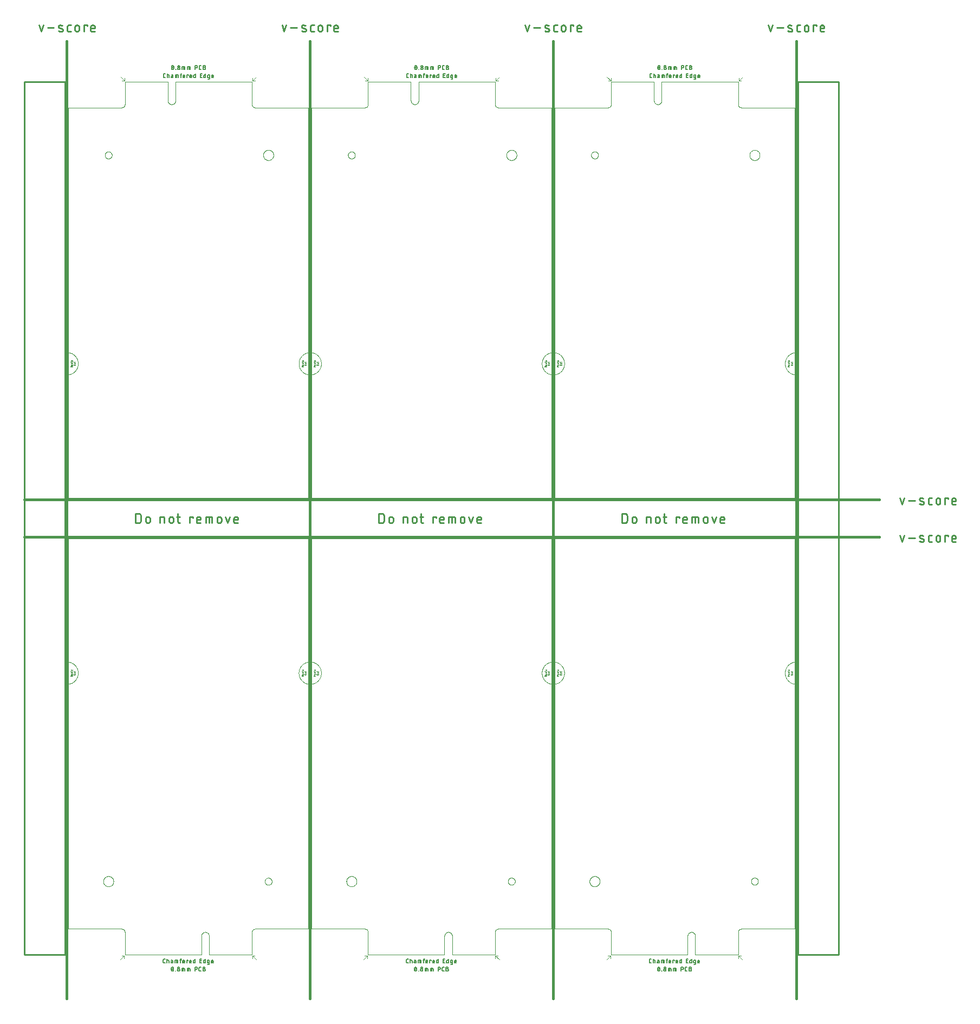
<source format=gko>
G04 EAGLE Gerber RS-274X export*
G75*
%MOMM*%
%FSLAX34Y34*%
%LPD*%
%IN*%
%IPPOS*%
%AMOC8*
5,1,8,0,0,1.08239X$1,22.5*%
G01*
%ADD10C,0.050800*%
%ADD11C,0.381000*%
%ADD12C,0.279400*%
%ADD13C,0.254000*%
%ADD14C,0.000000*%
%ADD15C,0.127000*%
%ADD16C,0.101600*%
%ADD17C,0.025400*%
%ADD18C,0.050000*%


D10*
X286702Y0D02*
X219702Y0D01*
X207702Y0D02*
X88202Y0D01*
X88202Y35000D01*
X286702Y35000D02*
X286702Y0D01*
X286702Y35000D02*
X286706Y35140D01*
X286715Y35280D01*
X286727Y35420D01*
X286743Y35559D01*
X286763Y35698D01*
X286786Y35836D01*
X286814Y35974D01*
X286845Y36110D01*
X286880Y36246D01*
X286919Y36381D01*
X286961Y36515D01*
X287007Y36647D01*
X287057Y36778D01*
X287110Y36908D01*
X287167Y37036D01*
X287227Y37163D01*
X287290Y37288D01*
X287358Y37411D01*
X287428Y37532D01*
X287502Y37651D01*
X287579Y37769D01*
X287659Y37884D01*
X287742Y37996D01*
X287829Y38107D01*
X287918Y38215D01*
X288010Y38320D01*
X288105Y38423D01*
X288203Y38524D01*
X288304Y38621D01*
X288407Y38716D01*
X288513Y38808D01*
X288622Y38897D01*
X288732Y38983D01*
X288845Y39066D01*
X288961Y39146D01*
X289078Y39222D01*
X289198Y39296D01*
X289319Y39366D01*
X289443Y39432D01*
X289568Y39495D01*
X289695Y39555D01*
X289823Y39611D01*
X289953Y39664D01*
X290084Y39713D01*
X290217Y39759D01*
X290351Y39801D01*
X290486Y39839D01*
X290622Y39873D01*
X290758Y39904D01*
X290896Y39931D01*
X291034Y39954D01*
X291173Y39973D01*
X291313Y39989D01*
X291452Y40001D01*
X88202Y35000D02*
X88196Y35142D01*
X88186Y35285D01*
X88172Y35426D01*
X88154Y35568D01*
X88133Y35709D01*
X88107Y35849D01*
X88078Y35988D01*
X88045Y36127D01*
X88008Y36264D01*
X87967Y36401D01*
X87922Y36536D01*
X87874Y36670D01*
X87822Y36803D01*
X87766Y36934D01*
X87707Y37064D01*
X87644Y37192D01*
X87578Y37318D01*
X87508Y37442D01*
X87435Y37564D01*
X87359Y37684D01*
X87279Y37802D01*
X87196Y37918D01*
X87110Y38032D01*
X87021Y38143D01*
X86928Y38251D01*
X86833Y38357D01*
X86735Y38461D01*
X86634Y38561D01*
X86530Y38659D01*
X86424Y38754D01*
X86315Y38846D01*
X86204Y38934D01*
X86090Y39020D01*
X85974Y39103D01*
X85855Y39182D01*
X85735Y39258D01*
X85612Y39331D01*
X85488Y39400D01*
X85361Y39466D01*
X85233Y39528D01*
X85103Y39587D01*
X84972Y39642D01*
X84839Y39693D01*
X84705Y39741D01*
X84569Y39785D01*
X84433Y39825D01*
X84295Y39862D01*
X84156Y39894D01*
X84017Y39923D01*
X83876Y39948D01*
X83736Y39969D01*
X83594Y39986D01*
X83452Y40000D01*
X219702Y29000D02*
X219702Y0D01*
X207702Y0D02*
X207702Y29000D01*
X207704Y29153D01*
X207710Y29306D01*
X207720Y29459D01*
X207733Y29612D01*
X207751Y29764D01*
X207772Y29916D01*
X207798Y30067D01*
X207827Y30217D01*
X207860Y30367D01*
X207897Y30516D01*
X207937Y30664D01*
X207982Y30810D01*
X208030Y30956D01*
X208082Y31100D01*
X208137Y31243D01*
X208196Y31384D01*
X208259Y31524D01*
X208325Y31662D01*
X208395Y31799D01*
X208468Y31933D01*
X208545Y32066D01*
X208625Y32197D01*
X208708Y32325D01*
X208794Y32452D01*
X208884Y32576D01*
X208977Y32698D01*
X209073Y32817D01*
X209172Y32934D01*
X209274Y33049D01*
X209379Y33161D01*
X209487Y33270D01*
X209597Y33376D01*
X209710Y33479D01*
X209826Y33580D01*
X209944Y33677D01*
X210065Y33772D01*
X210188Y33863D01*
X210313Y33951D01*
X210441Y34036D01*
X210570Y34118D01*
X210702Y34196D01*
X210836Y34271D01*
X210971Y34343D01*
X211109Y34411D01*
X211248Y34475D01*
X211388Y34536D01*
X211530Y34593D01*
X211674Y34647D01*
X211819Y34697D01*
X211965Y34743D01*
X212112Y34786D01*
X212260Y34824D01*
X212410Y34859D01*
X212560Y34890D01*
X212710Y34918D01*
X212862Y34941D01*
X213014Y34960D01*
X213166Y34976D01*
X213319Y34988D01*
X213472Y34996D01*
X213625Y35000D01*
X213779Y35000D01*
X213932Y34996D01*
X214085Y34988D01*
X214238Y34976D01*
X214390Y34960D01*
X214542Y34941D01*
X214694Y34918D01*
X214844Y34890D01*
X214994Y34859D01*
X215144Y34824D01*
X215292Y34786D01*
X215439Y34743D01*
X215585Y34697D01*
X215730Y34647D01*
X215874Y34593D01*
X216016Y34536D01*
X216156Y34475D01*
X216295Y34411D01*
X216433Y34343D01*
X216568Y34271D01*
X216702Y34196D01*
X216834Y34118D01*
X216963Y34036D01*
X217091Y33951D01*
X217216Y33863D01*
X217339Y33772D01*
X217460Y33677D01*
X217578Y33580D01*
X217694Y33479D01*
X217807Y33376D01*
X217917Y33270D01*
X218025Y33161D01*
X218130Y33049D01*
X218232Y32934D01*
X218331Y32817D01*
X218427Y32698D01*
X218520Y32576D01*
X218610Y32452D01*
X218696Y32325D01*
X218779Y32197D01*
X218859Y32066D01*
X218936Y31933D01*
X219009Y31799D01*
X219079Y31662D01*
X219145Y31524D01*
X219208Y31384D01*
X219267Y31243D01*
X219322Y31100D01*
X219374Y30956D01*
X219422Y30810D01*
X219467Y30664D01*
X219507Y30516D01*
X219544Y30367D01*
X219577Y30217D01*
X219606Y30067D01*
X219632Y29916D01*
X219653Y29764D01*
X219671Y29612D01*
X219684Y29459D01*
X219694Y29306D01*
X219700Y29153D01*
X219702Y29000D01*
X83452Y40000D02*
X-8Y40000D01*
X-8Y650000D01*
X291452Y40000D02*
X374912Y40000D01*
X374912Y650000D01*
X-8Y650000D01*
X599711Y0D02*
X666711Y0D01*
X587711Y0D02*
X468211Y0D01*
X468211Y35000D01*
X666711Y35000D02*
X666711Y0D01*
X666711Y35000D02*
X666715Y35140D01*
X666724Y35280D01*
X666736Y35420D01*
X666752Y35559D01*
X666772Y35698D01*
X666795Y35836D01*
X666823Y35974D01*
X666854Y36110D01*
X666889Y36246D01*
X666928Y36381D01*
X666970Y36515D01*
X667016Y36647D01*
X667066Y36778D01*
X667119Y36908D01*
X667176Y37036D01*
X667236Y37163D01*
X667299Y37288D01*
X667367Y37411D01*
X667437Y37532D01*
X667511Y37651D01*
X667588Y37769D01*
X667668Y37884D01*
X667751Y37996D01*
X667838Y38107D01*
X667927Y38215D01*
X668019Y38320D01*
X668114Y38423D01*
X668212Y38524D01*
X668313Y38621D01*
X668416Y38716D01*
X668522Y38808D01*
X668631Y38897D01*
X668741Y38983D01*
X668854Y39066D01*
X668970Y39146D01*
X669087Y39222D01*
X669207Y39296D01*
X669328Y39366D01*
X669452Y39432D01*
X669577Y39495D01*
X669704Y39555D01*
X669832Y39611D01*
X669962Y39664D01*
X670093Y39713D01*
X670226Y39759D01*
X670360Y39801D01*
X670495Y39839D01*
X670631Y39873D01*
X670767Y39904D01*
X670905Y39931D01*
X671043Y39954D01*
X671182Y39973D01*
X671322Y39989D01*
X671461Y40001D01*
X468211Y35000D02*
X468205Y35142D01*
X468195Y35285D01*
X468181Y35426D01*
X468163Y35568D01*
X468142Y35709D01*
X468116Y35849D01*
X468087Y35988D01*
X468054Y36127D01*
X468017Y36264D01*
X467976Y36401D01*
X467931Y36536D01*
X467883Y36670D01*
X467831Y36803D01*
X467775Y36934D01*
X467716Y37064D01*
X467653Y37192D01*
X467587Y37318D01*
X467517Y37442D01*
X467444Y37564D01*
X467368Y37684D01*
X467288Y37802D01*
X467205Y37918D01*
X467119Y38032D01*
X467030Y38143D01*
X466937Y38251D01*
X466842Y38357D01*
X466744Y38461D01*
X466643Y38561D01*
X466539Y38659D01*
X466433Y38754D01*
X466324Y38846D01*
X466213Y38934D01*
X466099Y39020D01*
X465983Y39103D01*
X465864Y39182D01*
X465744Y39258D01*
X465621Y39331D01*
X465497Y39400D01*
X465370Y39466D01*
X465242Y39528D01*
X465112Y39587D01*
X464981Y39642D01*
X464848Y39693D01*
X464714Y39741D01*
X464578Y39785D01*
X464442Y39825D01*
X464304Y39862D01*
X464165Y39894D01*
X464026Y39923D01*
X463885Y39948D01*
X463745Y39969D01*
X463603Y39986D01*
X463461Y40000D01*
X599711Y29000D02*
X599711Y0D01*
X587711Y0D02*
X587711Y29000D01*
X587713Y29153D01*
X587719Y29306D01*
X587729Y29459D01*
X587742Y29612D01*
X587760Y29764D01*
X587781Y29916D01*
X587807Y30067D01*
X587836Y30217D01*
X587869Y30367D01*
X587906Y30516D01*
X587946Y30664D01*
X587991Y30810D01*
X588039Y30956D01*
X588091Y31100D01*
X588146Y31243D01*
X588205Y31384D01*
X588268Y31524D01*
X588334Y31662D01*
X588404Y31799D01*
X588477Y31933D01*
X588554Y32066D01*
X588634Y32197D01*
X588717Y32325D01*
X588803Y32452D01*
X588893Y32576D01*
X588986Y32698D01*
X589082Y32817D01*
X589181Y32934D01*
X589283Y33049D01*
X589388Y33161D01*
X589496Y33270D01*
X589606Y33376D01*
X589719Y33479D01*
X589835Y33580D01*
X589953Y33677D01*
X590074Y33772D01*
X590197Y33863D01*
X590322Y33951D01*
X590450Y34036D01*
X590579Y34118D01*
X590711Y34196D01*
X590845Y34271D01*
X590980Y34343D01*
X591118Y34411D01*
X591257Y34475D01*
X591397Y34536D01*
X591539Y34593D01*
X591683Y34647D01*
X591828Y34697D01*
X591974Y34743D01*
X592121Y34786D01*
X592269Y34824D01*
X592419Y34859D01*
X592569Y34890D01*
X592719Y34918D01*
X592871Y34941D01*
X593023Y34960D01*
X593175Y34976D01*
X593328Y34988D01*
X593481Y34996D01*
X593634Y35000D01*
X593788Y35000D01*
X593941Y34996D01*
X594094Y34988D01*
X594247Y34976D01*
X594399Y34960D01*
X594551Y34941D01*
X594703Y34918D01*
X594853Y34890D01*
X595003Y34859D01*
X595153Y34824D01*
X595301Y34786D01*
X595448Y34743D01*
X595594Y34697D01*
X595739Y34647D01*
X595883Y34593D01*
X596025Y34536D01*
X596165Y34475D01*
X596304Y34411D01*
X596442Y34343D01*
X596577Y34271D01*
X596711Y34196D01*
X596843Y34118D01*
X596972Y34036D01*
X597100Y33951D01*
X597225Y33863D01*
X597348Y33772D01*
X597469Y33677D01*
X597587Y33580D01*
X597703Y33479D01*
X597816Y33376D01*
X597926Y33270D01*
X598034Y33161D01*
X598139Y33049D01*
X598241Y32934D01*
X598340Y32817D01*
X598436Y32698D01*
X598529Y32576D01*
X598619Y32452D01*
X598705Y32325D01*
X598788Y32197D01*
X598868Y32066D01*
X598945Y31933D01*
X599018Y31799D01*
X599088Y31662D01*
X599154Y31524D01*
X599217Y31384D01*
X599276Y31243D01*
X599331Y31100D01*
X599383Y30956D01*
X599431Y30810D01*
X599476Y30664D01*
X599516Y30516D01*
X599553Y30367D01*
X599586Y30217D01*
X599615Y30067D01*
X599641Y29916D01*
X599662Y29764D01*
X599680Y29612D01*
X599693Y29459D01*
X599703Y29306D01*
X599709Y29153D01*
X599711Y29000D01*
X463461Y40000D02*
X380001Y40000D01*
X380001Y650000D01*
X671461Y40000D02*
X754921Y40000D01*
X754921Y650000D01*
X380001Y650000D01*
X979695Y0D02*
X1046695Y0D01*
X967695Y0D02*
X848195Y0D01*
X848195Y35000D01*
X1046695Y35000D02*
X1046695Y0D01*
X1046695Y35000D02*
X1046699Y35140D01*
X1046708Y35280D01*
X1046720Y35420D01*
X1046736Y35559D01*
X1046756Y35698D01*
X1046779Y35836D01*
X1046807Y35974D01*
X1046838Y36110D01*
X1046873Y36246D01*
X1046912Y36381D01*
X1046954Y36515D01*
X1047000Y36647D01*
X1047050Y36778D01*
X1047103Y36908D01*
X1047160Y37036D01*
X1047220Y37163D01*
X1047283Y37288D01*
X1047351Y37411D01*
X1047421Y37532D01*
X1047495Y37651D01*
X1047572Y37769D01*
X1047652Y37884D01*
X1047735Y37996D01*
X1047822Y38107D01*
X1047911Y38215D01*
X1048003Y38320D01*
X1048098Y38423D01*
X1048196Y38524D01*
X1048297Y38621D01*
X1048400Y38716D01*
X1048506Y38808D01*
X1048615Y38897D01*
X1048725Y38983D01*
X1048838Y39066D01*
X1048954Y39146D01*
X1049071Y39222D01*
X1049191Y39296D01*
X1049312Y39366D01*
X1049436Y39432D01*
X1049561Y39495D01*
X1049688Y39555D01*
X1049816Y39611D01*
X1049946Y39664D01*
X1050077Y39713D01*
X1050210Y39759D01*
X1050344Y39801D01*
X1050479Y39839D01*
X1050615Y39873D01*
X1050751Y39904D01*
X1050889Y39931D01*
X1051027Y39954D01*
X1051166Y39973D01*
X1051306Y39989D01*
X1051445Y40001D01*
X848195Y35000D02*
X848189Y35142D01*
X848179Y35285D01*
X848165Y35426D01*
X848147Y35568D01*
X848126Y35709D01*
X848100Y35849D01*
X848071Y35988D01*
X848038Y36127D01*
X848001Y36264D01*
X847960Y36401D01*
X847915Y36536D01*
X847867Y36670D01*
X847815Y36803D01*
X847759Y36934D01*
X847700Y37064D01*
X847637Y37192D01*
X847571Y37318D01*
X847501Y37442D01*
X847428Y37564D01*
X847352Y37684D01*
X847272Y37802D01*
X847189Y37918D01*
X847103Y38032D01*
X847014Y38143D01*
X846921Y38251D01*
X846826Y38357D01*
X846728Y38461D01*
X846627Y38561D01*
X846523Y38659D01*
X846417Y38754D01*
X846308Y38846D01*
X846197Y38934D01*
X846083Y39020D01*
X845967Y39103D01*
X845848Y39182D01*
X845728Y39258D01*
X845605Y39331D01*
X845481Y39400D01*
X845354Y39466D01*
X845226Y39528D01*
X845096Y39587D01*
X844965Y39642D01*
X844832Y39693D01*
X844698Y39741D01*
X844562Y39785D01*
X844426Y39825D01*
X844288Y39862D01*
X844149Y39894D01*
X844010Y39923D01*
X843869Y39948D01*
X843729Y39969D01*
X843587Y39986D01*
X843445Y40000D01*
X979695Y29000D02*
X979695Y0D01*
X967695Y0D02*
X967695Y29000D01*
X967697Y29153D01*
X967703Y29306D01*
X967713Y29459D01*
X967726Y29612D01*
X967744Y29764D01*
X967765Y29916D01*
X967791Y30067D01*
X967820Y30217D01*
X967853Y30367D01*
X967890Y30516D01*
X967930Y30664D01*
X967975Y30810D01*
X968023Y30956D01*
X968075Y31100D01*
X968130Y31243D01*
X968189Y31384D01*
X968252Y31524D01*
X968318Y31662D01*
X968388Y31799D01*
X968461Y31933D01*
X968538Y32066D01*
X968618Y32197D01*
X968701Y32325D01*
X968787Y32452D01*
X968877Y32576D01*
X968970Y32698D01*
X969066Y32817D01*
X969165Y32934D01*
X969267Y33049D01*
X969372Y33161D01*
X969480Y33270D01*
X969590Y33376D01*
X969703Y33479D01*
X969819Y33580D01*
X969937Y33677D01*
X970058Y33772D01*
X970181Y33863D01*
X970306Y33951D01*
X970434Y34036D01*
X970563Y34118D01*
X970695Y34196D01*
X970829Y34271D01*
X970964Y34343D01*
X971102Y34411D01*
X971241Y34475D01*
X971381Y34536D01*
X971523Y34593D01*
X971667Y34647D01*
X971812Y34697D01*
X971958Y34743D01*
X972105Y34786D01*
X972253Y34824D01*
X972403Y34859D01*
X972553Y34890D01*
X972703Y34918D01*
X972855Y34941D01*
X973007Y34960D01*
X973159Y34976D01*
X973312Y34988D01*
X973465Y34996D01*
X973618Y35000D01*
X973772Y35000D01*
X973925Y34996D01*
X974078Y34988D01*
X974231Y34976D01*
X974383Y34960D01*
X974535Y34941D01*
X974687Y34918D01*
X974837Y34890D01*
X974987Y34859D01*
X975137Y34824D01*
X975285Y34786D01*
X975432Y34743D01*
X975578Y34697D01*
X975723Y34647D01*
X975867Y34593D01*
X976009Y34536D01*
X976149Y34475D01*
X976288Y34411D01*
X976426Y34343D01*
X976561Y34271D01*
X976695Y34196D01*
X976827Y34118D01*
X976956Y34036D01*
X977084Y33951D01*
X977209Y33863D01*
X977332Y33772D01*
X977453Y33677D01*
X977571Y33580D01*
X977687Y33479D01*
X977800Y33376D01*
X977910Y33270D01*
X978018Y33161D01*
X978123Y33049D01*
X978225Y32934D01*
X978324Y32817D01*
X978420Y32698D01*
X978513Y32576D01*
X978603Y32452D01*
X978689Y32325D01*
X978772Y32197D01*
X978852Y32066D01*
X978929Y31933D01*
X979002Y31799D01*
X979072Y31662D01*
X979138Y31524D01*
X979201Y31384D01*
X979260Y31243D01*
X979315Y31100D01*
X979367Y30956D01*
X979415Y30810D01*
X979460Y30664D01*
X979500Y30516D01*
X979537Y30367D01*
X979570Y30217D01*
X979599Y30067D01*
X979625Y29916D01*
X979646Y29764D01*
X979664Y29612D01*
X979677Y29459D01*
X979687Y29306D01*
X979693Y29153D01*
X979695Y29000D01*
X843445Y40000D02*
X759985Y40000D01*
X759985Y650000D01*
X1051445Y40000D02*
X1134905Y40000D01*
X1134905Y650000D01*
X759985Y650000D01*
X155227Y1363497D02*
X88227Y1363497D01*
X167227Y1363497D02*
X286727Y1363497D01*
X286727Y1328497D01*
X88227Y1328497D02*
X88227Y1363497D01*
X88228Y1328498D02*
X88224Y1328358D01*
X88215Y1328218D01*
X88203Y1328078D01*
X88187Y1327939D01*
X88167Y1327800D01*
X88144Y1327662D01*
X88116Y1327524D01*
X88085Y1327388D01*
X88050Y1327252D01*
X88011Y1327117D01*
X87969Y1326983D01*
X87923Y1326851D01*
X87873Y1326720D01*
X87820Y1326590D01*
X87763Y1326462D01*
X87703Y1326335D01*
X87640Y1326210D01*
X87572Y1326087D01*
X87502Y1325966D01*
X87428Y1325847D01*
X87351Y1325729D01*
X87271Y1325614D01*
X87188Y1325502D01*
X87101Y1325391D01*
X87012Y1325283D01*
X86920Y1325178D01*
X86825Y1325075D01*
X86727Y1324974D01*
X86626Y1324877D01*
X86523Y1324782D01*
X86417Y1324690D01*
X86308Y1324601D01*
X86198Y1324515D01*
X86085Y1324432D01*
X85969Y1324352D01*
X85852Y1324276D01*
X85732Y1324202D01*
X85611Y1324132D01*
X85487Y1324066D01*
X85362Y1324003D01*
X85235Y1323943D01*
X85107Y1323887D01*
X84977Y1323834D01*
X84846Y1323785D01*
X84713Y1323739D01*
X84579Y1323697D01*
X84444Y1323659D01*
X84308Y1323625D01*
X84172Y1323594D01*
X84034Y1323567D01*
X83896Y1323544D01*
X83757Y1323525D01*
X83617Y1323509D01*
X83478Y1323497D01*
X286728Y1328497D02*
X286734Y1328355D01*
X286744Y1328212D01*
X286758Y1328071D01*
X286776Y1327929D01*
X286797Y1327788D01*
X286823Y1327648D01*
X286852Y1327509D01*
X286885Y1327370D01*
X286922Y1327233D01*
X286963Y1327096D01*
X287008Y1326961D01*
X287056Y1326827D01*
X287108Y1326694D01*
X287164Y1326563D01*
X287223Y1326433D01*
X287286Y1326305D01*
X287352Y1326179D01*
X287422Y1326055D01*
X287495Y1325933D01*
X287571Y1325813D01*
X287651Y1325695D01*
X287734Y1325579D01*
X287820Y1325465D01*
X287909Y1325354D01*
X288002Y1325246D01*
X288097Y1325140D01*
X288195Y1325036D01*
X288296Y1324936D01*
X288400Y1324838D01*
X288506Y1324743D01*
X288615Y1324651D01*
X288726Y1324563D01*
X288840Y1324477D01*
X288956Y1324394D01*
X289075Y1324315D01*
X289195Y1324239D01*
X289318Y1324166D01*
X289442Y1324097D01*
X289569Y1324031D01*
X289697Y1323969D01*
X289827Y1323910D01*
X289958Y1323855D01*
X290091Y1323804D01*
X290225Y1323756D01*
X290361Y1323712D01*
X290497Y1323672D01*
X290635Y1323635D01*
X290774Y1323603D01*
X290913Y1323574D01*
X291054Y1323549D01*
X291194Y1323528D01*
X291336Y1323511D01*
X291478Y1323497D01*
X155227Y1334497D02*
X155227Y1363497D01*
X167227Y1363497D02*
X167227Y1334497D01*
X167225Y1334344D01*
X167219Y1334191D01*
X167209Y1334038D01*
X167196Y1333885D01*
X167178Y1333733D01*
X167157Y1333581D01*
X167131Y1333430D01*
X167102Y1333280D01*
X167069Y1333130D01*
X167032Y1332981D01*
X166992Y1332833D01*
X166947Y1332687D01*
X166899Y1332541D01*
X166847Y1332397D01*
X166792Y1332254D01*
X166733Y1332113D01*
X166670Y1331973D01*
X166604Y1331835D01*
X166534Y1331698D01*
X166461Y1331564D01*
X166384Y1331431D01*
X166304Y1331300D01*
X166221Y1331172D01*
X166135Y1331045D01*
X166045Y1330921D01*
X165952Y1330799D01*
X165856Y1330680D01*
X165757Y1330563D01*
X165655Y1330448D01*
X165550Y1330336D01*
X165442Y1330227D01*
X165332Y1330121D01*
X165219Y1330018D01*
X165103Y1329917D01*
X164985Y1329820D01*
X164864Y1329725D01*
X164741Y1329634D01*
X164616Y1329546D01*
X164488Y1329461D01*
X164359Y1329379D01*
X164227Y1329301D01*
X164093Y1329226D01*
X163958Y1329154D01*
X163820Y1329086D01*
X163681Y1329022D01*
X163541Y1328961D01*
X163399Y1328904D01*
X163255Y1328850D01*
X163110Y1328800D01*
X162964Y1328754D01*
X162817Y1328711D01*
X162669Y1328673D01*
X162519Y1328638D01*
X162369Y1328607D01*
X162219Y1328579D01*
X162067Y1328556D01*
X161915Y1328537D01*
X161763Y1328521D01*
X161610Y1328509D01*
X161457Y1328501D01*
X161304Y1328497D01*
X161150Y1328497D01*
X160997Y1328501D01*
X160844Y1328509D01*
X160691Y1328521D01*
X160539Y1328537D01*
X160387Y1328556D01*
X160235Y1328579D01*
X160085Y1328607D01*
X159935Y1328638D01*
X159785Y1328673D01*
X159637Y1328711D01*
X159490Y1328754D01*
X159344Y1328800D01*
X159199Y1328850D01*
X159055Y1328904D01*
X158913Y1328961D01*
X158773Y1329022D01*
X158634Y1329086D01*
X158496Y1329154D01*
X158361Y1329226D01*
X158227Y1329301D01*
X158095Y1329379D01*
X157966Y1329461D01*
X157838Y1329546D01*
X157713Y1329634D01*
X157590Y1329725D01*
X157469Y1329820D01*
X157351Y1329917D01*
X157235Y1330018D01*
X157122Y1330121D01*
X157012Y1330227D01*
X156904Y1330336D01*
X156799Y1330448D01*
X156697Y1330563D01*
X156598Y1330680D01*
X156502Y1330799D01*
X156409Y1330921D01*
X156319Y1331045D01*
X156233Y1331172D01*
X156150Y1331300D01*
X156070Y1331431D01*
X155993Y1331564D01*
X155920Y1331698D01*
X155850Y1331835D01*
X155784Y1331973D01*
X155721Y1332113D01*
X155662Y1332254D01*
X155607Y1332397D01*
X155555Y1332541D01*
X155507Y1332687D01*
X155462Y1332833D01*
X155422Y1332981D01*
X155385Y1333130D01*
X155352Y1333280D01*
X155323Y1333430D01*
X155297Y1333581D01*
X155276Y1333733D01*
X155258Y1333885D01*
X155245Y1334038D01*
X155235Y1334191D01*
X155229Y1334344D01*
X155227Y1334497D01*
X291477Y1323497D02*
X374937Y1323497D01*
X374937Y713497D01*
X83477Y1323497D02*
X17Y1323497D01*
X17Y713497D01*
X374937Y713497D01*
X468211Y1363497D02*
X535211Y1363497D01*
X547211Y1363497D02*
X666711Y1363497D01*
X666711Y1328497D01*
X468211Y1328497D02*
X468211Y1363497D01*
X468212Y1328498D02*
X468208Y1328358D01*
X468199Y1328218D01*
X468187Y1328078D01*
X468171Y1327939D01*
X468151Y1327800D01*
X468128Y1327662D01*
X468100Y1327524D01*
X468069Y1327388D01*
X468034Y1327252D01*
X467995Y1327117D01*
X467953Y1326983D01*
X467907Y1326851D01*
X467857Y1326720D01*
X467804Y1326590D01*
X467747Y1326462D01*
X467687Y1326335D01*
X467624Y1326210D01*
X467556Y1326087D01*
X467486Y1325966D01*
X467412Y1325847D01*
X467335Y1325729D01*
X467255Y1325614D01*
X467172Y1325502D01*
X467085Y1325391D01*
X466996Y1325283D01*
X466904Y1325178D01*
X466809Y1325075D01*
X466711Y1324974D01*
X466610Y1324877D01*
X466507Y1324782D01*
X466401Y1324690D01*
X466292Y1324601D01*
X466182Y1324515D01*
X466069Y1324432D01*
X465953Y1324352D01*
X465836Y1324276D01*
X465716Y1324202D01*
X465595Y1324132D01*
X465471Y1324066D01*
X465346Y1324003D01*
X465219Y1323943D01*
X465091Y1323887D01*
X464961Y1323834D01*
X464830Y1323785D01*
X464697Y1323739D01*
X464563Y1323697D01*
X464428Y1323659D01*
X464292Y1323625D01*
X464156Y1323594D01*
X464018Y1323567D01*
X463880Y1323544D01*
X463741Y1323525D01*
X463601Y1323509D01*
X463462Y1323497D01*
X666712Y1328497D02*
X666718Y1328355D01*
X666728Y1328212D01*
X666742Y1328071D01*
X666760Y1327929D01*
X666781Y1327788D01*
X666807Y1327648D01*
X666836Y1327509D01*
X666869Y1327370D01*
X666906Y1327233D01*
X666947Y1327096D01*
X666992Y1326961D01*
X667040Y1326827D01*
X667092Y1326694D01*
X667148Y1326563D01*
X667207Y1326433D01*
X667270Y1326305D01*
X667336Y1326179D01*
X667406Y1326055D01*
X667479Y1325933D01*
X667555Y1325813D01*
X667635Y1325695D01*
X667718Y1325579D01*
X667804Y1325465D01*
X667893Y1325354D01*
X667986Y1325246D01*
X668081Y1325140D01*
X668179Y1325036D01*
X668280Y1324936D01*
X668384Y1324838D01*
X668490Y1324743D01*
X668599Y1324651D01*
X668710Y1324563D01*
X668824Y1324477D01*
X668940Y1324394D01*
X669059Y1324315D01*
X669179Y1324239D01*
X669302Y1324166D01*
X669426Y1324097D01*
X669553Y1324031D01*
X669681Y1323969D01*
X669811Y1323910D01*
X669942Y1323855D01*
X670075Y1323804D01*
X670209Y1323756D01*
X670345Y1323712D01*
X670481Y1323672D01*
X670619Y1323635D01*
X670758Y1323603D01*
X670897Y1323574D01*
X671038Y1323549D01*
X671178Y1323528D01*
X671320Y1323511D01*
X671462Y1323497D01*
X535211Y1334497D02*
X535211Y1363497D01*
X547211Y1363497D02*
X547211Y1334497D01*
X547209Y1334344D01*
X547203Y1334191D01*
X547193Y1334038D01*
X547180Y1333885D01*
X547162Y1333733D01*
X547141Y1333581D01*
X547115Y1333430D01*
X547086Y1333280D01*
X547053Y1333130D01*
X547016Y1332981D01*
X546976Y1332833D01*
X546931Y1332687D01*
X546883Y1332541D01*
X546831Y1332397D01*
X546776Y1332254D01*
X546717Y1332113D01*
X546654Y1331973D01*
X546588Y1331835D01*
X546518Y1331698D01*
X546445Y1331564D01*
X546368Y1331431D01*
X546288Y1331300D01*
X546205Y1331172D01*
X546119Y1331045D01*
X546029Y1330921D01*
X545936Y1330799D01*
X545840Y1330680D01*
X545741Y1330563D01*
X545639Y1330448D01*
X545534Y1330336D01*
X545426Y1330227D01*
X545316Y1330121D01*
X545203Y1330018D01*
X545087Y1329917D01*
X544969Y1329820D01*
X544848Y1329725D01*
X544725Y1329634D01*
X544600Y1329546D01*
X544472Y1329461D01*
X544343Y1329379D01*
X544211Y1329301D01*
X544077Y1329226D01*
X543942Y1329154D01*
X543804Y1329086D01*
X543665Y1329022D01*
X543525Y1328961D01*
X543383Y1328904D01*
X543239Y1328850D01*
X543094Y1328800D01*
X542948Y1328754D01*
X542801Y1328711D01*
X542653Y1328673D01*
X542503Y1328638D01*
X542353Y1328607D01*
X542203Y1328579D01*
X542051Y1328556D01*
X541899Y1328537D01*
X541747Y1328521D01*
X541594Y1328509D01*
X541441Y1328501D01*
X541288Y1328497D01*
X541134Y1328497D01*
X540981Y1328501D01*
X540828Y1328509D01*
X540675Y1328521D01*
X540523Y1328537D01*
X540371Y1328556D01*
X540219Y1328579D01*
X540069Y1328607D01*
X539919Y1328638D01*
X539769Y1328673D01*
X539621Y1328711D01*
X539474Y1328754D01*
X539328Y1328800D01*
X539183Y1328850D01*
X539039Y1328904D01*
X538897Y1328961D01*
X538757Y1329022D01*
X538618Y1329086D01*
X538480Y1329154D01*
X538345Y1329226D01*
X538211Y1329301D01*
X538079Y1329379D01*
X537950Y1329461D01*
X537822Y1329546D01*
X537697Y1329634D01*
X537574Y1329725D01*
X537453Y1329820D01*
X537335Y1329917D01*
X537219Y1330018D01*
X537106Y1330121D01*
X536996Y1330227D01*
X536888Y1330336D01*
X536783Y1330448D01*
X536681Y1330563D01*
X536582Y1330680D01*
X536486Y1330799D01*
X536393Y1330921D01*
X536303Y1331045D01*
X536217Y1331172D01*
X536134Y1331300D01*
X536054Y1331431D01*
X535977Y1331564D01*
X535904Y1331698D01*
X535834Y1331835D01*
X535768Y1331973D01*
X535705Y1332113D01*
X535646Y1332254D01*
X535591Y1332397D01*
X535539Y1332541D01*
X535491Y1332687D01*
X535446Y1332833D01*
X535406Y1332981D01*
X535369Y1333130D01*
X535336Y1333280D01*
X535307Y1333430D01*
X535281Y1333581D01*
X535260Y1333733D01*
X535242Y1333885D01*
X535229Y1334038D01*
X535219Y1334191D01*
X535213Y1334344D01*
X535211Y1334497D01*
X671461Y1323497D02*
X754921Y1323497D01*
X754921Y713497D01*
X463461Y1323497D02*
X380001Y1323497D01*
X380001Y713497D01*
X754921Y713497D01*
X848221Y1363497D02*
X915221Y1363497D01*
X927221Y1363497D02*
X1046721Y1363497D01*
X1046721Y1328497D01*
X848221Y1328497D02*
X848221Y1363497D01*
X848221Y1328498D02*
X848217Y1328358D01*
X848208Y1328218D01*
X848196Y1328078D01*
X848180Y1327939D01*
X848160Y1327800D01*
X848137Y1327662D01*
X848109Y1327524D01*
X848078Y1327388D01*
X848043Y1327252D01*
X848004Y1327117D01*
X847962Y1326983D01*
X847916Y1326851D01*
X847866Y1326720D01*
X847813Y1326590D01*
X847756Y1326462D01*
X847696Y1326335D01*
X847633Y1326210D01*
X847565Y1326087D01*
X847495Y1325966D01*
X847421Y1325847D01*
X847344Y1325729D01*
X847264Y1325614D01*
X847181Y1325502D01*
X847094Y1325391D01*
X847005Y1325283D01*
X846913Y1325178D01*
X846818Y1325075D01*
X846720Y1324974D01*
X846619Y1324877D01*
X846516Y1324782D01*
X846410Y1324690D01*
X846301Y1324601D01*
X846191Y1324515D01*
X846078Y1324432D01*
X845962Y1324352D01*
X845845Y1324276D01*
X845725Y1324202D01*
X845604Y1324132D01*
X845480Y1324066D01*
X845355Y1324003D01*
X845228Y1323943D01*
X845100Y1323887D01*
X844970Y1323834D01*
X844839Y1323785D01*
X844706Y1323739D01*
X844572Y1323697D01*
X844437Y1323659D01*
X844301Y1323625D01*
X844165Y1323594D01*
X844027Y1323567D01*
X843889Y1323544D01*
X843750Y1323525D01*
X843610Y1323509D01*
X843471Y1323497D01*
X1046721Y1328497D02*
X1046727Y1328355D01*
X1046737Y1328212D01*
X1046751Y1328071D01*
X1046769Y1327929D01*
X1046790Y1327788D01*
X1046816Y1327648D01*
X1046845Y1327509D01*
X1046878Y1327370D01*
X1046915Y1327233D01*
X1046956Y1327096D01*
X1047001Y1326961D01*
X1047049Y1326827D01*
X1047101Y1326694D01*
X1047157Y1326563D01*
X1047216Y1326433D01*
X1047279Y1326305D01*
X1047345Y1326179D01*
X1047415Y1326055D01*
X1047488Y1325933D01*
X1047564Y1325813D01*
X1047644Y1325695D01*
X1047727Y1325579D01*
X1047813Y1325465D01*
X1047902Y1325354D01*
X1047995Y1325246D01*
X1048090Y1325140D01*
X1048188Y1325036D01*
X1048289Y1324936D01*
X1048393Y1324838D01*
X1048499Y1324743D01*
X1048608Y1324651D01*
X1048719Y1324563D01*
X1048833Y1324477D01*
X1048949Y1324394D01*
X1049068Y1324315D01*
X1049188Y1324239D01*
X1049311Y1324166D01*
X1049435Y1324097D01*
X1049562Y1324031D01*
X1049690Y1323969D01*
X1049820Y1323910D01*
X1049951Y1323855D01*
X1050084Y1323804D01*
X1050218Y1323756D01*
X1050354Y1323712D01*
X1050490Y1323672D01*
X1050628Y1323635D01*
X1050767Y1323603D01*
X1050906Y1323574D01*
X1051047Y1323549D01*
X1051187Y1323528D01*
X1051329Y1323511D01*
X1051471Y1323497D01*
X915221Y1334497D02*
X915221Y1363497D01*
X927221Y1363497D02*
X927221Y1334497D01*
X927219Y1334344D01*
X927213Y1334191D01*
X927203Y1334038D01*
X927190Y1333885D01*
X927172Y1333733D01*
X927151Y1333581D01*
X927125Y1333430D01*
X927096Y1333280D01*
X927063Y1333130D01*
X927026Y1332981D01*
X926986Y1332833D01*
X926941Y1332687D01*
X926893Y1332541D01*
X926841Y1332397D01*
X926786Y1332254D01*
X926727Y1332113D01*
X926664Y1331973D01*
X926598Y1331835D01*
X926528Y1331698D01*
X926455Y1331564D01*
X926378Y1331431D01*
X926298Y1331300D01*
X926215Y1331172D01*
X926129Y1331045D01*
X926039Y1330921D01*
X925946Y1330799D01*
X925850Y1330680D01*
X925751Y1330563D01*
X925649Y1330448D01*
X925544Y1330336D01*
X925436Y1330227D01*
X925326Y1330121D01*
X925213Y1330018D01*
X925097Y1329917D01*
X924979Y1329820D01*
X924858Y1329725D01*
X924735Y1329634D01*
X924610Y1329546D01*
X924482Y1329461D01*
X924353Y1329379D01*
X924221Y1329301D01*
X924087Y1329226D01*
X923952Y1329154D01*
X923814Y1329086D01*
X923675Y1329022D01*
X923535Y1328961D01*
X923393Y1328904D01*
X923249Y1328850D01*
X923104Y1328800D01*
X922958Y1328754D01*
X922811Y1328711D01*
X922663Y1328673D01*
X922513Y1328638D01*
X922363Y1328607D01*
X922213Y1328579D01*
X922061Y1328556D01*
X921909Y1328537D01*
X921757Y1328521D01*
X921604Y1328509D01*
X921451Y1328501D01*
X921298Y1328497D01*
X921144Y1328497D01*
X920991Y1328501D01*
X920838Y1328509D01*
X920685Y1328521D01*
X920533Y1328537D01*
X920381Y1328556D01*
X920229Y1328579D01*
X920079Y1328607D01*
X919929Y1328638D01*
X919779Y1328673D01*
X919631Y1328711D01*
X919484Y1328754D01*
X919338Y1328800D01*
X919193Y1328850D01*
X919049Y1328904D01*
X918907Y1328961D01*
X918767Y1329022D01*
X918628Y1329086D01*
X918490Y1329154D01*
X918355Y1329226D01*
X918221Y1329301D01*
X918089Y1329379D01*
X917960Y1329461D01*
X917832Y1329546D01*
X917707Y1329634D01*
X917584Y1329725D01*
X917463Y1329820D01*
X917345Y1329917D01*
X917229Y1330018D01*
X917116Y1330121D01*
X917006Y1330227D01*
X916898Y1330336D01*
X916793Y1330448D01*
X916691Y1330563D01*
X916592Y1330680D01*
X916496Y1330799D01*
X916403Y1330921D01*
X916313Y1331045D01*
X916227Y1331172D01*
X916144Y1331300D01*
X916064Y1331431D01*
X915987Y1331564D01*
X915914Y1331698D01*
X915844Y1331835D01*
X915778Y1331973D01*
X915715Y1332113D01*
X915656Y1332254D01*
X915601Y1332397D01*
X915549Y1332541D01*
X915501Y1332687D01*
X915456Y1332833D01*
X915416Y1332981D01*
X915379Y1333130D01*
X915346Y1333280D01*
X915317Y1333430D01*
X915291Y1333581D01*
X915270Y1333733D01*
X915252Y1333885D01*
X915239Y1334038D01*
X915229Y1334191D01*
X915223Y1334344D01*
X915221Y1334497D01*
X1051471Y1323497D02*
X1134931Y1323497D01*
X1134931Y713497D01*
X843471Y1323497D02*
X760011Y1323497D01*
X760011Y713497D01*
X1134931Y713497D01*
D11*
X-2540Y1426997D02*
X-2540Y-68580D01*
D12*
X-42921Y1442364D02*
X-46251Y1452355D01*
X-39590Y1452355D02*
X-42921Y1442364D01*
X-32806Y1448192D02*
X-22815Y1448192D01*
X-14261Y1448192D02*
X-10098Y1446527D01*
X-14261Y1448192D02*
X-14346Y1448228D01*
X-14429Y1448268D01*
X-14510Y1448311D01*
X-14590Y1448358D01*
X-14667Y1448408D01*
X-14743Y1448461D01*
X-14816Y1448517D01*
X-14886Y1448577D01*
X-14954Y1448639D01*
X-15019Y1448704D01*
X-15081Y1448772D01*
X-15141Y1448843D01*
X-15197Y1448916D01*
X-15250Y1448991D01*
X-15300Y1449069D01*
X-15346Y1449148D01*
X-15389Y1449230D01*
X-15429Y1449313D01*
X-15465Y1449398D01*
X-15497Y1449484D01*
X-15526Y1449572D01*
X-15550Y1449661D01*
X-15571Y1449751D01*
X-15588Y1449841D01*
X-15602Y1449932D01*
X-15611Y1450024D01*
X-15616Y1450116D01*
X-15618Y1450208D01*
X-15616Y1450300D01*
X-15609Y1450392D01*
X-15599Y1450484D01*
X-15585Y1450575D01*
X-15567Y1450666D01*
X-15545Y1450755D01*
X-15519Y1450844D01*
X-15489Y1450931D01*
X-15456Y1451017D01*
X-15419Y1451101D01*
X-15379Y1451184D01*
X-15335Y1451265D01*
X-15288Y1451344D01*
X-15237Y1451421D01*
X-15183Y1451496D01*
X-15126Y1451569D01*
X-15066Y1451639D01*
X-15003Y1451706D01*
X-14937Y1451770D01*
X-14869Y1451832D01*
X-14798Y1451891D01*
X-14724Y1451946D01*
X-14648Y1451999D01*
X-14570Y1452048D01*
X-14490Y1452094D01*
X-14409Y1452136D01*
X-14325Y1452175D01*
X-14240Y1452210D01*
X-14153Y1452241D01*
X-14065Y1452269D01*
X-13976Y1452293D01*
X-13886Y1452313D01*
X-13796Y1452330D01*
X-13704Y1452342D01*
X-13612Y1452351D01*
X-13520Y1452355D01*
X-13428Y1452356D01*
X-13428Y1452355D02*
X-13201Y1452349D01*
X-12974Y1452338D01*
X-12747Y1452321D01*
X-12521Y1452298D01*
X-12295Y1452271D01*
X-12070Y1452237D01*
X-11846Y1452199D01*
X-11623Y1452155D01*
X-11401Y1452106D01*
X-11180Y1452051D01*
X-10961Y1451991D01*
X-10743Y1451926D01*
X-10527Y1451855D01*
X-10313Y1451780D01*
X-10100Y1451699D01*
X-9890Y1451613D01*
X-9681Y1451522D01*
X-10098Y1446528D02*
X-10013Y1446492D01*
X-9930Y1446452D01*
X-9849Y1446409D01*
X-9769Y1446362D01*
X-9692Y1446312D01*
X-9616Y1446259D01*
X-9543Y1446203D01*
X-9473Y1446143D01*
X-9405Y1446081D01*
X-9340Y1446016D01*
X-9278Y1445948D01*
X-9218Y1445877D01*
X-9162Y1445804D01*
X-9109Y1445729D01*
X-9059Y1445651D01*
X-9013Y1445572D01*
X-8970Y1445490D01*
X-8930Y1445407D01*
X-8894Y1445322D01*
X-8862Y1445236D01*
X-8833Y1445148D01*
X-8809Y1445059D01*
X-8788Y1444969D01*
X-8771Y1444879D01*
X-8757Y1444788D01*
X-8748Y1444696D01*
X-8743Y1444604D01*
X-8741Y1444512D01*
X-8743Y1444420D01*
X-8750Y1444328D01*
X-8760Y1444236D01*
X-8774Y1444145D01*
X-8792Y1444054D01*
X-8814Y1443965D01*
X-8840Y1443876D01*
X-8870Y1443789D01*
X-8903Y1443703D01*
X-8940Y1443619D01*
X-8980Y1443536D01*
X-9024Y1443455D01*
X-9071Y1443376D01*
X-9122Y1443299D01*
X-9176Y1443224D01*
X-9233Y1443151D01*
X-9293Y1443081D01*
X-9356Y1443014D01*
X-9422Y1442950D01*
X-9490Y1442888D01*
X-9561Y1442829D01*
X-9635Y1442774D01*
X-9711Y1442721D01*
X-9789Y1442672D01*
X-9869Y1442626D01*
X-9950Y1442584D01*
X-10034Y1442545D01*
X-10119Y1442510D01*
X-10206Y1442479D01*
X-10294Y1442451D01*
X-10383Y1442427D01*
X-10473Y1442407D01*
X-10563Y1442390D01*
X-10655Y1442378D01*
X-10747Y1442369D01*
X-10839Y1442365D01*
X-10931Y1442364D01*
X-11265Y1442373D01*
X-11598Y1442390D01*
X-11931Y1442414D01*
X-12264Y1442447D01*
X-12595Y1442487D01*
X-12926Y1442535D01*
X-13255Y1442591D01*
X-13583Y1442654D01*
X-13909Y1442726D01*
X-14233Y1442805D01*
X-14556Y1442891D01*
X-14876Y1442986D01*
X-15194Y1443088D01*
X-15510Y1443197D01*
X562Y1442364D02*
X3892Y1442364D01*
X562Y1442364D02*
X464Y1442366D01*
X366Y1442372D01*
X268Y1442381D01*
X171Y1442395D01*
X75Y1442412D01*
X-21Y1442433D01*
X-116Y1442458D01*
X-210Y1442486D01*
X-303Y1442518D01*
X-394Y1442554D01*
X-484Y1442593D01*
X-572Y1442636D01*
X-659Y1442683D01*
X-743Y1442732D01*
X-826Y1442785D01*
X-906Y1442841D01*
X-985Y1442900D01*
X-1060Y1442963D01*
X-1134Y1443028D01*
X-1204Y1443096D01*
X-1272Y1443166D01*
X-1338Y1443240D01*
X-1400Y1443316D01*
X-1459Y1443394D01*
X-1515Y1443474D01*
X-1568Y1443557D01*
X-1618Y1443641D01*
X-1664Y1443728D01*
X-1707Y1443816D01*
X-1746Y1443906D01*
X-1782Y1443997D01*
X-1814Y1444090D01*
X-1842Y1444184D01*
X-1867Y1444279D01*
X-1888Y1444375D01*
X-1905Y1444471D01*
X-1919Y1444568D01*
X-1928Y1444666D01*
X-1934Y1444764D01*
X-1936Y1444862D01*
X-1936Y1449857D01*
X-1934Y1449955D01*
X-1928Y1450053D01*
X-1919Y1450151D01*
X-1905Y1450248D01*
X-1888Y1450344D01*
X-1867Y1450440D01*
X-1842Y1450535D01*
X-1814Y1450629D01*
X-1782Y1450722D01*
X-1746Y1450813D01*
X-1707Y1450903D01*
X-1664Y1450991D01*
X-1617Y1451078D01*
X-1568Y1451162D01*
X-1515Y1451245D01*
X-1459Y1451325D01*
X-1400Y1451403D01*
X-1337Y1451479D01*
X-1272Y1451553D01*
X-1204Y1451623D01*
X-1134Y1451691D01*
X-1060Y1451756D01*
X-984Y1451819D01*
X-906Y1451878D01*
X-826Y1451934D01*
X-743Y1451987D01*
X-659Y1452036D01*
X-572Y1452083D01*
X-484Y1452126D01*
X-394Y1452165D01*
X-303Y1452201D01*
X-210Y1452233D01*
X-116Y1452261D01*
X-21Y1452286D01*
X75Y1452307D01*
X171Y1452324D01*
X268Y1452338D01*
X366Y1452347D01*
X464Y1452353D01*
X562Y1452355D01*
X3892Y1452355D01*
X10022Y1449025D02*
X10022Y1445695D01*
X10022Y1449025D02*
X10024Y1449139D01*
X10030Y1449252D01*
X10039Y1449366D01*
X10053Y1449478D01*
X10070Y1449591D01*
X10092Y1449703D01*
X10117Y1449813D01*
X10145Y1449923D01*
X10178Y1450032D01*
X10214Y1450140D01*
X10254Y1450247D01*
X10298Y1450352D01*
X10345Y1450455D01*
X10395Y1450557D01*
X10449Y1450657D01*
X10507Y1450755D01*
X10568Y1450851D01*
X10631Y1450945D01*
X10699Y1451037D01*
X10769Y1451127D01*
X10842Y1451213D01*
X10918Y1451298D01*
X10997Y1451380D01*
X11079Y1451459D01*
X11164Y1451535D01*
X11250Y1451608D01*
X11340Y1451678D01*
X11432Y1451746D01*
X11526Y1451809D01*
X11622Y1451870D01*
X11720Y1451928D01*
X11820Y1451982D01*
X11922Y1452032D01*
X12025Y1452079D01*
X12130Y1452123D01*
X12237Y1452163D01*
X12345Y1452199D01*
X12454Y1452232D01*
X12564Y1452260D01*
X12674Y1452285D01*
X12786Y1452307D01*
X12899Y1452324D01*
X13011Y1452338D01*
X13125Y1452347D01*
X13238Y1452353D01*
X13352Y1452355D01*
X13466Y1452353D01*
X13579Y1452347D01*
X13693Y1452338D01*
X13805Y1452324D01*
X13918Y1452307D01*
X14030Y1452285D01*
X14140Y1452260D01*
X14250Y1452232D01*
X14359Y1452199D01*
X14467Y1452163D01*
X14574Y1452123D01*
X14679Y1452079D01*
X14782Y1452032D01*
X14884Y1451982D01*
X14984Y1451928D01*
X15082Y1451870D01*
X15178Y1451809D01*
X15272Y1451746D01*
X15364Y1451678D01*
X15454Y1451608D01*
X15540Y1451535D01*
X15625Y1451459D01*
X15707Y1451380D01*
X15786Y1451298D01*
X15862Y1451213D01*
X15935Y1451127D01*
X16005Y1451037D01*
X16073Y1450945D01*
X16136Y1450851D01*
X16197Y1450755D01*
X16255Y1450657D01*
X16309Y1450557D01*
X16359Y1450455D01*
X16406Y1450352D01*
X16450Y1450247D01*
X16490Y1450140D01*
X16526Y1450032D01*
X16559Y1449923D01*
X16587Y1449813D01*
X16612Y1449703D01*
X16634Y1449591D01*
X16651Y1449478D01*
X16665Y1449366D01*
X16674Y1449252D01*
X16680Y1449139D01*
X16682Y1449025D01*
X16682Y1445695D01*
X16680Y1445581D01*
X16674Y1445468D01*
X16665Y1445354D01*
X16651Y1445242D01*
X16634Y1445129D01*
X16612Y1445017D01*
X16587Y1444907D01*
X16559Y1444797D01*
X16526Y1444688D01*
X16490Y1444580D01*
X16450Y1444473D01*
X16406Y1444368D01*
X16359Y1444265D01*
X16309Y1444163D01*
X16255Y1444063D01*
X16197Y1443965D01*
X16136Y1443869D01*
X16073Y1443775D01*
X16005Y1443683D01*
X15935Y1443593D01*
X15862Y1443507D01*
X15786Y1443422D01*
X15707Y1443340D01*
X15625Y1443261D01*
X15540Y1443185D01*
X15454Y1443112D01*
X15364Y1443042D01*
X15272Y1442974D01*
X15178Y1442911D01*
X15082Y1442850D01*
X14984Y1442792D01*
X14884Y1442738D01*
X14782Y1442688D01*
X14679Y1442641D01*
X14574Y1442597D01*
X14467Y1442557D01*
X14359Y1442521D01*
X14250Y1442488D01*
X14140Y1442460D01*
X14030Y1442435D01*
X13918Y1442413D01*
X13805Y1442396D01*
X13693Y1442382D01*
X13579Y1442373D01*
X13466Y1442367D01*
X13352Y1442365D01*
X13238Y1442367D01*
X13125Y1442373D01*
X13011Y1442382D01*
X12899Y1442396D01*
X12786Y1442413D01*
X12674Y1442435D01*
X12564Y1442460D01*
X12454Y1442488D01*
X12345Y1442521D01*
X12237Y1442557D01*
X12130Y1442597D01*
X12025Y1442641D01*
X11922Y1442688D01*
X11820Y1442738D01*
X11720Y1442792D01*
X11622Y1442850D01*
X11526Y1442911D01*
X11432Y1442974D01*
X11340Y1443042D01*
X11250Y1443112D01*
X11164Y1443185D01*
X11079Y1443261D01*
X10997Y1443340D01*
X10918Y1443422D01*
X10842Y1443507D01*
X10769Y1443593D01*
X10699Y1443683D01*
X10631Y1443775D01*
X10568Y1443869D01*
X10507Y1443965D01*
X10449Y1444063D01*
X10395Y1444163D01*
X10345Y1444265D01*
X10298Y1444368D01*
X10254Y1444473D01*
X10214Y1444580D01*
X10178Y1444688D01*
X10145Y1444797D01*
X10117Y1444907D01*
X10092Y1445017D01*
X10070Y1445129D01*
X10053Y1445242D01*
X10039Y1445354D01*
X10030Y1445468D01*
X10024Y1445581D01*
X10022Y1445695D01*
X24218Y1442364D02*
X24218Y1452355D01*
X29213Y1452355D01*
X29213Y1450690D01*
X37008Y1442364D02*
X41171Y1442364D01*
X37008Y1442364D02*
X36910Y1442366D01*
X36812Y1442372D01*
X36714Y1442381D01*
X36617Y1442395D01*
X36521Y1442412D01*
X36425Y1442433D01*
X36330Y1442458D01*
X36236Y1442486D01*
X36143Y1442518D01*
X36052Y1442554D01*
X35962Y1442593D01*
X35874Y1442636D01*
X35787Y1442683D01*
X35703Y1442732D01*
X35620Y1442785D01*
X35540Y1442841D01*
X35462Y1442900D01*
X35386Y1442963D01*
X35312Y1443028D01*
X35242Y1443096D01*
X35174Y1443166D01*
X35109Y1443240D01*
X35046Y1443316D01*
X34987Y1443394D01*
X34931Y1443474D01*
X34878Y1443557D01*
X34829Y1443641D01*
X34782Y1443728D01*
X34739Y1443816D01*
X34700Y1443906D01*
X34664Y1443997D01*
X34632Y1444090D01*
X34604Y1444184D01*
X34579Y1444279D01*
X34558Y1444375D01*
X34541Y1444471D01*
X34527Y1444568D01*
X34518Y1444666D01*
X34512Y1444764D01*
X34510Y1444862D01*
X34510Y1449025D01*
X34511Y1449025D02*
X34513Y1449139D01*
X34519Y1449252D01*
X34528Y1449366D01*
X34542Y1449478D01*
X34559Y1449591D01*
X34581Y1449703D01*
X34606Y1449813D01*
X34634Y1449923D01*
X34667Y1450032D01*
X34703Y1450140D01*
X34743Y1450247D01*
X34787Y1450352D01*
X34834Y1450455D01*
X34884Y1450557D01*
X34938Y1450657D01*
X34996Y1450755D01*
X35057Y1450851D01*
X35120Y1450945D01*
X35188Y1451037D01*
X35258Y1451127D01*
X35331Y1451213D01*
X35407Y1451298D01*
X35486Y1451380D01*
X35568Y1451459D01*
X35653Y1451535D01*
X35739Y1451608D01*
X35829Y1451678D01*
X35921Y1451746D01*
X36015Y1451809D01*
X36111Y1451870D01*
X36209Y1451928D01*
X36309Y1451982D01*
X36411Y1452032D01*
X36514Y1452079D01*
X36619Y1452123D01*
X36726Y1452163D01*
X36834Y1452199D01*
X36943Y1452232D01*
X37053Y1452260D01*
X37163Y1452285D01*
X37275Y1452307D01*
X37388Y1452324D01*
X37500Y1452338D01*
X37614Y1452347D01*
X37727Y1452353D01*
X37841Y1452355D01*
X37955Y1452353D01*
X38068Y1452347D01*
X38182Y1452338D01*
X38294Y1452324D01*
X38407Y1452307D01*
X38519Y1452285D01*
X38629Y1452260D01*
X38739Y1452232D01*
X38848Y1452199D01*
X38956Y1452163D01*
X39063Y1452123D01*
X39168Y1452079D01*
X39271Y1452032D01*
X39373Y1451982D01*
X39473Y1451928D01*
X39571Y1451870D01*
X39667Y1451809D01*
X39761Y1451746D01*
X39853Y1451678D01*
X39943Y1451608D01*
X40029Y1451535D01*
X40114Y1451459D01*
X40196Y1451380D01*
X40275Y1451298D01*
X40351Y1451213D01*
X40424Y1451127D01*
X40494Y1451037D01*
X40562Y1450945D01*
X40625Y1450851D01*
X40686Y1450755D01*
X40744Y1450657D01*
X40798Y1450557D01*
X40848Y1450455D01*
X40895Y1450352D01*
X40939Y1450247D01*
X40979Y1450140D01*
X41015Y1450032D01*
X41048Y1449923D01*
X41076Y1449813D01*
X41101Y1449703D01*
X41123Y1449591D01*
X41140Y1449478D01*
X41154Y1449366D01*
X41163Y1449252D01*
X41169Y1449139D01*
X41171Y1449025D01*
X41171Y1447360D01*
X34510Y1447360D01*
X104833Y689254D02*
X104833Y674268D01*
X104833Y689254D02*
X108996Y689254D01*
X108996Y689255D02*
X109124Y689253D01*
X109252Y689247D01*
X109380Y689237D01*
X109508Y689223D01*
X109635Y689206D01*
X109761Y689184D01*
X109887Y689159D01*
X110011Y689129D01*
X110135Y689096D01*
X110258Y689059D01*
X110380Y689018D01*
X110500Y688974D01*
X110619Y688926D01*
X110736Y688874D01*
X110852Y688819D01*
X110965Y688760D01*
X111078Y688697D01*
X111188Y688631D01*
X111295Y688562D01*
X111401Y688490D01*
X111505Y688414D01*
X111606Y688335D01*
X111705Y688253D01*
X111801Y688168D01*
X111894Y688081D01*
X111985Y687990D01*
X112072Y687897D01*
X112157Y687801D01*
X112239Y687702D01*
X112318Y687601D01*
X112394Y687497D01*
X112466Y687391D01*
X112535Y687284D01*
X112601Y687174D01*
X112664Y687061D01*
X112723Y686948D01*
X112778Y686832D01*
X112830Y686715D01*
X112878Y686596D01*
X112922Y686476D01*
X112963Y686354D01*
X113000Y686231D01*
X113033Y686107D01*
X113063Y685983D01*
X113088Y685857D01*
X113110Y685731D01*
X113127Y685604D01*
X113141Y685476D01*
X113151Y685348D01*
X113157Y685220D01*
X113159Y685092D01*
X113159Y678431D01*
X113157Y678303D01*
X113151Y678175D01*
X113141Y678047D01*
X113127Y677919D01*
X113110Y677792D01*
X113088Y677666D01*
X113063Y677540D01*
X113033Y677416D01*
X113000Y677292D01*
X112963Y677169D01*
X112922Y677047D01*
X112878Y676927D01*
X112830Y676808D01*
X112778Y676691D01*
X112723Y676575D01*
X112664Y676462D01*
X112601Y676350D01*
X112535Y676239D01*
X112466Y676132D01*
X112394Y676026D01*
X112318Y675922D01*
X112239Y675821D01*
X112157Y675722D01*
X112072Y675626D01*
X111985Y675533D01*
X111894Y675442D01*
X111801Y675355D01*
X111705Y675270D01*
X111606Y675188D01*
X111505Y675109D01*
X111401Y675033D01*
X111295Y674961D01*
X111188Y674892D01*
X111078Y674826D01*
X110965Y674763D01*
X110852Y674704D01*
X110736Y674649D01*
X110619Y674597D01*
X110500Y674549D01*
X110380Y674505D01*
X110258Y674464D01*
X110135Y674427D01*
X110011Y674394D01*
X109887Y674364D01*
X109761Y674339D01*
X109635Y674317D01*
X109508Y674300D01*
X109380Y674286D01*
X109252Y674276D01*
X109124Y674270D01*
X108996Y674268D01*
X104833Y674268D01*
X120776Y677599D02*
X120776Y680929D01*
X120778Y681043D01*
X120784Y681156D01*
X120793Y681270D01*
X120807Y681382D01*
X120824Y681495D01*
X120846Y681607D01*
X120871Y681717D01*
X120899Y681827D01*
X120932Y681936D01*
X120968Y682044D01*
X121008Y682151D01*
X121052Y682256D01*
X121099Y682359D01*
X121149Y682461D01*
X121203Y682561D01*
X121261Y682659D01*
X121322Y682755D01*
X121385Y682849D01*
X121453Y682941D01*
X121523Y683031D01*
X121596Y683117D01*
X121672Y683202D01*
X121751Y683284D01*
X121833Y683363D01*
X121918Y683439D01*
X122004Y683512D01*
X122094Y683582D01*
X122186Y683650D01*
X122280Y683713D01*
X122376Y683774D01*
X122474Y683832D01*
X122574Y683886D01*
X122676Y683936D01*
X122779Y683983D01*
X122884Y684027D01*
X122991Y684067D01*
X123099Y684103D01*
X123208Y684136D01*
X123318Y684164D01*
X123428Y684189D01*
X123540Y684211D01*
X123653Y684228D01*
X123765Y684242D01*
X123879Y684251D01*
X123992Y684257D01*
X124106Y684259D01*
X124220Y684257D01*
X124333Y684251D01*
X124447Y684242D01*
X124559Y684228D01*
X124672Y684211D01*
X124784Y684189D01*
X124894Y684164D01*
X125004Y684136D01*
X125113Y684103D01*
X125221Y684067D01*
X125328Y684027D01*
X125433Y683983D01*
X125536Y683936D01*
X125638Y683886D01*
X125738Y683832D01*
X125836Y683774D01*
X125932Y683713D01*
X126026Y683650D01*
X126118Y683582D01*
X126208Y683512D01*
X126294Y683439D01*
X126379Y683363D01*
X126461Y683284D01*
X126540Y683202D01*
X126616Y683117D01*
X126689Y683031D01*
X126759Y682941D01*
X126827Y682849D01*
X126890Y682755D01*
X126951Y682659D01*
X127009Y682561D01*
X127063Y682461D01*
X127113Y682359D01*
X127160Y682256D01*
X127204Y682151D01*
X127244Y682044D01*
X127280Y681936D01*
X127313Y681827D01*
X127341Y681717D01*
X127366Y681607D01*
X127388Y681495D01*
X127405Y681382D01*
X127419Y681270D01*
X127428Y681156D01*
X127434Y681043D01*
X127436Y680929D01*
X127436Y677599D01*
X127434Y677485D01*
X127428Y677372D01*
X127419Y677258D01*
X127405Y677146D01*
X127388Y677033D01*
X127366Y676921D01*
X127341Y676811D01*
X127313Y676701D01*
X127280Y676592D01*
X127244Y676484D01*
X127204Y676377D01*
X127160Y676272D01*
X127113Y676169D01*
X127063Y676067D01*
X127009Y675967D01*
X126951Y675869D01*
X126890Y675773D01*
X126827Y675679D01*
X126759Y675587D01*
X126689Y675497D01*
X126616Y675411D01*
X126540Y675326D01*
X126461Y675244D01*
X126379Y675165D01*
X126294Y675089D01*
X126208Y675016D01*
X126118Y674946D01*
X126026Y674878D01*
X125932Y674815D01*
X125836Y674754D01*
X125738Y674696D01*
X125638Y674642D01*
X125536Y674592D01*
X125433Y674545D01*
X125328Y674501D01*
X125221Y674461D01*
X125113Y674425D01*
X125004Y674392D01*
X124894Y674364D01*
X124784Y674339D01*
X124672Y674317D01*
X124559Y674300D01*
X124447Y674286D01*
X124333Y674277D01*
X124220Y674271D01*
X124106Y674269D01*
X123992Y674271D01*
X123879Y674277D01*
X123765Y674286D01*
X123653Y674300D01*
X123540Y674317D01*
X123428Y674339D01*
X123318Y674364D01*
X123208Y674392D01*
X123099Y674425D01*
X122991Y674461D01*
X122884Y674501D01*
X122779Y674545D01*
X122676Y674592D01*
X122574Y674642D01*
X122474Y674696D01*
X122376Y674754D01*
X122280Y674815D01*
X122186Y674878D01*
X122094Y674946D01*
X122004Y675016D01*
X121918Y675089D01*
X121833Y675165D01*
X121751Y675244D01*
X121672Y675326D01*
X121596Y675411D01*
X121523Y675497D01*
X121453Y675587D01*
X121385Y675679D01*
X121322Y675773D01*
X121261Y675869D01*
X121203Y675967D01*
X121149Y676067D01*
X121099Y676169D01*
X121052Y676272D01*
X121008Y676377D01*
X120968Y676484D01*
X120932Y676592D01*
X120899Y676701D01*
X120871Y676811D01*
X120846Y676921D01*
X120824Y677033D01*
X120807Y677146D01*
X120793Y677258D01*
X120784Y677372D01*
X120778Y677485D01*
X120776Y677599D01*
X143181Y674268D02*
X143181Y684259D01*
X147343Y684259D01*
X147441Y684257D01*
X147539Y684251D01*
X147637Y684242D01*
X147734Y684228D01*
X147830Y684211D01*
X147926Y684190D01*
X148021Y684165D01*
X148115Y684137D01*
X148208Y684105D01*
X148299Y684069D01*
X148389Y684030D01*
X148477Y683987D01*
X148564Y683941D01*
X148648Y683891D01*
X148731Y683838D01*
X148811Y683782D01*
X148889Y683723D01*
X148965Y683661D01*
X149039Y683595D01*
X149109Y683527D01*
X149177Y683457D01*
X149242Y683383D01*
X149305Y683308D01*
X149364Y683229D01*
X149420Y683149D01*
X149473Y683066D01*
X149522Y682982D01*
X149569Y682895D01*
X149612Y682807D01*
X149651Y682717D01*
X149687Y682626D01*
X149719Y682533D01*
X149747Y682439D01*
X149772Y682344D01*
X149793Y682248D01*
X149810Y682152D01*
X149824Y682055D01*
X149833Y681957D01*
X149839Y681859D01*
X149841Y681761D01*
X149841Y674268D01*
X157249Y677599D02*
X157249Y680929D01*
X157251Y681043D01*
X157257Y681156D01*
X157266Y681270D01*
X157280Y681382D01*
X157297Y681495D01*
X157319Y681607D01*
X157344Y681717D01*
X157372Y681827D01*
X157405Y681936D01*
X157441Y682044D01*
X157481Y682151D01*
X157525Y682256D01*
X157572Y682359D01*
X157622Y682461D01*
X157676Y682561D01*
X157734Y682659D01*
X157795Y682755D01*
X157858Y682849D01*
X157926Y682941D01*
X157996Y683031D01*
X158069Y683117D01*
X158145Y683202D01*
X158224Y683284D01*
X158306Y683363D01*
X158391Y683439D01*
X158477Y683512D01*
X158567Y683582D01*
X158659Y683650D01*
X158753Y683713D01*
X158849Y683774D01*
X158947Y683832D01*
X159047Y683886D01*
X159149Y683936D01*
X159252Y683983D01*
X159357Y684027D01*
X159464Y684067D01*
X159572Y684103D01*
X159681Y684136D01*
X159791Y684164D01*
X159901Y684189D01*
X160013Y684211D01*
X160126Y684228D01*
X160238Y684242D01*
X160352Y684251D01*
X160465Y684257D01*
X160579Y684259D01*
X160693Y684257D01*
X160806Y684251D01*
X160920Y684242D01*
X161032Y684228D01*
X161145Y684211D01*
X161257Y684189D01*
X161367Y684164D01*
X161477Y684136D01*
X161586Y684103D01*
X161694Y684067D01*
X161801Y684027D01*
X161906Y683983D01*
X162009Y683936D01*
X162111Y683886D01*
X162211Y683832D01*
X162309Y683774D01*
X162405Y683713D01*
X162499Y683650D01*
X162591Y683582D01*
X162681Y683512D01*
X162767Y683439D01*
X162852Y683363D01*
X162934Y683284D01*
X163013Y683202D01*
X163089Y683117D01*
X163162Y683031D01*
X163232Y682941D01*
X163300Y682849D01*
X163363Y682755D01*
X163424Y682659D01*
X163482Y682561D01*
X163536Y682461D01*
X163586Y682359D01*
X163633Y682256D01*
X163677Y682151D01*
X163717Y682044D01*
X163753Y681936D01*
X163786Y681827D01*
X163814Y681717D01*
X163839Y681607D01*
X163861Y681495D01*
X163878Y681382D01*
X163892Y681270D01*
X163901Y681156D01*
X163907Y681043D01*
X163909Y680929D01*
X163909Y677599D01*
X163907Y677485D01*
X163901Y677372D01*
X163892Y677258D01*
X163878Y677146D01*
X163861Y677033D01*
X163839Y676921D01*
X163814Y676811D01*
X163786Y676701D01*
X163753Y676592D01*
X163717Y676484D01*
X163677Y676377D01*
X163633Y676272D01*
X163586Y676169D01*
X163536Y676067D01*
X163482Y675967D01*
X163424Y675869D01*
X163363Y675773D01*
X163300Y675679D01*
X163232Y675587D01*
X163162Y675497D01*
X163089Y675411D01*
X163013Y675326D01*
X162934Y675244D01*
X162852Y675165D01*
X162767Y675089D01*
X162681Y675016D01*
X162591Y674946D01*
X162499Y674878D01*
X162405Y674815D01*
X162309Y674754D01*
X162211Y674696D01*
X162111Y674642D01*
X162009Y674592D01*
X161906Y674545D01*
X161801Y674501D01*
X161694Y674461D01*
X161586Y674425D01*
X161477Y674392D01*
X161367Y674364D01*
X161257Y674339D01*
X161145Y674317D01*
X161032Y674300D01*
X160920Y674286D01*
X160806Y674277D01*
X160693Y674271D01*
X160579Y674269D01*
X160465Y674271D01*
X160352Y674277D01*
X160238Y674286D01*
X160126Y674300D01*
X160013Y674317D01*
X159901Y674339D01*
X159791Y674364D01*
X159681Y674392D01*
X159572Y674425D01*
X159464Y674461D01*
X159357Y674501D01*
X159252Y674545D01*
X159149Y674592D01*
X159047Y674642D01*
X158947Y674696D01*
X158849Y674754D01*
X158753Y674815D01*
X158659Y674878D01*
X158567Y674946D01*
X158477Y675016D01*
X158391Y675089D01*
X158306Y675165D01*
X158224Y675244D01*
X158145Y675326D01*
X158069Y675411D01*
X157996Y675497D01*
X157926Y675587D01*
X157858Y675679D01*
X157795Y675773D01*
X157734Y675869D01*
X157676Y675967D01*
X157622Y676067D01*
X157572Y676169D01*
X157525Y676272D01*
X157481Y676377D01*
X157441Y676484D01*
X157405Y676592D01*
X157372Y676701D01*
X157344Y676811D01*
X157319Y676921D01*
X157297Y677033D01*
X157280Y677146D01*
X157266Y677258D01*
X157257Y677372D01*
X157251Y677485D01*
X157249Y677599D01*
X169369Y684259D02*
X174364Y684259D01*
X171034Y689254D02*
X171034Y676766D01*
X171036Y676668D01*
X171042Y676570D01*
X171051Y676472D01*
X171065Y676375D01*
X171082Y676279D01*
X171103Y676183D01*
X171128Y676088D01*
X171156Y675994D01*
X171188Y675901D01*
X171224Y675810D01*
X171263Y675720D01*
X171306Y675632D01*
X171353Y675545D01*
X171402Y675461D01*
X171455Y675378D01*
X171511Y675298D01*
X171570Y675220D01*
X171633Y675144D01*
X171698Y675070D01*
X171766Y675000D01*
X171836Y674932D01*
X171910Y674867D01*
X171986Y674804D01*
X172064Y674745D01*
X172144Y674689D01*
X172227Y674636D01*
X172311Y674587D01*
X172398Y674540D01*
X172486Y674497D01*
X172576Y674458D01*
X172667Y674422D01*
X172760Y674390D01*
X172854Y674362D01*
X172949Y674337D01*
X173045Y674316D01*
X173141Y674299D01*
X173238Y674285D01*
X173336Y674276D01*
X173434Y674270D01*
X173532Y674268D01*
X174364Y674268D01*
X189681Y674268D02*
X189681Y684259D01*
X194676Y684259D01*
X194676Y682594D01*
X202472Y674268D02*
X206634Y674268D01*
X202472Y674268D02*
X202374Y674270D01*
X202276Y674276D01*
X202178Y674285D01*
X202081Y674299D01*
X201985Y674316D01*
X201889Y674337D01*
X201794Y674362D01*
X201700Y674390D01*
X201607Y674422D01*
X201516Y674458D01*
X201426Y674497D01*
X201338Y674540D01*
X201251Y674587D01*
X201167Y674636D01*
X201084Y674689D01*
X201004Y674745D01*
X200926Y674804D01*
X200850Y674867D01*
X200776Y674932D01*
X200706Y675000D01*
X200638Y675070D01*
X200573Y675144D01*
X200510Y675220D01*
X200451Y675298D01*
X200395Y675378D01*
X200342Y675461D01*
X200293Y675545D01*
X200246Y675632D01*
X200203Y675720D01*
X200164Y675810D01*
X200128Y675901D01*
X200096Y675994D01*
X200068Y676088D01*
X200043Y676183D01*
X200022Y676279D01*
X200005Y676375D01*
X199991Y676472D01*
X199982Y676570D01*
X199976Y676668D01*
X199974Y676766D01*
X199974Y680929D01*
X199976Y681043D01*
X199982Y681156D01*
X199991Y681270D01*
X200005Y681382D01*
X200022Y681495D01*
X200044Y681607D01*
X200069Y681717D01*
X200097Y681827D01*
X200130Y681936D01*
X200166Y682044D01*
X200206Y682151D01*
X200250Y682256D01*
X200297Y682359D01*
X200347Y682461D01*
X200401Y682561D01*
X200459Y682659D01*
X200520Y682755D01*
X200583Y682849D01*
X200651Y682941D01*
X200721Y683031D01*
X200794Y683117D01*
X200870Y683202D01*
X200949Y683284D01*
X201031Y683363D01*
X201116Y683439D01*
X201202Y683512D01*
X201292Y683582D01*
X201384Y683650D01*
X201478Y683713D01*
X201574Y683774D01*
X201672Y683832D01*
X201772Y683886D01*
X201874Y683936D01*
X201977Y683983D01*
X202082Y684027D01*
X202189Y684067D01*
X202297Y684103D01*
X202406Y684136D01*
X202516Y684164D01*
X202626Y684189D01*
X202738Y684211D01*
X202851Y684228D01*
X202963Y684242D01*
X203077Y684251D01*
X203190Y684257D01*
X203304Y684259D01*
X203418Y684257D01*
X203531Y684251D01*
X203645Y684242D01*
X203757Y684228D01*
X203870Y684211D01*
X203982Y684189D01*
X204092Y684164D01*
X204202Y684136D01*
X204311Y684103D01*
X204419Y684067D01*
X204526Y684027D01*
X204631Y683983D01*
X204734Y683936D01*
X204836Y683886D01*
X204936Y683832D01*
X205034Y683774D01*
X205130Y683713D01*
X205224Y683650D01*
X205316Y683582D01*
X205406Y683512D01*
X205492Y683439D01*
X205577Y683363D01*
X205659Y683284D01*
X205738Y683202D01*
X205814Y683117D01*
X205887Y683031D01*
X205957Y682941D01*
X206025Y682849D01*
X206088Y682755D01*
X206149Y682659D01*
X206207Y682561D01*
X206261Y682461D01*
X206311Y682359D01*
X206358Y682256D01*
X206402Y682151D01*
X206442Y682044D01*
X206478Y681936D01*
X206511Y681827D01*
X206539Y681717D01*
X206564Y681607D01*
X206586Y681495D01*
X206603Y681382D01*
X206617Y681270D01*
X206626Y681156D01*
X206632Y681043D01*
X206634Y680929D01*
X206634Y679264D01*
X199974Y679264D01*
X214461Y684259D02*
X214461Y674268D01*
X214461Y684259D02*
X221954Y684259D01*
X222052Y684257D01*
X222150Y684251D01*
X222248Y684242D01*
X222345Y684228D01*
X222441Y684211D01*
X222537Y684190D01*
X222632Y684165D01*
X222726Y684137D01*
X222819Y684105D01*
X222910Y684069D01*
X223000Y684030D01*
X223088Y683987D01*
X223175Y683940D01*
X223259Y683891D01*
X223342Y683838D01*
X223422Y683782D01*
X223500Y683723D01*
X223576Y683660D01*
X223650Y683595D01*
X223720Y683527D01*
X223788Y683457D01*
X223853Y683383D01*
X223916Y683307D01*
X223975Y683229D01*
X224031Y683149D01*
X224084Y683066D01*
X224133Y682982D01*
X224180Y682895D01*
X224223Y682807D01*
X224262Y682717D01*
X224298Y682626D01*
X224330Y682533D01*
X224358Y682439D01*
X224383Y682344D01*
X224404Y682248D01*
X224421Y682152D01*
X224435Y682055D01*
X224444Y681957D01*
X224450Y681859D01*
X224452Y681761D01*
X224452Y674268D01*
X219456Y674268D02*
X219456Y684259D01*
X232279Y680929D02*
X232279Y677599D01*
X232279Y680929D02*
X232281Y681043D01*
X232287Y681156D01*
X232296Y681270D01*
X232310Y681382D01*
X232327Y681495D01*
X232349Y681607D01*
X232374Y681717D01*
X232402Y681827D01*
X232435Y681936D01*
X232471Y682044D01*
X232511Y682151D01*
X232555Y682256D01*
X232602Y682359D01*
X232652Y682461D01*
X232706Y682561D01*
X232764Y682659D01*
X232825Y682755D01*
X232888Y682849D01*
X232956Y682941D01*
X233026Y683031D01*
X233099Y683117D01*
X233175Y683202D01*
X233254Y683284D01*
X233336Y683363D01*
X233421Y683439D01*
X233507Y683512D01*
X233597Y683582D01*
X233689Y683650D01*
X233783Y683713D01*
X233879Y683774D01*
X233977Y683832D01*
X234077Y683886D01*
X234179Y683936D01*
X234282Y683983D01*
X234387Y684027D01*
X234494Y684067D01*
X234602Y684103D01*
X234711Y684136D01*
X234821Y684164D01*
X234931Y684189D01*
X235043Y684211D01*
X235156Y684228D01*
X235268Y684242D01*
X235382Y684251D01*
X235495Y684257D01*
X235609Y684259D01*
X235723Y684257D01*
X235836Y684251D01*
X235950Y684242D01*
X236062Y684228D01*
X236175Y684211D01*
X236287Y684189D01*
X236397Y684164D01*
X236507Y684136D01*
X236616Y684103D01*
X236724Y684067D01*
X236831Y684027D01*
X236936Y683983D01*
X237039Y683936D01*
X237141Y683886D01*
X237241Y683832D01*
X237339Y683774D01*
X237435Y683713D01*
X237529Y683650D01*
X237621Y683582D01*
X237711Y683512D01*
X237797Y683439D01*
X237882Y683363D01*
X237964Y683284D01*
X238043Y683202D01*
X238119Y683117D01*
X238192Y683031D01*
X238262Y682941D01*
X238330Y682849D01*
X238393Y682755D01*
X238454Y682659D01*
X238512Y682561D01*
X238566Y682461D01*
X238616Y682359D01*
X238663Y682256D01*
X238707Y682151D01*
X238747Y682044D01*
X238783Y681936D01*
X238816Y681827D01*
X238844Y681717D01*
X238869Y681607D01*
X238891Y681495D01*
X238908Y681382D01*
X238922Y681270D01*
X238931Y681156D01*
X238937Y681043D01*
X238939Y680929D01*
X238939Y677599D01*
X238937Y677485D01*
X238931Y677372D01*
X238922Y677258D01*
X238908Y677146D01*
X238891Y677033D01*
X238869Y676921D01*
X238844Y676811D01*
X238816Y676701D01*
X238783Y676592D01*
X238747Y676484D01*
X238707Y676377D01*
X238663Y676272D01*
X238616Y676169D01*
X238566Y676067D01*
X238512Y675967D01*
X238454Y675869D01*
X238393Y675773D01*
X238330Y675679D01*
X238262Y675587D01*
X238192Y675497D01*
X238119Y675411D01*
X238043Y675326D01*
X237964Y675244D01*
X237882Y675165D01*
X237797Y675089D01*
X237711Y675016D01*
X237621Y674946D01*
X237529Y674878D01*
X237435Y674815D01*
X237339Y674754D01*
X237241Y674696D01*
X237141Y674642D01*
X237039Y674592D01*
X236936Y674545D01*
X236831Y674501D01*
X236724Y674461D01*
X236616Y674425D01*
X236507Y674392D01*
X236397Y674364D01*
X236287Y674339D01*
X236175Y674317D01*
X236062Y674300D01*
X235950Y674286D01*
X235836Y674277D01*
X235723Y674271D01*
X235609Y674269D01*
X235495Y674271D01*
X235382Y674277D01*
X235268Y674286D01*
X235156Y674300D01*
X235043Y674317D01*
X234931Y674339D01*
X234821Y674364D01*
X234711Y674392D01*
X234602Y674425D01*
X234494Y674461D01*
X234387Y674501D01*
X234282Y674545D01*
X234179Y674592D01*
X234077Y674642D01*
X233977Y674696D01*
X233879Y674754D01*
X233783Y674815D01*
X233689Y674878D01*
X233597Y674946D01*
X233507Y675016D01*
X233421Y675089D01*
X233336Y675165D01*
X233254Y675244D01*
X233175Y675326D01*
X233099Y675411D01*
X233026Y675497D01*
X232956Y675587D01*
X232888Y675679D01*
X232825Y675773D01*
X232764Y675869D01*
X232706Y675967D01*
X232652Y676067D01*
X232602Y676169D01*
X232555Y676272D01*
X232511Y676377D01*
X232471Y676484D01*
X232435Y676592D01*
X232402Y676701D01*
X232374Y676811D01*
X232349Y676921D01*
X232327Y677033D01*
X232310Y677146D01*
X232296Y677258D01*
X232287Y677372D01*
X232281Y677485D01*
X232279Y677599D01*
X245305Y684259D02*
X248635Y674268D01*
X251965Y684259D01*
X260828Y674268D02*
X264991Y674268D01*
X260828Y674268D02*
X260730Y674270D01*
X260632Y674276D01*
X260534Y674285D01*
X260437Y674299D01*
X260341Y674316D01*
X260245Y674337D01*
X260150Y674362D01*
X260056Y674390D01*
X259963Y674422D01*
X259872Y674458D01*
X259782Y674497D01*
X259694Y674540D01*
X259607Y674587D01*
X259523Y674636D01*
X259440Y674689D01*
X259360Y674745D01*
X259282Y674804D01*
X259206Y674867D01*
X259132Y674932D01*
X259062Y675000D01*
X258994Y675070D01*
X258929Y675144D01*
X258866Y675220D01*
X258807Y675298D01*
X258751Y675378D01*
X258698Y675461D01*
X258649Y675545D01*
X258602Y675632D01*
X258559Y675720D01*
X258520Y675810D01*
X258484Y675901D01*
X258452Y675994D01*
X258424Y676088D01*
X258399Y676183D01*
X258378Y676279D01*
X258361Y676375D01*
X258347Y676472D01*
X258338Y676570D01*
X258332Y676668D01*
X258330Y676766D01*
X258331Y676766D02*
X258331Y680929D01*
X258333Y681043D01*
X258339Y681156D01*
X258348Y681270D01*
X258362Y681382D01*
X258379Y681495D01*
X258401Y681607D01*
X258426Y681717D01*
X258454Y681827D01*
X258487Y681936D01*
X258523Y682044D01*
X258563Y682151D01*
X258607Y682256D01*
X258654Y682359D01*
X258704Y682461D01*
X258758Y682561D01*
X258816Y682659D01*
X258877Y682755D01*
X258940Y682849D01*
X259008Y682941D01*
X259078Y683031D01*
X259151Y683117D01*
X259227Y683202D01*
X259306Y683284D01*
X259388Y683363D01*
X259473Y683439D01*
X259559Y683512D01*
X259649Y683582D01*
X259741Y683650D01*
X259835Y683713D01*
X259931Y683774D01*
X260029Y683832D01*
X260129Y683886D01*
X260231Y683936D01*
X260334Y683983D01*
X260439Y684027D01*
X260546Y684067D01*
X260654Y684103D01*
X260763Y684136D01*
X260873Y684164D01*
X260983Y684189D01*
X261095Y684211D01*
X261208Y684228D01*
X261320Y684242D01*
X261434Y684251D01*
X261547Y684257D01*
X261661Y684259D01*
X261775Y684257D01*
X261888Y684251D01*
X262002Y684242D01*
X262114Y684228D01*
X262227Y684211D01*
X262339Y684189D01*
X262449Y684164D01*
X262559Y684136D01*
X262668Y684103D01*
X262776Y684067D01*
X262883Y684027D01*
X262988Y683983D01*
X263091Y683936D01*
X263193Y683886D01*
X263293Y683832D01*
X263391Y683774D01*
X263487Y683713D01*
X263581Y683650D01*
X263673Y683582D01*
X263763Y683512D01*
X263849Y683439D01*
X263934Y683363D01*
X264016Y683284D01*
X264095Y683202D01*
X264171Y683117D01*
X264244Y683031D01*
X264314Y682941D01*
X264382Y682849D01*
X264445Y682755D01*
X264506Y682659D01*
X264564Y682561D01*
X264618Y682461D01*
X264668Y682359D01*
X264715Y682256D01*
X264759Y682151D01*
X264799Y682044D01*
X264835Y681936D01*
X264868Y681827D01*
X264896Y681717D01*
X264921Y681607D01*
X264943Y681495D01*
X264960Y681382D01*
X264974Y681270D01*
X264983Y681156D01*
X264989Y681043D01*
X264991Y680929D01*
X264991Y679264D01*
X258331Y679264D01*
D11*
X377469Y1426997D02*
X377469Y-68580D01*
D12*
X337089Y1442364D02*
X333759Y1452355D01*
X340419Y1452355D02*
X337089Y1442364D01*
X347204Y1448192D02*
X357194Y1448192D01*
X365749Y1448192D02*
X369912Y1446527D01*
X365748Y1448192D02*
X365663Y1448228D01*
X365580Y1448268D01*
X365499Y1448311D01*
X365419Y1448358D01*
X365342Y1448408D01*
X365266Y1448461D01*
X365193Y1448517D01*
X365123Y1448577D01*
X365055Y1448639D01*
X364990Y1448704D01*
X364928Y1448772D01*
X364868Y1448843D01*
X364812Y1448916D01*
X364759Y1448991D01*
X364709Y1449069D01*
X364663Y1449148D01*
X364620Y1449230D01*
X364580Y1449313D01*
X364544Y1449398D01*
X364512Y1449484D01*
X364483Y1449572D01*
X364459Y1449661D01*
X364438Y1449751D01*
X364421Y1449841D01*
X364407Y1449932D01*
X364398Y1450024D01*
X364393Y1450116D01*
X364391Y1450208D01*
X364393Y1450300D01*
X364400Y1450392D01*
X364410Y1450484D01*
X364424Y1450575D01*
X364442Y1450666D01*
X364464Y1450755D01*
X364490Y1450844D01*
X364520Y1450931D01*
X364553Y1451017D01*
X364590Y1451101D01*
X364630Y1451184D01*
X364674Y1451265D01*
X364721Y1451344D01*
X364772Y1451421D01*
X364826Y1451496D01*
X364883Y1451569D01*
X364943Y1451639D01*
X365006Y1451706D01*
X365072Y1451770D01*
X365140Y1451832D01*
X365211Y1451891D01*
X365285Y1451946D01*
X365361Y1451999D01*
X365439Y1452048D01*
X365519Y1452094D01*
X365600Y1452136D01*
X365684Y1452175D01*
X365769Y1452210D01*
X365856Y1452241D01*
X365944Y1452269D01*
X366033Y1452293D01*
X366123Y1452313D01*
X366213Y1452330D01*
X366305Y1452342D01*
X366397Y1452351D01*
X366489Y1452355D01*
X366581Y1452356D01*
X366581Y1452355D02*
X366808Y1452349D01*
X367035Y1452338D01*
X367262Y1452321D01*
X367488Y1452298D01*
X367714Y1452271D01*
X367939Y1452237D01*
X368163Y1452199D01*
X368386Y1452155D01*
X368608Y1452106D01*
X368829Y1452051D01*
X369048Y1451991D01*
X369266Y1451926D01*
X369482Y1451855D01*
X369696Y1451780D01*
X369909Y1451699D01*
X370119Y1451613D01*
X370328Y1451522D01*
X369912Y1446528D02*
X369997Y1446492D01*
X370080Y1446452D01*
X370161Y1446409D01*
X370241Y1446362D01*
X370318Y1446312D01*
X370394Y1446259D01*
X370467Y1446203D01*
X370537Y1446143D01*
X370605Y1446081D01*
X370670Y1446016D01*
X370732Y1445948D01*
X370792Y1445877D01*
X370848Y1445804D01*
X370901Y1445729D01*
X370951Y1445651D01*
X370997Y1445572D01*
X371040Y1445490D01*
X371080Y1445407D01*
X371116Y1445322D01*
X371148Y1445236D01*
X371177Y1445148D01*
X371201Y1445059D01*
X371222Y1444969D01*
X371239Y1444879D01*
X371253Y1444788D01*
X371262Y1444696D01*
X371267Y1444604D01*
X371269Y1444512D01*
X371267Y1444420D01*
X371260Y1444328D01*
X371250Y1444236D01*
X371236Y1444145D01*
X371218Y1444054D01*
X371196Y1443965D01*
X371170Y1443876D01*
X371140Y1443789D01*
X371107Y1443703D01*
X371070Y1443619D01*
X371030Y1443536D01*
X370986Y1443455D01*
X370939Y1443376D01*
X370888Y1443299D01*
X370834Y1443224D01*
X370777Y1443151D01*
X370717Y1443081D01*
X370654Y1443014D01*
X370588Y1442950D01*
X370520Y1442888D01*
X370449Y1442829D01*
X370375Y1442774D01*
X370299Y1442721D01*
X370221Y1442672D01*
X370141Y1442626D01*
X370060Y1442584D01*
X369976Y1442545D01*
X369891Y1442510D01*
X369804Y1442479D01*
X369716Y1442451D01*
X369627Y1442427D01*
X369537Y1442407D01*
X369447Y1442390D01*
X369355Y1442378D01*
X369263Y1442369D01*
X369171Y1442365D01*
X369079Y1442364D01*
X368745Y1442373D01*
X368412Y1442390D01*
X368079Y1442414D01*
X367746Y1442447D01*
X367415Y1442487D01*
X367084Y1442535D01*
X366755Y1442591D01*
X366427Y1442654D01*
X366101Y1442726D01*
X365777Y1442805D01*
X365454Y1442891D01*
X365134Y1442986D01*
X364816Y1443088D01*
X364500Y1443197D01*
X380571Y1442364D02*
X383901Y1442364D01*
X380571Y1442364D02*
X380473Y1442366D01*
X380375Y1442372D01*
X380277Y1442381D01*
X380180Y1442395D01*
X380084Y1442412D01*
X379988Y1442433D01*
X379893Y1442458D01*
X379799Y1442486D01*
X379706Y1442518D01*
X379615Y1442554D01*
X379525Y1442593D01*
X379437Y1442636D01*
X379350Y1442683D01*
X379266Y1442732D01*
X379183Y1442785D01*
X379103Y1442841D01*
X379025Y1442900D01*
X378949Y1442963D01*
X378875Y1443028D01*
X378805Y1443096D01*
X378737Y1443166D01*
X378672Y1443240D01*
X378609Y1443316D01*
X378550Y1443394D01*
X378494Y1443474D01*
X378441Y1443557D01*
X378392Y1443641D01*
X378345Y1443728D01*
X378302Y1443816D01*
X378263Y1443906D01*
X378227Y1443997D01*
X378195Y1444090D01*
X378167Y1444184D01*
X378142Y1444279D01*
X378121Y1444375D01*
X378104Y1444471D01*
X378090Y1444568D01*
X378081Y1444666D01*
X378075Y1444764D01*
X378073Y1444862D01*
X378073Y1449857D01*
X378075Y1449955D01*
X378081Y1450053D01*
X378090Y1450151D01*
X378104Y1450248D01*
X378121Y1450344D01*
X378142Y1450440D01*
X378167Y1450535D01*
X378195Y1450629D01*
X378227Y1450722D01*
X378263Y1450813D01*
X378302Y1450903D01*
X378345Y1450991D01*
X378392Y1451078D01*
X378441Y1451162D01*
X378494Y1451245D01*
X378550Y1451325D01*
X378609Y1451404D01*
X378672Y1451479D01*
X378737Y1451553D01*
X378805Y1451623D01*
X378875Y1451691D01*
X378949Y1451757D01*
X379025Y1451819D01*
X379103Y1451878D01*
X379183Y1451934D01*
X379266Y1451987D01*
X379350Y1452037D01*
X379437Y1452083D01*
X379525Y1452126D01*
X379615Y1452165D01*
X379706Y1452201D01*
X379799Y1452233D01*
X379893Y1452261D01*
X379988Y1452286D01*
X380084Y1452307D01*
X380180Y1452324D01*
X380277Y1452338D01*
X380375Y1452347D01*
X380473Y1452353D01*
X380571Y1452355D01*
X383901Y1452355D01*
X390031Y1449025D02*
X390031Y1445695D01*
X390031Y1449025D02*
X390033Y1449139D01*
X390039Y1449252D01*
X390048Y1449366D01*
X390062Y1449478D01*
X390079Y1449591D01*
X390101Y1449703D01*
X390126Y1449813D01*
X390154Y1449923D01*
X390187Y1450032D01*
X390223Y1450140D01*
X390263Y1450247D01*
X390307Y1450352D01*
X390354Y1450455D01*
X390404Y1450557D01*
X390458Y1450657D01*
X390516Y1450755D01*
X390577Y1450851D01*
X390640Y1450945D01*
X390708Y1451037D01*
X390778Y1451127D01*
X390851Y1451213D01*
X390927Y1451298D01*
X391006Y1451380D01*
X391088Y1451459D01*
X391173Y1451535D01*
X391259Y1451608D01*
X391349Y1451678D01*
X391441Y1451746D01*
X391535Y1451809D01*
X391631Y1451870D01*
X391729Y1451928D01*
X391829Y1451982D01*
X391931Y1452032D01*
X392034Y1452079D01*
X392139Y1452123D01*
X392246Y1452163D01*
X392354Y1452199D01*
X392463Y1452232D01*
X392573Y1452260D01*
X392683Y1452285D01*
X392795Y1452307D01*
X392908Y1452324D01*
X393020Y1452338D01*
X393134Y1452347D01*
X393247Y1452353D01*
X393361Y1452355D01*
X393475Y1452353D01*
X393588Y1452347D01*
X393702Y1452338D01*
X393814Y1452324D01*
X393927Y1452307D01*
X394039Y1452285D01*
X394149Y1452260D01*
X394259Y1452232D01*
X394368Y1452199D01*
X394476Y1452163D01*
X394583Y1452123D01*
X394688Y1452079D01*
X394791Y1452032D01*
X394893Y1451982D01*
X394993Y1451928D01*
X395091Y1451870D01*
X395187Y1451809D01*
X395281Y1451746D01*
X395373Y1451678D01*
X395463Y1451608D01*
X395549Y1451535D01*
X395634Y1451459D01*
X395716Y1451380D01*
X395795Y1451298D01*
X395871Y1451213D01*
X395944Y1451127D01*
X396014Y1451037D01*
X396082Y1450945D01*
X396145Y1450851D01*
X396206Y1450755D01*
X396264Y1450657D01*
X396318Y1450557D01*
X396368Y1450455D01*
X396415Y1450352D01*
X396459Y1450247D01*
X396499Y1450140D01*
X396535Y1450032D01*
X396568Y1449923D01*
X396596Y1449813D01*
X396621Y1449703D01*
X396643Y1449591D01*
X396660Y1449478D01*
X396674Y1449366D01*
X396683Y1449252D01*
X396689Y1449139D01*
X396691Y1449025D01*
X396691Y1445695D01*
X396689Y1445581D01*
X396683Y1445468D01*
X396674Y1445354D01*
X396660Y1445242D01*
X396643Y1445129D01*
X396621Y1445017D01*
X396596Y1444907D01*
X396568Y1444797D01*
X396535Y1444688D01*
X396499Y1444580D01*
X396459Y1444473D01*
X396415Y1444368D01*
X396368Y1444265D01*
X396318Y1444163D01*
X396264Y1444063D01*
X396206Y1443965D01*
X396145Y1443869D01*
X396082Y1443775D01*
X396014Y1443683D01*
X395944Y1443593D01*
X395871Y1443507D01*
X395795Y1443422D01*
X395716Y1443340D01*
X395634Y1443261D01*
X395549Y1443185D01*
X395463Y1443112D01*
X395373Y1443042D01*
X395281Y1442974D01*
X395187Y1442911D01*
X395091Y1442850D01*
X394993Y1442792D01*
X394893Y1442738D01*
X394791Y1442688D01*
X394688Y1442641D01*
X394583Y1442597D01*
X394476Y1442557D01*
X394368Y1442521D01*
X394259Y1442488D01*
X394149Y1442460D01*
X394039Y1442435D01*
X393927Y1442413D01*
X393814Y1442396D01*
X393702Y1442382D01*
X393588Y1442373D01*
X393475Y1442367D01*
X393361Y1442365D01*
X393247Y1442367D01*
X393134Y1442373D01*
X393020Y1442382D01*
X392908Y1442396D01*
X392795Y1442413D01*
X392683Y1442435D01*
X392573Y1442460D01*
X392463Y1442488D01*
X392354Y1442521D01*
X392246Y1442557D01*
X392139Y1442597D01*
X392034Y1442641D01*
X391931Y1442688D01*
X391829Y1442738D01*
X391729Y1442792D01*
X391631Y1442850D01*
X391535Y1442911D01*
X391441Y1442974D01*
X391349Y1443042D01*
X391259Y1443112D01*
X391173Y1443185D01*
X391088Y1443261D01*
X391006Y1443340D01*
X390927Y1443422D01*
X390851Y1443507D01*
X390778Y1443593D01*
X390708Y1443683D01*
X390640Y1443775D01*
X390577Y1443869D01*
X390516Y1443965D01*
X390458Y1444063D01*
X390404Y1444163D01*
X390354Y1444265D01*
X390307Y1444368D01*
X390263Y1444473D01*
X390223Y1444580D01*
X390187Y1444688D01*
X390154Y1444797D01*
X390126Y1444907D01*
X390101Y1445017D01*
X390079Y1445129D01*
X390062Y1445242D01*
X390048Y1445354D01*
X390039Y1445468D01*
X390033Y1445581D01*
X390031Y1445695D01*
X404227Y1442364D02*
X404227Y1452355D01*
X409222Y1452355D01*
X409222Y1450690D01*
X417018Y1442364D02*
X421180Y1442364D01*
X417018Y1442364D02*
X416920Y1442366D01*
X416822Y1442372D01*
X416724Y1442381D01*
X416627Y1442395D01*
X416531Y1442412D01*
X416435Y1442433D01*
X416340Y1442458D01*
X416246Y1442486D01*
X416153Y1442518D01*
X416062Y1442554D01*
X415972Y1442593D01*
X415884Y1442636D01*
X415797Y1442683D01*
X415713Y1442732D01*
X415630Y1442785D01*
X415550Y1442841D01*
X415472Y1442900D01*
X415396Y1442963D01*
X415322Y1443028D01*
X415252Y1443096D01*
X415184Y1443166D01*
X415119Y1443240D01*
X415056Y1443316D01*
X414997Y1443394D01*
X414941Y1443474D01*
X414888Y1443557D01*
X414839Y1443641D01*
X414792Y1443728D01*
X414749Y1443816D01*
X414710Y1443906D01*
X414674Y1443997D01*
X414642Y1444090D01*
X414614Y1444184D01*
X414589Y1444279D01*
X414568Y1444375D01*
X414551Y1444471D01*
X414537Y1444568D01*
X414528Y1444666D01*
X414522Y1444764D01*
X414520Y1444862D01*
X414520Y1449025D01*
X414522Y1449139D01*
X414528Y1449252D01*
X414537Y1449366D01*
X414551Y1449478D01*
X414568Y1449591D01*
X414590Y1449703D01*
X414615Y1449813D01*
X414643Y1449923D01*
X414676Y1450032D01*
X414712Y1450140D01*
X414752Y1450247D01*
X414796Y1450352D01*
X414843Y1450455D01*
X414893Y1450557D01*
X414947Y1450657D01*
X415005Y1450755D01*
X415066Y1450851D01*
X415129Y1450945D01*
X415197Y1451037D01*
X415267Y1451127D01*
X415340Y1451213D01*
X415416Y1451298D01*
X415495Y1451380D01*
X415577Y1451459D01*
X415662Y1451535D01*
X415748Y1451608D01*
X415838Y1451678D01*
X415930Y1451746D01*
X416024Y1451809D01*
X416120Y1451870D01*
X416218Y1451928D01*
X416318Y1451982D01*
X416420Y1452032D01*
X416523Y1452079D01*
X416628Y1452123D01*
X416735Y1452163D01*
X416843Y1452199D01*
X416952Y1452232D01*
X417062Y1452260D01*
X417172Y1452285D01*
X417284Y1452307D01*
X417397Y1452324D01*
X417509Y1452338D01*
X417623Y1452347D01*
X417736Y1452353D01*
X417850Y1452355D01*
X417964Y1452353D01*
X418077Y1452347D01*
X418191Y1452338D01*
X418303Y1452324D01*
X418416Y1452307D01*
X418528Y1452285D01*
X418638Y1452260D01*
X418748Y1452232D01*
X418857Y1452199D01*
X418965Y1452163D01*
X419072Y1452123D01*
X419177Y1452079D01*
X419280Y1452032D01*
X419382Y1451982D01*
X419482Y1451928D01*
X419580Y1451870D01*
X419676Y1451809D01*
X419770Y1451746D01*
X419862Y1451678D01*
X419952Y1451608D01*
X420038Y1451535D01*
X420123Y1451459D01*
X420205Y1451380D01*
X420284Y1451298D01*
X420360Y1451213D01*
X420433Y1451127D01*
X420503Y1451037D01*
X420571Y1450945D01*
X420634Y1450851D01*
X420695Y1450755D01*
X420753Y1450657D01*
X420807Y1450557D01*
X420857Y1450455D01*
X420904Y1450352D01*
X420948Y1450247D01*
X420988Y1450140D01*
X421024Y1450032D01*
X421057Y1449923D01*
X421085Y1449813D01*
X421110Y1449703D01*
X421132Y1449591D01*
X421149Y1449478D01*
X421163Y1449366D01*
X421172Y1449252D01*
X421178Y1449139D01*
X421180Y1449025D01*
X421180Y1447360D01*
X414520Y1447360D01*
X484842Y689254D02*
X484842Y674268D01*
X484842Y689254D02*
X489005Y689254D01*
X489005Y689255D02*
X489133Y689253D01*
X489261Y689247D01*
X489389Y689237D01*
X489517Y689223D01*
X489644Y689206D01*
X489770Y689184D01*
X489896Y689159D01*
X490020Y689129D01*
X490144Y689096D01*
X490267Y689059D01*
X490389Y689018D01*
X490509Y688974D01*
X490628Y688926D01*
X490745Y688874D01*
X490861Y688819D01*
X490974Y688760D01*
X491087Y688697D01*
X491197Y688631D01*
X491304Y688562D01*
X491410Y688490D01*
X491514Y688414D01*
X491615Y688335D01*
X491714Y688253D01*
X491810Y688168D01*
X491903Y688081D01*
X491994Y687990D01*
X492081Y687897D01*
X492166Y687801D01*
X492248Y687702D01*
X492327Y687601D01*
X492403Y687497D01*
X492475Y687391D01*
X492544Y687284D01*
X492610Y687174D01*
X492673Y687061D01*
X492732Y686948D01*
X492787Y686832D01*
X492839Y686715D01*
X492887Y686596D01*
X492931Y686476D01*
X492972Y686354D01*
X493009Y686231D01*
X493042Y686107D01*
X493072Y685983D01*
X493097Y685857D01*
X493119Y685731D01*
X493136Y685604D01*
X493150Y685476D01*
X493160Y685348D01*
X493166Y685220D01*
X493168Y685092D01*
X493168Y678431D01*
X493166Y678303D01*
X493160Y678175D01*
X493150Y678047D01*
X493136Y677919D01*
X493119Y677792D01*
X493097Y677666D01*
X493072Y677540D01*
X493042Y677416D01*
X493009Y677292D01*
X492972Y677169D01*
X492931Y677047D01*
X492887Y676927D01*
X492839Y676808D01*
X492787Y676691D01*
X492732Y676575D01*
X492673Y676462D01*
X492610Y676350D01*
X492544Y676239D01*
X492475Y676132D01*
X492403Y676026D01*
X492327Y675922D01*
X492248Y675821D01*
X492166Y675722D01*
X492081Y675626D01*
X491994Y675533D01*
X491903Y675442D01*
X491810Y675355D01*
X491714Y675270D01*
X491615Y675188D01*
X491514Y675109D01*
X491410Y675033D01*
X491304Y674961D01*
X491197Y674892D01*
X491087Y674826D01*
X490974Y674763D01*
X490861Y674704D01*
X490745Y674649D01*
X490628Y674597D01*
X490509Y674549D01*
X490389Y674505D01*
X490267Y674464D01*
X490144Y674427D01*
X490020Y674394D01*
X489896Y674364D01*
X489770Y674339D01*
X489644Y674317D01*
X489517Y674300D01*
X489389Y674286D01*
X489261Y674276D01*
X489133Y674270D01*
X489005Y674268D01*
X484842Y674268D01*
X500785Y677599D02*
X500785Y680929D01*
X500787Y681043D01*
X500793Y681156D01*
X500802Y681270D01*
X500816Y681382D01*
X500833Y681495D01*
X500855Y681607D01*
X500880Y681717D01*
X500908Y681827D01*
X500941Y681936D01*
X500977Y682044D01*
X501017Y682151D01*
X501061Y682256D01*
X501108Y682359D01*
X501158Y682461D01*
X501212Y682561D01*
X501270Y682659D01*
X501331Y682755D01*
X501394Y682849D01*
X501462Y682941D01*
X501532Y683031D01*
X501605Y683117D01*
X501681Y683202D01*
X501760Y683284D01*
X501842Y683363D01*
X501927Y683439D01*
X502013Y683512D01*
X502103Y683582D01*
X502195Y683650D01*
X502289Y683713D01*
X502385Y683774D01*
X502483Y683832D01*
X502583Y683886D01*
X502685Y683936D01*
X502788Y683983D01*
X502893Y684027D01*
X503000Y684067D01*
X503108Y684103D01*
X503217Y684136D01*
X503327Y684164D01*
X503437Y684189D01*
X503549Y684211D01*
X503662Y684228D01*
X503774Y684242D01*
X503888Y684251D01*
X504001Y684257D01*
X504115Y684259D01*
X504229Y684257D01*
X504342Y684251D01*
X504456Y684242D01*
X504568Y684228D01*
X504681Y684211D01*
X504793Y684189D01*
X504903Y684164D01*
X505013Y684136D01*
X505122Y684103D01*
X505230Y684067D01*
X505337Y684027D01*
X505442Y683983D01*
X505545Y683936D01*
X505647Y683886D01*
X505747Y683832D01*
X505845Y683774D01*
X505941Y683713D01*
X506035Y683650D01*
X506127Y683582D01*
X506217Y683512D01*
X506303Y683439D01*
X506388Y683363D01*
X506470Y683284D01*
X506549Y683202D01*
X506625Y683117D01*
X506698Y683031D01*
X506768Y682941D01*
X506836Y682849D01*
X506899Y682755D01*
X506960Y682659D01*
X507018Y682561D01*
X507072Y682461D01*
X507122Y682359D01*
X507169Y682256D01*
X507213Y682151D01*
X507253Y682044D01*
X507289Y681936D01*
X507322Y681827D01*
X507350Y681717D01*
X507375Y681607D01*
X507397Y681495D01*
X507414Y681382D01*
X507428Y681270D01*
X507437Y681156D01*
X507443Y681043D01*
X507445Y680929D01*
X507446Y680929D02*
X507446Y677599D01*
X507445Y677599D02*
X507443Y677485D01*
X507437Y677372D01*
X507428Y677258D01*
X507414Y677146D01*
X507397Y677033D01*
X507375Y676921D01*
X507350Y676811D01*
X507322Y676701D01*
X507289Y676592D01*
X507253Y676484D01*
X507213Y676377D01*
X507169Y676272D01*
X507122Y676169D01*
X507072Y676067D01*
X507018Y675967D01*
X506960Y675869D01*
X506899Y675773D01*
X506836Y675679D01*
X506768Y675587D01*
X506698Y675497D01*
X506625Y675411D01*
X506549Y675326D01*
X506470Y675244D01*
X506388Y675165D01*
X506303Y675089D01*
X506217Y675016D01*
X506127Y674946D01*
X506035Y674878D01*
X505941Y674815D01*
X505845Y674754D01*
X505747Y674696D01*
X505647Y674642D01*
X505545Y674592D01*
X505442Y674545D01*
X505337Y674501D01*
X505230Y674461D01*
X505122Y674425D01*
X505013Y674392D01*
X504903Y674364D01*
X504793Y674339D01*
X504681Y674317D01*
X504568Y674300D01*
X504456Y674286D01*
X504342Y674277D01*
X504229Y674271D01*
X504115Y674269D01*
X504001Y674271D01*
X503888Y674277D01*
X503774Y674286D01*
X503662Y674300D01*
X503549Y674317D01*
X503437Y674339D01*
X503327Y674364D01*
X503217Y674392D01*
X503108Y674425D01*
X503000Y674461D01*
X502893Y674501D01*
X502788Y674545D01*
X502685Y674592D01*
X502583Y674642D01*
X502483Y674696D01*
X502385Y674754D01*
X502289Y674815D01*
X502195Y674878D01*
X502103Y674946D01*
X502013Y675016D01*
X501927Y675089D01*
X501842Y675165D01*
X501760Y675244D01*
X501681Y675326D01*
X501605Y675411D01*
X501532Y675497D01*
X501462Y675587D01*
X501394Y675679D01*
X501331Y675773D01*
X501270Y675869D01*
X501212Y675967D01*
X501158Y676067D01*
X501108Y676169D01*
X501061Y676272D01*
X501017Y676377D01*
X500977Y676484D01*
X500941Y676592D01*
X500908Y676701D01*
X500880Y676811D01*
X500855Y676921D01*
X500833Y677033D01*
X500816Y677146D01*
X500802Y677258D01*
X500793Y677372D01*
X500787Y677485D01*
X500785Y677599D01*
X523190Y674268D02*
X523190Y684259D01*
X527353Y684259D01*
X527451Y684257D01*
X527549Y684251D01*
X527647Y684242D01*
X527744Y684228D01*
X527840Y684211D01*
X527936Y684190D01*
X528031Y684165D01*
X528125Y684137D01*
X528218Y684105D01*
X528309Y684069D01*
X528399Y684030D01*
X528487Y683987D01*
X528574Y683941D01*
X528658Y683891D01*
X528741Y683838D01*
X528821Y683782D01*
X528899Y683723D01*
X528975Y683661D01*
X529049Y683595D01*
X529119Y683527D01*
X529187Y683457D01*
X529252Y683383D01*
X529315Y683308D01*
X529374Y683229D01*
X529430Y683149D01*
X529483Y683066D01*
X529532Y682982D01*
X529579Y682895D01*
X529622Y682807D01*
X529661Y682717D01*
X529697Y682626D01*
X529729Y682533D01*
X529757Y682439D01*
X529782Y682344D01*
X529803Y682248D01*
X529820Y682152D01*
X529834Y682055D01*
X529843Y681957D01*
X529849Y681859D01*
X529851Y681761D01*
X529850Y681761D02*
X529850Y674268D01*
X537258Y677599D02*
X537258Y680929D01*
X537260Y681043D01*
X537266Y681156D01*
X537275Y681270D01*
X537289Y681382D01*
X537306Y681495D01*
X537328Y681607D01*
X537353Y681717D01*
X537381Y681827D01*
X537414Y681936D01*
X537450Y682044D01*
X537490Y682151D01*
X537534Y682256D01*
X537581Y682359D01*
X537631Y682461D01*
X537685Y682561D01*
X537743Y682659D01*
X537804Y682755D01*
X537867Y682849D01*
X537935Y682941D01*
X538005Y683031D01*
X538078Y683117D01*
X538154Y683202D01*
X538233Y683284D01*
X538315Y683363D01*
X538400Y683439D01*
X538486Y683512D01*
X538576Y683582D01*
X538668Y683650D01*
X538762Y683713D01*
X538858Y683774D01*
X538956Y683832D01*
X539056Y683886D01*
X539158Y683936D01*
X539261Y683983D01*
X539366Y684027D01*
X539473Y684067D01*
X539581Y684103D01*
X539690Y684136D01*
X539800Y684164D01*
X539910Y684189D01*
X540022Y684211D01*
X540135Y684228D01*
X540247Y684242D01*
X540361Y684251D01*
X540474Y684257D01*
X540588Y684259D01*
X540702Y684257D01*
X540815Y684251D01*
X540929Y684242D01*
X541041Y684228D01*
X541154Y684211D01*
X541266Y684189D01*
X541376Y684164D01*
X541486Y684136D01*
X541595Y684103D01*
X541703Y684067D01*
X541810Y684027D01*
X541915Y683983D01*
X542018Y683936D01*
X542120Y683886D01*
X542220Y683832D01*
X542318Y683774D01*
X542414Y683713D01*
X542508Y683650D01*
X542600Y683582D01*
X542690Y683512D01*
X542776Y683439D01*
X542861Y683363D01*
X542943Y683284D01*
X543022Y683202D01*
X543098Y683117D01*
X543171Y683031D01*
X543241Y682941D01*
X543309Y682849D01*
X543372Y682755D01*
X543433Y682659D01*
X543491Y682561D01*
X543545Y682461D01*
X543595Y682359D01*
X543642Y682256D01*
X543686Y682151D01*
X543726Y682044D01*
X543762Y681936D01*
X543795Y681827D01*
X543823Y681717D01*
X543848Y681607D01*
X543870Y681495D01*
X543887Y681382D01*
X543901Y681270D01*
X543910Y681156D01*
X543916Y681043D01*
X543918Y680929D01*
X543918Y677599D01*
X543916Y677485D01*
X543910Y677372D01*
X543901Y677258D01*
X543887Y677146D01*
X543870Y677033D01*
X543848Y676921D01*
X543823Y676811D01*
X543795Y676701D01*
X543762Y676592D01*
X543726Y676484D01*
X543686Y676377D01*
X543642Y676272D01*
X543595Y676169D01*
X543545Y676067D01*
X543491Y675967D01*
X543433Y675869D01*
X543372Y675773D01*
X543309Y675679D01*
X543241Y675587D01*
X543171Y675497D01*
X543098Y675411D01*
X543022Y675326D01*
X542943Y675244D01*
X542861Y675165D01*
X542776Y675089D01*
X542690Y675016D01*
X542600Y674946D01*
X542508Y674878D01*
X542414Y674815D01*
X542318Y674754D01*
X542220Y674696D01*
X542120Y674642D01*
X542018Y674592D01*
X541915Y674545D01*
X541810Y674501D01*
X541703Y674461D01*
X541595Y674425D01*
X541486Y674392D01*
X541376Y674364D01*
X541266Y674339D01*
X541154Y674317D01*
X541041Y674300D01*
X540929Y674286D01*
X540815Y674277D01*
X540702Y674271D01*
X540588Y674269D01*
X540474Y674271D01*
X540361Y674277D01*
X540247Y674286D01*
X540135Y674300D01*
X540022Y674317D01*
X539910Y674339D01*
X539800Y674364D01*
X539690Y674392D01*
X539581Y674425D01*
X539473Y674461D01*
X539366Y674501D01*
X539261Y674545D01*
X539158Y674592D01*
X539056Y674642D01*
X538956Y674696D01*
X538858Y674754D01*
X538762Y674815D01*
X538668Y674878D01*
X538576Y674946D01*
X538486Y675016D01*
X538400Y675089D01*
X538315Y675165D01*
X538233Y675244D01*
X538154Y675326D01*
X538078Y675411D01*
X538005Y675497D01*
X537935Y675587D01*
X537867Y675679D01*
X537804Y675773D01*
X537743Y675869D01*
X537685Y675967D01*
X537631Y676067D01*
X537581Y676169D01*
X537534Y676272D01*
X537490Y676377D01*
X537450Y676484D01*
X537414Y676592D01*
X537381Y676701D01*
X537353Y676811D01*
X537328Y676921D01*
X537306Y677033D01*
X537289Y677146D01*
X537275Y677258D01*
X537266Y677372D01*
X537260Y677485D01*
X537258Y677599D01*
X549378Y684259D02*
X554374Y684259D01*
X551043Y689254D02*
X551043Y676766D01*
X551045Y676668D01*
X551051Y676570D01*
X551060Y676472D01*
X551074Y676375D01*
X551091Y676279D01*
X551112Y676183D01*
X551137Y676088D01*
X551165Y675994D01*
X551197Y675901D01*
X551233Y675810D01*
X551272Y675720D01*
X551315Y675632D01*
X551362Y675545D01*
X551411Y675461D01*
X551464Y675378D01*
X551520Y675298D01*
X551579Y675220D01*
X551642Y675144D01*
X551707Y675070D01*
X551775Y675000D01*
X551845Y674932D01*
X551919Y674867D01*
X551995Y674804D01*
X552073Y674745D01*
X552153Y674689D01*
X552236Y674636D01*
X552320Y674587D01*
X552407Y674540D01*
X552495Y674497D01*
X552585Y674458D01*
X552676Y674422D01*
X552769Y674390D01*
X552863Y674362D01*
X552958Y674337D01*
X553054Y674316D01*
X553150Y674299D01*
X553247Y674285D01*
X553345Y674276D01*
X553443Y674270D01*
X553541Y674268D01*
X554374Y674268D01*
X569691Y674268D02*
X569691Y684259D01*
X574686Y684259D01*
X574686Y682594D01*
X582481Y674268D02*
X586644Y674268D01*
X582481Y674268D02*
X582383Y674270D01*
X582285Y674276D01*
X582187Y674285D01*
X582090Y674299D01*
X581994Y674316D01*
X581898Y674337D01*
X581803Y674362D01*
X581709Y674390D01*
X581616Y674422D01*
X581525Y674458D01*
X581435Y674497D01*
X581347Y674540D01*
X581260Y674587D01*
X581176Y674636D01*
X581093Y674689D01*
X581013Y674745D01*
X580935Y674804D01*
X580859Y674867D01*
X580785Y674932D01*
X580715Y675000D01*
X580647Y675070D01*
X580582Y675144D01*
X580519Y675220D01*
X580460Y675298D01*
X580404Y675378D01*
X580351Y675461D01*
X580302Y675545D01*
X580255Y675632D01*
X580212Y675720D01*
X580173Y675810D01*
X580137Y675901D01*
X580105Y675994D01*
X580077Y676088D01*
X580052Y676183D01*
X580031Y676279D01*
X580014Y676375D01*
X580000Y676472D01*
X579991Y676570D01*
X579985Y676668D01*
X579983Y676766D01*
X579983Y680929D01*
X579984Y680929D02*
X579986Y681043D01*
X579992Y681156D01*
X580001Y681270D01*
X580015Y681382D01*
X580032Y681495D01*
X580054Y681607D01*
X580079Y681717D01*
X580107Y681827D01*
X580140Y681936D01*
X580176Y682044D01*
X580216Y682151D01*
X580260Y682256D01*
X580307Y682359D01*
X580357Y682461D01*
X580411Y682561D01*
X580469Y682659D01*
X580530Y682755D01*
X580593Y682849D01*
X580661Y682941D01*
X580731Y683031D01*
X580804Y683117D01*
X580880Y683202D01*
X580959Y683284D01*
X581041Y683363D01*
X581126Y683439D01*
X581212Y683512D01*
X581302Y683582D01*
X581394Y683650D01*
X581488Y683713D01*
X581584Y683774D01*
X581682Y683832D01*
X581782Y683886D01*
X581884Y683936D01*
X581987Y683983D01*
X582092Y684027D01*
X582199Y684067D01*
X582307Y684103D01*
X582416Y684136D01*
X582526Y684164D01*
X582636Y684189D01*
X582748Y684211D01*
X582861Y684228D01*
X582973Y684242D01*
X583087Y684251D01*
X583200Y684257D01*
X583314Y684259D01*
X583428Y684257D01*
X583541Y684251D01*
X583655Y684242D01*
X583767Y684228D01*
X583880Y684211D01*
X583992Y684189D01*
X584102Y684164D01*
X584212Y684136D01*
X584321Y684103D01*
X584429Y684067D01*
X584536Y684027D01*
X584641Y683983D01*
X584744Y683936D01*
X584846Y683886D01*
X584946Y683832D01*
X585044Y683774D01*
X585140Y683713D01*
X585234Y683650D01*
X585326Y683582D01*
X585416Y683512D01*
X585502Y683439D01*
X585587Y683363D01*
X585669Y683284D01*
X585748Y683202D01*
X585824Y683117D01*
X585897Y683031D01*
X585967Y682941D01*
X586035Y682849D01*
X586098Y682755D01*
X586159Y682659D01*
X586217Y682561D01*
X586271Y682461D01*
X586321Y682359D01*
X586368Y682256D01*
X586412Y682151D01*
X586452Y682044D01*
X586488Y681936D01*
X586521Y681827D01*
X586549Y681717D01*
X586574Y681607D01*
X586596Y681495D01*
X586613Y681382D01*
X586627Y681270D01*
X586636Y681156D01*
X586642Y681043D01*
X586644Y680929D01*
X586644Y679264D01*
X579983Y679264D01*
X594471Y684259D02*
X594471Y674268D01*
X594471Y684259D02*
X601964Y684259D01*
X602062Y684257D01*
X602160Y684251D01*
X602258Y684242D01*
X602355Y684228D01*
X602451Y684211D01*
X602547Y684190D01*
X602642Y684165D01*
X602736Y684137D01*
X602829Y684105D01*
X602920Y684069D01*
X603010Y684030D01*
X603098Y683987D01*
X603185Y683940D01*
X603269Y683891D01*
X603352Y683838D01*
X603432Y683782D01*
X603510Y683723D01*
X603586Y683660D01*
X603660Y683595D01*
X603730Y683527D01*
X603798Y683457D01*
X603863Y683383D01*
X603926Y683307D01*
X603985Y683229D01*
X604041Y683149D01*
X604094Y683066D01*
X604143Y682982D01*
X604190Y682895D01*
X604233Y682807D01*
X604272Y682717D01*
X604308Y682626D01*
X604340Y682533D01*
X604368Y682439D01*
X604393Y682344D01*
X604414Y682248D01*
X604431Y682152D01*
X604445Y682055D01*
X604454Y681957D01*
X604460Y681859D01*
X604462Y681761D01*
X604461Y681761D02*
X604461Y674268D01*
X599466Y674268D02*
X599466Y684259D01*
X612288Y680929D02*
X612288Y677599D01*
X612288Y680929D02*
X612290Y681043D01*
X612296Y681156D01*
X612305Y681270D01*
X612319Y681382D01*
X612336Y681495D01*
X612358Y681607D01*
X612383Y681717D01*
X612411Y681827D01*
X612444Y681936D01*
X612480Y682044D01*
X612520Y682151D01*
X612564Y682256D01*
X612611Y682359D01*
X612661Y682461D01*
X612715Y682561D01*
X612773Y682659D01*
X612834Y682755D01*
X612897Y682849D01*
X612965Y682941D01*
X613035Y683031D01*
X613108Y683117D01*
X613184Y683202D01*
X613263Y683284D01*
X613345Y683363D01*
X613430Y683439D01*
X613516Y683512D01*
X613606Y683582D01*
X613698Y683650D01*
X613792Y683713D01*
X613888Y683774D01*
X613986Y683832D01*
X614086Y683886D01*
X614188Y683936D01*
X614291Y683983D01*
X614396Y684027D01*
X614503Y684067D01*
X614611Y684103D01*
X614720Y684136D01*
X614830Y684164D01*
X614940Y684189D01*
X615052Y684211D01*
X615165Y684228D01*
X615277Y684242D01*
X615391Y684251D01*
X615504Y684257D01*
X615618Y684259D01*
X615732Y684257D01*
X615845Y684251D01*
X615959Y684242D01*
X616071Y684228D01*
X616184Y684211D01*
X616296Y684189D01*
X616406Y684164D01*
X616516Y684136D01*
X616625Y684103D01*
X616733Y684067D01*
X616840Y684027D01*
X616945Y683983D01*
X617048Y683936D01*
X617150Y683886D01*
X617250Y683832D01*
X617348Y683774D01*
X617444Y683713D01*
X617538Y683650D01*
X617630Y683582D01*
X617720Y683512D01*
X617806Y683439D01*
X617891Y683363D01*
X617973Y683284D01*
X618052Y683202D01*
X618128Y683117D01*
X618201Y683031D01*
X618271Y682941D01*
X618339Y682849D01*
X618402Y682755D01*
X618463Y682659D01*
X618521Y682561D01*
X618575Y682461D01*
X618625Y682359D01*
X618672Y682256D01*
X618716Y682151D01*
X618756Y682044D01*
X618792Y681936D01*
X618825Y681827D01*
X618853Y681717D01*
X618878Y681607D01*
X618900Y681495D01*
X618917Y681382D01*
X618931Y681270D01*
X618940Y681156D01*
X618946Y681043D01*
X618948Y680929D01*
X618948Y677599D01*
X618946Y677485D01*
X618940Y677372D01*
X618931Y677258D01*
X618917Y677146D01*
X618900Y677033D01*
X618878Y676921D01*
X618853Y676811D01*
X618825Y676701D01*
X618792Y676592D01*
X618756Y676484D01*
X618716Y676377D01*
X618672Y676272D01*
X618625Y676169D01*
X618575Y676067D01*
X618521Y675967D01*
X618463Y675869D01*
X618402Y675773D01*
X618339Y675679D01*
X618271Y675587D01*
X618201Y675497D01*
X618128Y675411D01*
X618052Y675326D01*
X617973Y675244D01*
X617891Y675165D01*
X617806Y675089D01*
X617720Y675016D01*
X617630Y674946D01*
X617538Y674878D01*
X617444Y674815D01*
X617348Y674754D01*
X617250Y674696D01*
X617150Y674642D01*
X617048Y674592D01*
X616945Y674545D01*
X616840Y674501D01*
X616733Y674461D01*
X616625Y674425D01*
X616516Y674392D01*
X616406Y674364D01*
X616296Y674339D01*
X616184Y674317D01*
X616071Y674300D01*
X615959Y674286D01*
X615845Y674277D01*
X615732Y674271D01*
X615618Y674269D01*
X615504Y674271D01*
X615391Y674277D01*
X615277Y674286D01*
X615165Y674300D01*
X615052Y674317D01*
X614940Y674339D01*
X614830Y674364D01*
X614720Y674392D01*
X614611Y674425D01*
X614503Y674461D01*
X614396Y674501D01*
X614291Y674545D01*
X614188Y674592D01*
X614086Y674642D01*
X613986Y674696D01*
X613888Y674754D01*
X613792Y674815D01*
X613698Y674878D01*
X613606Y674946D01*
X613516Y675016D01*
X613430Y675089D01*
X613345Y675165D01*
X613263Y675244D01*
X613184Y675326D01*
X613108Y675411D01*
X613035Y675497D01*
X612965Y675587D01*
X612897Y675679D01*
X612834Y675773D01*
X612773Y675869D01*
X612715Y675967D01*
X612661Y676067D01*
X612611Y676169D01*
X612564Y676272D01*
X612520Y676377D01*
X612480Y676484D01*
X612444Y676592D01*
X612411Y676701D01*
X612383Y676811D01*
X612358Y676921D01*
X612336Y677033D01*
X612319Y677146D01*
X612305Y677258D01*
X612296Y677372D01*
X612290Y677485D01*
X612288Y677599D01*
X625314Y684259D02*
X628644Y674268D01*
X631974Y684259D01*
X640838Y674268D02*
X645000Y674268D01*
X640838Y674268D02*
X640740Y674270D01*
X640642Y674276D01*
X640544Y674285D01*
X640447Y674299D01*
X640351Y674316D01*
X640255Y674337D01*
X640160Y674362D01*
X640066Y674390D01*
X639973Y674422D01*
X639882Y674458D01*
X639792Y674497D01*
X639704Y674540D01*
X639617Y674587D01*
X639533Y674636D01*
X639450Y674689D01*
X639370Y674745D01*
X639292Y674804D01*
X639216Y674867D01*
X639142Y674932D01*
X639072Y675000D01*
X639004Y675070D01*
X638939Y675144D01*
X638876Y675220D01*
X638817Y675298D01*
X638761Y675378D01*
X638708Y675461D01*
X638659Y675545D01*
X638612Y675632D01*
X638569Y675720D01*
X638530Y675810D01*
X638494Y675901D01*
X638462Y675994D01*
X638434Y676088D01*
X638409Y676183D01*
X638388Y676279D01*
X638371Y676375D01*
X638357Y676472D01*
X638348Y676570D01*
X638342Y676668D01*
X638340Y676766D01*
X638340Y680929D01*
X638342Y681043D01*
X638348Y681156D01*
X638357Y681270D01*
X638371Y681382D01*
X638388Y681495D01*
X638410Y681607D01*
X638435Y681717D01*
X638463Y681827D01*
X638496Y681936D01*
X638532Y682044D01*
X638572Y682151D01*
X638616Y682256D01*
X638663Y682359D01*
X638713Y682461D01*
X638767Y682561D01*
X638825Y682659D01*
X638886Y682755D01*
X638949Y682849D01*
X639017Y682941D01*
X639087Y683031D01*
X639160Y683117D01*
X639236Y683202D01*
X639315Y683284D01*
X639397Y683363D01*
X639482Y683439D01*
X639568Y683512D01*
X639658Y683582D01*
X639750Y683650D01*
X639844Y683713D01*
X639940Y683774D01*
X640038Y683832D01*
X640138Y683886D01*
X640240Y683936D01*
X640343Y683983D01*
X640448Y684027D01*
X640555Y684067D01*
X640663Y684103D01*
X640772Y684136D01*
X640882Y684164D01*
X640992Y684189D01*
X641104Y684211D01*
X641217Y684228D01*
X641329Y684242D01*
X641443Y684251D01*
X641556Y684257D01*
X641670Y684259D01*
X641784Y684257D01*
X641897Y684251D01*
X642011Y684242D01*
X642123Y684228D01*
X642236Y684211D01*
X642348Y684189D01*
X642458Y684164D01*
X642568Y684136D01*
X642677Y684103D01*
X642785Y684067D01*
X642892Y684027D01*
X642997Y683983D01*
X643100Y683936D01*
X643202Y683886D01*
X643302Y683832D01*
X643400Y683774D01*
X643496Y683713D01*
X643590Y683650D01*
X643682Y683582D01*
X643772Y683512D01*
X643858Y683439D01*
X643943Y683363D01*
X644025Y683284D01*
X644104Y683202D01*
X644180Y683117D01*
X644253Y683031D01*
X644323Y682941D01*
X644391Y682849D01*
X644454Y682755D01*
X644515Y682659D01*
X644573Y682561D01*
X644627Y682461D01*
X644677Y682359D01*
X644724Y682256D01*
X644768Y682151D01*
X644808Y682044D01*
X644844Y681936D01*
X644877Y681827D01*
X644905Y681717D01*
X644930Y681607D01*
X644952Y681495D01*
X644969Y681382D01*
X644983Y681270D01*
X644992Y681156D01*
X644998Y681043D01*
X645000Y680929D01*
X645000Y679264D01*
X638340Y679264D01*
D11*
X757453Y1426997D02*
X757453Y-68580D01*
D12*
X717073Y1442364D02*
X713743Y1452355D01*
X720403Y1452355D02*
X717073Y1442364D01*
X727188Y1448192D02*
X737178Y1448192D01*
X745733Y1448192D02*
X749896Y1446527D01*
X745732Y1448192D02*
X745647Y1448228D01*
X745564Y1448268D01*
X745483Y1448311D01*
X745403Y1448358D01*
X745326Y1448408D01*
X745250Y1448461D01*
X745177Y1448517D01*
X745107Y1448577D01*
X745039Y1448639D01*
X744974Y1448704D01*
X744912Y1448772D01*
X744852Y1448843D01*
X744796Y1448916D01*
X744743Y1448991D01*
X744693Y1449069D01*
X744647Y1449148D01*
X744604Y1449230D01*
X744564Y1449313D01*
X744528Y1449398D01*
X744496Y1449484D01*
X744467Y1449572D01*
X744443Y1449661D01*
X744422Y1449751D01*
X744405Y1449841D01*
X744391Y1449932D01*
X744382Y1450024D01*
X744377Y1450116D01*
X744375Y1450208D01*
X744377Y1450300D01*
X744384Y1450392D01*
X744394Y1450484D01*
X744408Y1450575D01*
X744426Y1450666D01*
X744448Y1450755D01*
X744474Y1450844D01*
X744504Y1450931D01*
X744537Y1451017D01*
X744574Y1451101D01*
X744614Y1451184D01*
X744658Y1451265D01*
X744705Y1451344D01*
X744756Y1451421D01*
X744810Y1451496D01*
X744867Y1451569D01*
X744927Y1451639D01*
X744990Y1451706D01*
X745056Y1451770D01*
X745124Y1451832D01*
X745195Y1451891D01*
X745269Y1451946D01*
X745345Y1451999D01*
X745423Y1452048D01*
X745503Y1452094D01*
X745584Y1452136D01*
X745668Y1452175D01*
X745753Y1452210D01*
X745840Y1452241D01*
X745928Y1452269D01*
X746017Y1452293D01*
X746107Y1452313D01*
X746197Y1452330D01*
X746289Y1452342D01*
X746381Y1452351D01*
X746473Y1452355D01*
X746565Y1452356D01*
X746565Y1452355D02*
X746792Y1452349D01*
X747019Y1452338D01*
X747246Y1452321D01*
X747472Y1452298D01*
X747698Y1452271D01*
X747923Y1452237D01*
X748147Y1452199D01*
X748370Y1452155D01*
X748592Y1452106D01*
X748813Y1452051D01*
X749032Y1451991D01*
X749250Y1451926D01*
X749466Y1451855D01*
X749680Y1451780D01*
X749893Y1451699D01*
X750103Y1451613D01*
X750312Y1451522D01*
X749896Y1446528D02*
X749981Y1446492D01*
X750064Y1446452D01*
X750145Y1446409D01*
X750225Y1446362D01*
X750302Y1446312D01*
X750378Y1446259D01*
X750451Y1446203D01*
X750521Y1446143D01*
X750589Y1446081D01*
X750654Y1446016D01*
X750716Y1445948D01*
X750776Y1445877D01*
X750832Y1445804D01*
X750885Y1445729D01*
X750935Y1445651D01*
X750981Y1445572D01*
X751024Y1445490D01*
X751064Y1445407D01*
X751100Y1445322D01*
X751132Y1445236D01*
X751161Y1445148D01*
X751185Y1445059D01*
X751206Y1444969D01*
X751223Y1444879D01*
X751237Y1444788D01*
X751246Y1444696D01*
X751251Y1444604D01*
X751253Y1444512D01*
X751251Y1444420D01*
X751244Y1444328D01*
X751234Y1444236D01*
X751220Y1444145D01*
X751202Y1444054D01*
X751180Y1443965D01*
X751154Y1443876D01*
X751124Y1443789D01*
X751091Y1443703D01*
X751054Y1443619D01*
X751014Y1443536D01*
X750970Y1443455D01*
X750923Y1443376D01*
X750872Y1443299D01*
X750818Y1443224D01*
X750761Y1443151D01*
X750701Y1443081D01*
X750638Y1443014D01*
X750572Y1442950D01*
X750504Y1442888D01*
X750433Y1442829D01*
X750359Y1442774D01*
X750283Y1442721D01*
X750205Y1442672D01*
X750125Y1442626D01*
X750044Y1442584D01*
X749960Y1442545D01*
X749875Y1442510D01*
X749788Y1442479D01*
X749700Y1442451D01*
X749611Y1442427D01*
X749521Y1442407D01*
X749431Y1442390D01*
X749339Y1442378D01*
X749247Y1442369D01*
X749155Y1442365D01*
X749063Y1442364D01*
X748729Y1442373D01*
X748396Y1442390D01*
X748063Y1442414D01*
X747730Y1442447D01*
X747399Y1442487D01*
X747068Y1442535D01*
X746739Y1442591D01*
X746411Y1442654D01*
X746085Y1442726D01*
X745761Y1442805D01*
X745438Y1442891D01*
X745118Y1442986D01*
X744800Y1443088D01*
X744484Y1443197D01*
X760555Y1442364D02*
X763885Y1442364D01*
X760555Y1442364D02*
X760457Y1442366D01*
X760359Y1442372D01*
X760261Y1442381D01*
X760164Y1442395D01*
X760068Y1442412D01*
X759972Y1442433D01*
X759877Y1442458D01*
X759783Y1442486D01*
X759690Y1442518D01*
X759599Y1442554D01*
X759509Y1442593D01*
X759421Y1442636D01*
X759334Y1442683D01*
X759250Y1442732D01*
X759167Y1442785D01*
X759087Y1442841D01*
X759009Y1442900D01*
X758933Y1442963D01*
X758859Y1443028D01*
X758789Y1443096D01*
X758721Y1443166D01*
X758656Y1443240D01*
X758593Y1443316D01*
X758534Y1443394D01*
X758478Y1443474D01*
X758425Y1443557D01*
X758376Y1443641D01*
X758329Y1443728D01*
X758286Y1443816D01*
X758247Y1443906D01*
X758211Y1443997D01*
X758179Y1444090D01*
X758151Y1444184D01*
X758126Y1444279D01*
X758105Y1444375D01*
X758088Y1444471D01*
X758074Y1444568D01*
X758065Y1444666D01*
X758059Y1444764D01*
X758057Y1444862D01*
X758057Y1449857D01*
X758059Y1449955D01*
X758065Y1450053D01*
X758074Y1450151D01*
X758088Y1450248D01*
X758105Y1450344D01*
X758126Y1450440D01*
X758151Y1450535D01*
X758179Y1450629D01*
X758211Y1450722D01*
X758247Y1450813D01*
X758286Y1450903D01*
X758329Y1450991D01*
X758376Y1451078D01*
X758425Y1451162D01*
X758478Y1451245D01*
X758534Y1451325D01*
X758593Y1451404D01*
X758656Y1451479D01*
X758721Y1451553D01*
X758789Y1451623D01*
X758859Y1451691D01*
X758933Y1451757D01*
X759009Y1451819D01*
X759087Y1451878D01*
X759167Y1451934D01*
X759250Y1451987D01*
X759334Y1452037D01*
X759421Y1452083D01*
X759509Y1452126D01*
X759599Y1452165D01*
X759690Y1452201D01*
X759783Y1452233D01*
X759877Y1452261D01*
X759972Y1452286D01*
X760068Y1452307D01*
X760164Y1452324D01*
X760261Y1452338D01*
X760359Y1452347D01*
X760457Y1452353D01*
X760555Y1452355D01*
X763885Y1452355D01*
X770015Y1449025D02*
X770015Y1445695D01*
X770015Y1449025D02*
X770017Y1449139D01*
X770023Y1449252D01*
X770032Y1449366D01*
X770046Y1449478D01*
X770063Y1449591D01*
X770085Y1449703D01*
X770110Y1449813D01*
X770138Y1449923D01*
X770171Y1450032D01*
X770207Y1450140D01*
X770247Y1450247D01*
X770291Y1450352D01*
X770338Y1450455D01*
X770388Y1450557D01*
X770442Y1450657D01*
X770500Y1450755D01*
X770561Y1450851D01*
X770624Y1450945D01*
X770692Y1451037D01*
X770762Y1451127D01*
X770835Y1451213D01*
X770911Y1451298D01*
X770990Y1451380D01*
X771072Y1451459D01*
X771157Y1451535D01*
X771243Y1451608D01*
X771333Y1451678D01*
X771425Y1451746D01*
X771519Y1451809D01*
X771615Y1451870D01*
X771713Y1451928D01*
X771813Y1451982D01*
X771915Y1452032D01*
X772018Y1452079D01*
X772123Y1452123D01*
X772230Y1452163D01*
X772338Y1452199D01*
X772447Y1452232D01*
X772557Y1452260D01*
X772667Y1452285D01*
X772779Y1452307D01*
X772892Y1452324D01*
X773004Y1452338D01*
X773118Y1452347D01*
X773231Y1452353D01*
X773345Y1452355D01*
X773459Y1452353D01*
X773572Y1452347D01*
X773686Y1452338D01*
X773798Y1452324D01*
X773911Y1452307D01*
X774023Y1452285D01*
X774133Y1452260D01*
X774243Y1452232D01*
X774352Y1452199D01*
X774460Y1452163D01*
X774567Y1452123D01*
X774672Y1452079D01*
X774775Y1452032D01*
X774877Y1451982D01*
X774977Y1451928D01*
X775075Y1451870D01*
X775171Y1451809D01*
X775265Y1451746D01*
X775357Y1451678D01*
X775447Y1451608D01*
X775533Y1451535D01*
X775618Y1451459D01*
X775700Y1451380D01*
X775779Y1451298D01*
X775855Y1451213D01*
X775928Y1451127D01*
X775998Y1451037D01*
X776066Y1450945D01*
X776129Y1450851D01*
X776190Y1450755D01*
X776248Y1450657D01*
X776302Y1450557D01*
X776352Y1450455D01*
X776399Y1450352D01*
X776443Y1450247D01*
X776483Y1450140D01*
X776519Y1450032D01*
X776552Y1449923D01*
X776580Y1449813D01*
X776605Y1449703D01*
X776627Y1449591D01*
X776644Y1449478D01*
X776658Y1449366D01*
X776667Y1449252D01*
X776673Y1449139D01*
X776675Y1449025D01*
X776675Y1445695D01*
X776673Y1445581D01*
X776667Y1445468D01*
X776658Y1445354D01*
X776644Y1445242D01*
X776627Y1445129D01*
X776605Y1445017D01*
X776580Y1444907D01*
X776552Y1444797D01*
X776519Y1444688D01*
X776483Y1444580D01*
X776443Y1444473D01*
X776399Y1444368D01*
X776352Y1444265D01*
X776302Y1444163D01*
X776248Y1444063D01*
X776190Y1443965D01*
X776129Y1443869D01*
X776066Y1443775D01*
X775998Y1443683D01*
X775928Y1443593D01*
X775855Y1443507D01*
X775779Y1443422D01*
X775700Y1443340D01*
X775618Y1443261D01*
X775533Y1443185D01*
X775447Y1443112D01*
X775357Y1443042D01*
X775265Y1442974D01*
X775171Y1442911D01*
X775075Y1442850D01*
X774977Y1442792D01*
X774877Y1442738D01*
X774775Y1442688D01*
X774672Y1442641D01*
X774567Y1442597D01*
X774460Y1442557D01*
X774352Y1442521D01*
X774243Y1442488D01*
X774133Y1442460D01*
X774023Y1442435D01*
X773911Y1442413D01*
X773798Y1442396D01*
X773686Y1442382D01*
X773572Y1442373D01*
X773459Y1442367D01*
X773345Y1442365D01*
X773231Y1442367D01*
X773118Y1442373D01*
X773004Y1442382D01*
X772892Y1442396D01*
X772779Y1442413D01*
X772667Y1442435D01*
X772557Y1442460D01*
X772447Y1442488D01*
X772338Y1442521D01*
X772230Y1442557D01*
X772123Y1442597D01*
X772018Y1442641D01*
X771915Y1442688D01*
X771813Y1442738D01*
X771713Y1442792D01*
X771615Y1442850D01*
X771519Y1442911D01*
X771425Y1442974D01*
X771333Y1443042D01*
X771243Y1443112D01*
X771157Y1443185D01*
X771072Y1443261D01*
X770990Y1443340D01*
X770911Y1443422D01*
X770835Y1443507D01*
X770762Y1443593D01*
X770692Y1443683D01*
X770624Y1443775D01*
X770561Y1443869D01*
X770500Y1443965D01*
X770442Y1444063D01*
X770388Y1444163D01*
X770338Y1444265D01*
X770291Y1444368D01*
X770247Y1444473D01*
X770207Y1444580D01*
X770171Y1444688D01*
X770138Y1444797D01*
X770110Y1444907D01*
X770085Y1445017D01*
X770063Y1445129D01*
X770046Y1445242D01*
X770032Y1445354D01*
X770023Y1445468D01*
X770017Y1445581D01*
X770015Y1445695D01*
X784211Y1442364D02*
X784211Y1452355D01*
X789206Y1452355D01*
X789206Y1450690D01*
X797002Y1442364D02*
X801164Y1442364D01*
X797002Y1442364D02*
X796904Y1442366D01*
X796806Y1442372D01*
X796708Y1442381D01*
X796611Y1442395D01*
X796515Y1442412D01*
X796419Y1442433D01*
X796324Y1442458D01*
X796230Y1442486D01*
X796137Y1442518D01*
X796046Y1442554D01*
X795956Y1442593D01*
X795868Y1442636D01*
X795781Y1442683D01*
X795697Y1442732D01*
X795614Y1442785D01*
X795534Y1442841D01*
X795456Y1442900D01*
X795380Y1442963D01*
X795306Y1443028D01*
X795236Y1443096D01*
X795168Y1443166D01*
X795103Y1443240D01*
X795040Y1443316D01*
X794981Y1443394D01*
X794925Y1443474D01*
X794872Y1443557D01*
X794823Y1443641D01*
X794776Y1443728D01*
X794733Y1443816D01*
X794694Y1443906D01*
X794658Y1443997D01*
X794626Y1444090D01*
X794598Y1444184D01*
X794573Y1444279D01*
X794552Y1444375D01*
X794535Y1444471D01*
X794521Y1444568D01*
X794512Y1444666D01*
X794506Y1444764D01*
X794504Y1444862D01*
X794504Y1449025D01*
X794506Y1449139D01*
X794512Y1449252D01*
X794521Y1449366D01*
X794535Y1449478D01*
X794552Y1449591D01*
X794574Y1449703D01*
X794599Y1449813D01*
X794627Y1449923D01*
X794660Y1450032D01*
X794696Y1450140D01*
X794736Y1450247D01*
X794780Y1450352D01*
X794827Y1450455D01*
X794877Y1450557D01*
X794931Y1450657D01*
X794989Y1450755D01*
X795050Y1450851D01*
X795113Y1450945D01*
X795181Y1451037D01*
X795251Y1451127D01*
X795324Y1451213D01*
X795400Y1451298D01*
X795479Y1451380D01*
X795561Y1451459D01*
X795646Y1451535D01*
X795732Y1451608D01*
X795822Y1451678D01*
X795914Y1451746D01*
X796008Y1451809D01*
X796104Y1451870D01*
X796202Y1451928D01*
X796302Y1451982D01*
X796404Y1452032D01*
X796507Y1452079D01*
X796612Y1452123D01*
X796719Y1452163D01*
X796827Y1452199D01*
X796936Y1452232D01*
X797046Y1452260D01*
X797156Y1452285D01*
X797268Y1452307D01*
X797381Y1452324D01*
X797493Y1452338D01*
X797607Y1452347D01*
X797720Y1452353D01*
X797834Y1452355D01*
X797948Y1452353D01*
X798061Y1452347D01*
X798175Y1452338D01*
X798287Y1452324D01*
X798400Y1452307D01*
X798512Y1452285D01*
X798622Y1452260D01*
X798732Y1452232D01*
X798841Y1452199D01*
X798949Y1452163D01*
X799056Y1452123D01*
X799161Y1452079D01*
X799264Y1452032D01*
X799366Y1451982D01*
X799466Y1451928D01*
X799564Y1451870D01*
X799660Y1451809D01*
X799754Y1451746D01*
X799846Y1451678D01*
X799936Y1451608D01*
X800022Y1451535D01*
X800107Y1451459D01*
X800189Y1451380D01*
X800268Y1451298D01*
X800344Y1451213D01*
X800417Y1451127D01*
X800487Y1451037D01*
X800555Y1450945D01*
X800618Y1450851D01*
X800679Y1450755D01*
X800737Y1450657D01*
X800791Y1450557D01*
X800841Y1450455D01*
X800888Y1450352D01*
X800932Y1450247D01*
X800972Y1450140D01*
X801008Y1450032D01*
X801041Y1449923D01*
X801069Y1449813D01*
X801094Y1449703D01*
X801116Y1449591D01*
X801133Y1449478D01*
X801147Y1449366D01*
X801156Y1449252D01*
X801162Y1449139D01*
X801164Y1449025D01*
X801164Y1447360D01*
X794504Y1447360D01*
X864852Y689254D02*
X864852Y674268D01*
X864852Y689254D02*
X869015Y689254D01*
X869015Y689255D02*
X869143Y689253D01*
X869271Y689247D01*
X869399Y689237D01*
X869527Y689223D01*
X869654Y689206D01*
X869780Y689184D01*
X869906Y689159D01*
X870030Y689129D01*
X870154Y689096D01*
X870277Y689059D01*
X870399Y689018D01*
X870519Y688974D01*
X870638Y688926D01*
X870755Y688874D01*
X870871Y688819D01*
X870984Y688760D01*
X871097Y688697D01*
X871207Y688631D01*
X871314Y688562D01*
X871420Y688490D01*
X871524Y688414D01*
X871625Y688335D01*
X871724Y688253D01*
X871820Y688168D01*
X871913Y688081D01*
X872004Y687990D01*
X872091Y687897D01*
X872176Y687801D01*
X872258Y687702D01*
X872337Y687601D01*
X872413Y687497D01*
X872485Y687391D01*
X872554Y687284D01*
X872620Y687174D01*
X872683Y687061D01*
X872742Y686948D01*
X872797Y686832D01*
X872849Y686715D01*
X872897Y686596D01*
X872941Y686476D01*
X872982Y686354D01*
X873019Y686231D01*
X873052Y686107D01*
X873082Y685983D01*
X873107Y685857D01*
X873129Y685731D01*
X873146Y685604D01*
X873160Y685476D01*
X873170Y685348D01*
X873176Y685220D01*
X873178Y685092D01*
X873177Y685092D02*
X873177Y678431D01*
X873178Y678431D02*
X873176Y678303D01*
X873170Y678175D01*
X873160Y678047D01*
X873146Y677919D01*
X873129Y677792D01*
X873107Y677666D01*
X873082Y677540D01*
X873052Y677416D01*
X873019Y677292D01*
X872982Y677169D01*
X872941Y677047D01*
X872897Y676927D01*
X872849Y676808D01*
X872797Y676691D01*
X872742Y676575D01*
X872683Y676462D01*
X872620Y676350D01*
X872554Y676239D01*
X872485Y676132D01*
X872413Y676026D01*
X872337Y675922D01*
X872258Y675821D01*
X872176Y675722D01*
X872091Y675626D01*
X872004Y675533D01*
X871913Y675442D01*
X871820Y675355D01*
X871724Y675270D01*
X871625Y675188D01*
X871524Y675109D01*
X871420Y675033D01*
X871314Y674961D01*
X871207Y674892D01*
X871097Y674826D01*
X870984Y674763D01*
X870871Y674704D01*
X870755Y674649D01*
X870638Y674597D01*
X870519Y674549D01*
X870399Y674505D01*
X870277Y674464D01*
X870154Y674427D01*
X870030Y674394D01*
X869906Y674364D01*
X869780Y674339D01*
X869654Y674317D01*
X869527Y674300D01*
X869399Y674286D01*
X869271Y674276D01*
X869143Y674270D01*
X869015Y674268D01*
X864852Y674268D01*
X880795Y677599D02*
X880795Y680929D01*
X880797Y681043D01*
X880803Y681156D01*
X880812Y681270D01*
X880826Y681382D01*
X880843Y681495D01*
X880865Y681607D01*
X880890Y681717D01*
X880918Y681827D01*
X880951Y681936D01*
X880987Y682044D01*
X881027Y682151D01*
X881071Y682256D01*
X881118Y682359D01*
X881168Y682461D01*
X881222Y682561D01*
X881280Y682659D01*
X881341Y682755D01*
X881404Y682849D01*
X881472Y682941D01*
X881542Y683031D01*
X881615Y683117D01*
X881691Y683202D01*
X881770Y683284D01*
X881852Y683363D01*
X881937Y683439D01*
X882023Y683512D01*
X882113Y683582D01*
X882205Y683650D01*
X882299Y683713D01*
X882395Y683774D01*
X882493Y683832D01*
X882593Y683886D01*
X882695Y683936D01*
X882798Y683983D01*
X882903Y684027D01*
X883010Y684067D01*
X883118Y684103D01*
X883227Y684136D01*
X883337Y684164D01*
X883447Y684189D01*
X883559Y684211D01*
X883672Y684228D01*
X883784Y684242D01*
X883898Y684251D01*
X884011Y684257D01*
X884125Y684259D01*
X884239Y684257D01*
X884352Y684251D01*
X884466Y684242D01*
X884578Y684228D01*
X884691Y684211D01*
X884803Y684189D01*
X884913Y684164D01*
X885023Y684136D01*
X885132Y684103D01*
X885240Y684067D01*
X885347Y684027D01*
X885452Y683983D01*
X885555Y683936D01*
X885657Y683886D01*
X885757Y683832D01*
X885855Y683774D01*
X885951Y683713D01*
X886045Y683650D01*
X886137Y683582D01*
X886227Y683512D01*
X886313Y683439D01*
X886398Y683363D01*
X886480Y683284D01*
X886559Y683202D01*
X886635Y683117D01*
X886708Y683031D01*
X886778Y682941D01*
X886846Y682849D01*
X886909Y682755D01*
X886970Y682659D01*
X887028Y682561D01*
X887082Y682461D01*
X887132Y682359D01*
X887179Y682256D01*
X887223Y682151D01*
X887263Y682044D01*
X887299Y681936D01*
X887332Y681827D01*
X887360Y681717D01*
X887385Y681607D01*
X887407Y681495D01*
X887424Y681382D01*
X887438Y681270D01*
X887447Y681156D01*
X887453Y681043D01*
X887455Y680929D01*
X887455Y677599D01*
X887453Y677485D01*
X887447Y677372D01*
X887438Y677258D01*
X887424Y677146D01*
X887407Y677033D01*
X887385Y676921D01*
X887360Y676811D01*
X887332Y676701D01*
X887299Y676592D01*
X887263Y676484D01*
X887223Y676377D01*
X887179Y676272D01*
X887132Y676169D01*
X887082Y676067D01*
X887028Y675967D01*
X886970Y675869D01*
X886909Y675773D01*
X886846Y675679D01*
X886778Y675587D01*
X886708Y675497D01*
X886635Y675411D01*
X886559Y675326D01*
X886480Y675244D01*
X886398Y675165D01*
X886313Y675089D01*
X886227Y675016D01*
X886137Y674946D01*
X886045Y674878D01*
X885951Y674815D01*
X885855Y674754D01*
X885757Y674696D01*
X885657Y674642D01*
X885555Y674592D01*
X885452Y674545D01*
X885347Y674501D01*
X885240Y674461D01*
X885132Y674425D01*
X885023Y674392D01*
X884913Y674364D01*
X884803Y674339D01*
X884691Y674317D01*
X884578Y674300D01*
X884466Y674286D01*
X884352Y674277D01*
X884239Y674271D01*
X884125Y674269D01*
X884011Y674271D01*
X883898Y674277D01*
X883784Y674286D01*
X883672Y674300D01*
X883559Y674317D01*
X883447Y674339D01*
X883337Y674364D01*
X883227Y674392D01*
X883118Y674425D01*
X883010Y674461D01*
X882903Y674501D01*
X882798Y674545D01*
X882695Y674592D01*
X882593Y674642D01*
X882493Y674696D01*
X882395Y674754D01*
X882299Y674815D01*
X882205Y674878D01*
X882113Y674946D01*
X882023Y675016D01*
X881937Y675089D01*
X881852Y675165D01*
X881770Y675244D01*
X881691Y675326D01*
X881615Y675411D01*
X881542Y675497D01*
X881472Y675587D01*
X881404Y675679D01*
X881341Y675773D01*
X881280Y675869D01*
X881222Y675967D01*
X881168Y676067D01*
X881118Y676169D01*
X881071Y676272D01*
X881027Y676377D01*
X880987Y676484D01*
X880951Y676592D01*
X880918Y676701D01*
X880890Y676811D01*
X880865Y676921D01*
X880843Y677033D01*
X880826Y677146D01*
X880812Y677258D01*
X880803Y677372D01*
X880797Y677485D01*
X880795Y677599D01*
X903199Y674268D02*
X903199Y684259D01*
X907362Y684259D01*
X907460Y684257D01*
X907558Y684251D01*
X907656Y684242D01*
X907753Y684228D01*
X907849Y684211D01*
X907945Y684190D01*
X908040Y684165D01*
X908134Y684137D01*
X908227Y684105D01*
X908318Y684069D01*
X908408Y684030D01*
X908496Y683987D01*
X908583Y683941D01*
X908667Y683891D01*
X908750Y683838D01*
X908830Y683782D01*
X908908Y683723D01*
X908984Y683661D01*
X909058Y683595D01*
X909128Y683527D01*
X909196Y683457D01*
X909261Y683383D01*
X909324Y683308D01*
X909383Y683229D01*
X909439Y683149D01*
X909492Y683066D01*
X909541Y682982D01*
X909588Y682895D01*
X909631Y682807D01*
X909670Y682717D01*
X909706Y682626D01*
X909738Y682533D01*
X909766Y682439D01*
X909791Y682344D01*
X909812Y682248D01*
X909829Y682152D01*
X909843Y682055D01*
X909852Y681957D01*
X909858Y681859D01*
X909860Y681761D01*
X909860Y674268D01*
X917267Y677599D02*
X917267Y680929D01*
X917268Y680929D02*
X917270Y681043D01*
X917276Y681156D01*
X917285Y681270D01*
X917299Y681382D01*
X917316Y681495D01*
X917338Y681607D01*
X917363Y681717D01*
X917391Y681827D01*
X917424Y681936D01*
X917460Y682044D01*
X917500Y682151D01*
X917544Y682256D01*
X917591Y682359D01*
X917641Y682461D01*
X917695Y682561D01*
X917753Y682659D01*
X917814Y682755D01*
X917877Y682849D01*
X917945Y682941D01*
X918015Y683031D01*
X918088Y683117D01*
X918164Y683202D01*
X918243Y683284D01*
X918325Y683363D01*
X918410Y683439D01*
X918496Y683512D01*
X918586Y683582D01*
X918678Y683650D01*
X918772Y683713D01*
X918868Y683774D01*
X918966Y683832D01*
X919066Y683886D01*
X919168Y683936D01*
X919271Y683983D01*
X919376Y684027D01*
X919483Y684067D01*
X919591Y684103D01*
X919700Y684136D01*
X919810Y684164D01*
X919920Y684189D01*
X920032Y684211D01*
X920145Y684228D01*
X920257Y684242D01*
X920371Y684251D01*
X920484Y684257D01*
X920598Y684259D01*
X920712Y684257D01*
X920825Y684251D01*
X920939Y684242D01*
X921051Y684228D01*
X921164Y684211D01*
X921276Y684189D01*
X921386Y684164D01*
X921496Y684136D01*
X921605Y684103D01*
X921713Y684067D01*
X921820Y684027D01*
X921925Y683983D01*
X922028Y683936D01*
X922130Y683886D01*
X922230Y683832D01*
X922328Y683774D01*
X922424Y683713D01*
X922518Y683650D01*
X922610Y683582D01*
X922700Y683512D01*
X922786Y683439D01*
X922871Y683363D01*
X922953Y683284D01*
X923032Y683202D01*
X923108Y683117D01*
X923181Y683031D01*
X923251Y682941D01*
X923319Y682849D01*
X923382Y682755D01*
X923443Y682659D01*
X923501Y682561D01*
X923555Y682461D01*
X923605Y682359D01*
X923652Y682256D01*
X923696Y682151D01*
X923736Y682044D01*
X923772Y681936D01*
X923805Y681827D01*
X923833Y681717D01*
X923858Y681607D01*
X923880Y681495D01*
X923897Y681382D01*
X923911Y681270D01*
X923920Y681156D01*
X923926Y681043D01*
X923928Y680929D01*
X923928Y677599D01*
X923926Y677485D01*
X923920Y677372D01*
X923911Y677258D01*
X923897Y677146D01*
X923880Y677033D01*
X923858Y676921D01*
X923833Y676811D01*
X923805Y676701D01*
X923772Y676592D01*
X923736Y676484D01*
X923696Y676377D01*
X923652Y676272D01*
X923605Y676169D01*
X923555Y676067D01*
X923501Y675967D01*
X923443Y675869D01*
X923382Y675773D01*
X923319Y675679D01*
X923251Y675587D01*
X923181Y675497D01*
X923108Y675411D01*
X923032Y675326D01*
X922953Y675244D01*
X922871Y675165D01*
X922786Y675089D01*
X922700Y675016D01*
X922610Y674946D01*
X922518Y674878D01*
X922424Y674815D01*
X922328Y674754D01*
X922230Y674696D01*
X922130Y674642D01*
X922028Y674592D01*
X921925Y674545D01*
X921820Y674501D01*
X921713Y674461D01*
X921605Y674425D01*
X921496Y674392D01*
X921386Y674364D01*
X921276Y674339D01*
X921164Y674317D01*
X921051Y674300D01*
X920939Y674286D01*
X920825Y674277D01*
X920712Y674271D01*
X920598Y674269D01*
X920484Y674271D01*
X920371Y674277D01*
X920257Y674286D01*
X920145Y674300D01*
X920032Y674317D01*
X919920Y674339D01*
X919810Y674364D01*
X919700Y674392D01*
X919591Y674425D01*
X919483Y674461D01*
X919376Y674501D01*
X919271Y674545D01*
X919168Y674592D01*
X919066Y674642D01*
X918966Y674696D01*
X918868Y674754D01*
X918772Y674815D01*
X918678Y674878D01*
X918586Y674946D01*
X918496Y675016D01*
X918410Y675089D01*
X918325Y675165D01*
X918243Y675244D01*
X918164Y675326D01*
X918088Y675411D01*
X918015Y675497D01*
X917945Y675587D01*
X917877Y675679D01*
X917814Y675773D01*
X917753Y675869D01*
X917695Y675967D01*
X917641Y676067D01*
X917591Y676169D01*
X917544Y676272D01*
X917500Y676377D01*
X917460Y676484D01*
X917424Y676592D01*
X917391Y676701D01*
X917363Y676811D01*
X917338Y676921D01*
X917316Y677033D01*
X917299Y677146D01*
X917285Y677258D01*
X917276Y677372D01*
X917270Y677485D01*
X917268Y677599D01*
X929388Y684259D02*
X934383Y684259D01*
X931053Y689254D02*
X931053Y676766D01*
X931052Y676766D02*
X931054Y676668D01*
X931060Y676570D01*
X931069Y676472D01*
X931083Y676375D01*
X931100Y676279D01*
X931121Y676183D01*
X931146Y676088D01*
X931174Y675994D01*
X931206Y675901D01*
X931242Y675810D01*
X931281Y675720D01*
X931324Y675632D01*
X931371Y675545D01*
X931420Y675461D01*
X931473Y675378D01*
X931529Y675298D01*
X931588Y675220D01*
X931651Y675144D01*
X931716Y675070D01*
X931784Y675000D01*
X931854Y674932D01*
X931928Y674867D01*
X932004Y674804D01*
X932082Y674745D01*
X932162Y674689D01*
X932245Y674636D01*
X932329Y674587D01*
X932416Y674540D01*
X932504Y674497D01*
X932594Y674458D01*
X932685Y674422D01*
X932778Y674390D01*
X932872Y674362D01*
X932967Y674337D01*
X933063Y674316D01*
X933159Y674299D01*
X933256Y674285D01*
X933354Y674276D01*
X933452Y674270D01*
X933550Y674268D01*
X934383Y674268D01*
X949700Y674268D02*
X949700Y684259D01*
X954695Y684259D01*
X954695Y682594D01*
X962490Y674268D02*
X966653Y674268D01*
X962490Y674268D02*
X962392Y674270D01*
X962294Y674276D01*
X962196Y674285D01*
X962099Y674299D01*
X962003Y674316D01*
X961907Y674337D01*
X961812Y674362D01*
X961718Y674390D01*
X961625Y674422D01*
X961534Y674458D01*
X961444Y674497D01*
X961356Y674540D01*
X961269Y674587D01*
X961185Y674636D01*
X961102Y674689D01*
X961022Y674745D01*
X960944Y674804D01*
X960868Y674867D01*
X960794Y674932D01*
X960724Y675000D01*
X960656Y675070D01*
X960591Y675144D01*
X960528Y675220D01*
X960469Y675298D01*
X960413Y675378D01*
X960360Y675461D01*
X960311Y675545D01*
X960264Y675632D01*
X960221Y675720D01*
X960182Y675810D01*
X960146Y675901D01*
X960114Y675994D01*
X960086Y676088D01*
X960061Y676183D01*
X960040Y676279D01*
X960023Y676375D01*
X960009Y676472D01*
X960000Y676570D01*
X959994Y676668D01*
X959992Y676766D01*
X959993Y676766D02*
X959993Y680929D01*
X959995Y681043D01*
X960001Y681156D01*
X960010Y681270D01*
X960024Y681382D01*
X960041Y681495D01*
X960063Y681607D01*
X960088Y681717D01*
X960116Y681827D01*
X960149Y681936D01*
X960185Y682044D01*
X960225Y682151D01*
X960269Y682256D01*
X960316Y682359D01*
X960366Y682461D01*
X960420Y682561D01*
X960478Y682659D01*
X960539Y682755D01*
X960602Y682849D01*
X960670Y682941D01*
X960740Y683031D01*
X960813Y683117D01*
X960889Y683202D01*
X960968Y683284D01*
X961050Y683363D01*
X961135Y683439D01*
X961221Y683512D01*
X961311Y683582D01*
X961403Y683650D01*
X961497Y683713D01*
X961593Y683774D01*
X961691Y683832D01*
X961791Y683886D01*
X961893Y683936D01*
X961996Y683983D01*
X962101Y684027D01*
X962208Y684067D01*
X962316Y684103D01*
X962425Y684136D01*
X962535Y684164D01*
X962645Y684189D01*
X962757Y684211D01*
X962870Y684228D01*
X962982Y684242D01*
X963096Y684251D01*
X963209Y684257D01*
X963323Y684259D01*
X963437Y684257D01*
X963550Y684251D01*
X963664Y684242D01*
X963776Y684228D01*
X963889Y684211D01*
X964001Y684189D01*
X964111Y684164D01*
X964221Y684136D01*
X964330Y684103D01*
X964438Y684067D01*
X964545Y684027D01*
X964650Y683983D01*
X964753Y683936D01*
X964855Y683886D01*
X964955Y683832D01*
X965053Y683774D01*
X965149Y683713D01*
X965243Y683650D01*
X965335Y683582D01*
X965425Y683512D01*
X965511Y683439D01*
X965596Y683363D01*
X965678Y683284D01*
X965757Y683202D01*
X965833Y683117D01*
X965906Y683031D01*
X965976Y682941D01*
X966044Y682849D01*
X966107Y682755D01*
X966168Y682659D01*
X966226Y682561D01*
X966280Y682461D01*
X966330Y682359D01*
X966377Y682256D01*
X966421Y682151D01*
X966461Y682044D01*
X966497Y681936D01*
X966530Y681827D01*
X966558Y681717D01*
X966583Y681607D01*
X966605Y681495D01*
X966622Y681382D01*
X966636Y681270D01*
X966645Y681156D01*
X966651Y681043D01*
X966653Y680929D01*
X966653Y679264D01*
X959993Y679264D01*
X974480Y684259D02*
X974480Y674268D01*
X974480Y684259D02*
X981973Y684259D01*
X982071Y684257D01*
X982169Y684251D01*
X982267Y684242D01*
X982364Y684228D01*
X982460Y684211D01*
X982556Y684190D01*
X982651Y684165D01*
X982745Y684137D01*
X982838Y684105D01*
X982929Y684069D01*
X983019Y684030D01*
X983107Y683987D01*
X983194Y683940D01*
X983278Y683891D01*
X983361Y683838D01*
X983441Y683782D01*
X983519Y683723D01*
X983595Y683660D01*
X983669Y683595D01*
X983739Y683527D01*
X983807Y683457D01*
X983872Y683383D01*
X983935Y683307D01*
X983994Y683229D01*
X984050Y683149D01*
X984103Y683066D01*
X984152Y682982D01*
X984199Y682895D01*
X984242Y682807D01*
X984281Y682717D01*
X984317Y682626D01*
X984349Y682533D01*
X984377Y682439D01*
X984402Y682344D01*
X984423Y682248D01*
X984440Y682152D01*
X984454Y682055D01*
X984463Y681957D01*
X984469Y681859D01*
X984471Y681761D01*
X984471Y674268D01*
X979475Y674268D02*
X979475Y684259D01*
X992297Y680929D02*
X992297Y677599D01*
X992298Y680929D02*
X992300Y681043D01*
X992306Y681156D01*
X992315Y681270D01*
X992329Y681382D01*
X992346Y681495D01*
X992368Y681607D01*
X992393Y681717D01*
X992421Y681827D01*
X992454Y681936D01*
X992490Y682044D01*
X992530Y682151D01*
X992574Y682256D01*
X992621Y682359D01*
X992671Y682461D01*
X992725Y682561D01*
X992783Y682659D01*
X992844Y682755D01*
X992907Y682849D01*
X992975Y682941D01*
X993045Y683031D01*
X993118Y683117D01*
X993194Y683202D01*
X993273Y683284D01*
X993355Y683363D01*
X993440Y683439D01*
X993526Y683512D01*
X993616Y683582D01*
X993708Y683650D01*
X993802Y683713D01*
X993898Y683774D01*
X993996Y683832D01*
X994096Y683886D01*
X994198Y683936D01*
X994301Y683983D01*
X994406Y684027D01*
X994513Y684067D01*
X994621Y684103D01*
X994730Y684136D01*
X994840Y684164D01*
X994950Y684189D01*
X995062Y684211D01*
X995175Y684228D01*
X995287Y684242D01*
X995401Y684251D01*
X995514Y684257D01*
X995628Y684259D01*
X995742Y684257D01*
X995855Y684251D01*
X995969Y684242D01*
X996081Y684228D01*
X996194Y684211D01*
X996306Y684189D01*
X996416Y684164D01*
X996526Y684136D01*
X996635Y684103D01*
X996743Y684067D01*
X996850Y684027D01*
X996955Y683983D01*
X997058Y683936D01*
X997160Y683886D01*
X997260Y683832D01*
X997358Y683774D01*
X997454Y683713D01*
X997548Y683650D01*
X997640Y683582D01*
X997730Y683512D01*
X997816Y683439D01*
X997901Y683363D01*
X997983Y683284D01*
X998062Y683202D01*
X998138Y683117D01*
X998211Y683031D01*
X998281Y682941D01*
X998349Y682849D01*
X998412Y682755D01*
X998473Y682659D01*
X998531Y682561D01*
X998585Y682461D01*
X998635Y682359D01*
X998682Y682256D01*
X998726Y682151D01*
X998766Y682044D01*
X998802Y681936D01*
X998835Y681827D01*
X998863Y681717D01*
X998888Y681607D01*
X998910Y681495D01*
X998927Y681382D01*
X998941Y681270D01*
X998950Y681156D01*
X998956Y681043D01*
X998958Y680929D01*
X998958Y677599D01*
X998956Y677485D01*
X998950Y677372D01*
X998941Y677258D01*
X998927Y677146D01*
X998910Y677033D01*
X998888Y676921D01*
X998863Y676811D01*
X998835Y676701D01*
X998802Y676592D01*
X998766Y676484D01*
X998726Y676377D01*
X998682Y676272D01*
X998635Y676169D01*
X998585Y676067D01*
X998531Y675967D01*
X998473Y675869D01*
X998412Y675773D01*
X998349Y675679D01*
X998281Y675587D01*
X998211Y675497D01*
X998138Y675411D01*
X998062Y675326D01*
X997983Y675244D01*
X997901Y675165D01*
X997816Y675089D01*
X997730Y675016D01*
X997640Y674946D01*
X997548Y674878D01*
X997454Y674815D01*
X997358Y674754D01*
X997260Y674696D01*
X997160Y674642D01*
X997058Y674592D01*
X996955Y674545D01*
X996850Y674501D01*
X996743Y674461D01*
X996635Y674425D01*
X996526Y674392D01*
X996416Y674364D01*
X996306Y674339D01*
X996194Y674317D01*
X996081Y674300D01*
X995969Y674286D01*
X995855Y674277D01*
X995742Y674271D01*
X995628Y674269D01*
X995514Y674271D01*
X995401Y674277D01*
X995287Y674286D01*
X995175Y674300D01*
X995062Y674317D01*
X994950Y674339D01*
X994840Y674364D01*
X994730Y674392D01*
X994621Y674425D01*
X994513Y674461D01*
X994406Y674501D01*
X994301Y674545D01*
X994198Y674592D01*
X994096Y674642D01*
X993996Y674696D01*
X993898Y674754D01*
X993802Y674815D01*
X993708Y674878D01*
X993616Y674946D01*
X993526Y675016D01*
X993440Y675089D01*
X993355Y675165D01*
X993273Y675244D01*
X993194Y675326D01*
X993118Y675411D01*
X993045Y675497D01*
X992975Y675587D01*
X992907Y675679D01*
X992844Y675773D01*
X992783Y675869D01*
X992725Y675967D01*
X992671Y676067D01*
X992621Y676169D01*
X992574Y676272D01*
X992530Y676377D01*
X992490Y676484D01*
X992454Y676592D01*
X992421Y676701D01*
X992393Y676811D01*
X992368Y676921D01*
X992346Y677033D01*
X992329Y677146D01*
X992315Y677258D01*
X992306Y677372D01*
X992300Y677485D01*
X992298Y677599D01*
X1005323Y684259D02*
X1008654Y674268D01*
X1011984Y684259D01*
X1020847Y674268D02*
X1025010Y674268D01*
X1020847Y674268D02*
X1020749Y674270D01*
X1020651Y674276D01*
X1020553Y674285D01*
X1020456Y674299D01*
X1020360Y674316D01*
X1020264Y674337D01*
X1020169Y674362D01*
X1020075Y674390D01*
X1019982Y674422D01*
X1019891Y674458D01*
X1019801Y674497D01*
X1019713Y674540D01*
X1019626Y674587D01*
X1019542Y674636D01*
X1019459Y674689D01*
X1019379Y674745D01*
X1019301Y674804D01*
X1019225Y674867D01*
X1019151Y674932D01*
X1019081Y675000D01*
X1019013Y675070D01*
X1018948Y675144D01*
X1018885Y675220D01*
X1018826Y675298D01*
X1018770Y675378D01*
X1018717Y675461D01*
X1018668Y675545D01*
X1018621Y675632D01*
X1018578Y675720D01*
X1018539Y675810D01*
X1018503Y675901D01*
X1018471Y675994D01*
X1018443Y676088D01*
X1018418Y676183D01*
X1018397Y676279D01*
X1018380Y676375D01*
X1018366Y676472D01*
X1018357Y676570D01*
X1018351Y676668D01*
X1018349Y676766D01*
X1018349Y680929D01*
X1018350Y680929D02*
X1018352Y681043D01*
X1018358Y681156D01*
X1018367Y681270D01*
X1018381Y681382D01*
X1018398Y681495D01*
X1018420Y681607D01*
X1018445Y681717D01*
X1018473Y681827D01*
X1018506Y681936D01*
X1018542Y682044D01*
X1018582Y682151D01*
X1018626Y682256D01*
X1018673Y682359D01*
X1018723Y682461D01*
X1018777Y682561D01*
X1018835Y682659D01*
X1018896Y682755D01*
X1018959Y682849D01*
X1019027Y682941D01*
X1019097Y683031D01*
X1019170Y683117D01*
X1019246Y683202D01*
X1019325Y683284D01*
X1019407Y683363D01*
X1019492Y683439D01*
X1019578Y683512D01*
X1019668Y683582D01*
X1019760Y683650D01*
X1019854Y683713D01*
X1019950Y683774D01*
X1020048Y683832D01*
X1020148Y683886D01*
X1020250Y683936D01*
X1020353Y683983D01*
X1020458Y684027D01*
X1020565Y684067D01*
X1020673Y684103D01*
X1020782Y684136D01*
X1020892Y684164D01*
X1021002Y684189D01*
X1021114Y684211D01*
X1021227Y684228D01*
X1021339Y684242D01*
X1021453Y684251D01*
X1021566Y684257D01*
X1021680Y684259D01*
X1021794Y684257D01*
X1021907Y684251D01*
X1022021Y684242D01*
X1022133Y684228D01*
X1022246Y684211D01*
X1022358Y684189D01*
X1022468Y684164D01*
X1022578Y684136D01*
X1022687Y684103D01*
X1022795Y684067D01*
X1022902Y684027D01*
X1023007Y683983D01*
X1023110Y683936D01*
X1023212Y683886D01*
X1023312Y683832D01*
X1023410Y683774D01*
X1023506Y683713D01*
X1023600Y683650D01*
X1023692Y683582D01*
X1023782Y683512D01*
X1023868Y683439D01*
X1023953Y683363D01*
X1024035Y683284D01*
X1024114Y683202D01*
X1024190Y683117D01*
X1024263Y683031D01*
X1024333Y682941D01*
X1024401Y682849D01*
X1024464Y682755D01*
X1024525Y682659D01*
X1024583Y682561D01*
X1024637Y682461D01*
X1024687Y682359D01*
X1024734Y682256D01*
X1024778Y682151D01*
X1024818Y682044D01*
X1024854Y681936D01*
X1024887Y681827D01*
X1024915Y681717D01*
X1024940Y681607D01*
X1024962Y681495D01*
X1024979Y681382D01*
X1024993Y681270D01*
X1025002Y681156D01*
X1025008Y681043D01*
X1025010Y680929D01*
X1025010Y679264D01*
X1018349Y679264D01*
D11*
X1137463Y1426997D02*
X1137463Y-68580D01*
D12*
X1097082Y1442364D02*
X1093752Y1452355D01*
X1100412Y1452355D02*
X1097082Y1442364D01*
X1107197Y1448192D02*
X1117188Y1448192D01*
X1125742Y1448192D02*
X1129905Y1446527D01*
X1125742Y1448192D02*
X1125657Y1448228D01*
X1125574Y1448268D01*
X1125493Y1448311D01*
X1125413Y1448358D01*
X1125336Y1448408D01*
X1125260Y1448461D01*
X1125187Y1448517D01*
X1125117Y1448577D01*
X1125049Y1448639D01*
X1124984Y1448704D01*
X1124922Y1448772D01*
X1124862Y1448843D01*
X1124806Y1448916D01*
X1124753Y1448991D01*
X1124703Y1449069D01*
X1124657Y1449148D01*
X1124614Y1449230D01*
X1124574Y1449313D01*
X1124538Y1449398D01*
X1124506Y1449484D01*
X1124477Y1449572D01*
X1124453Y1449661D01*
X1124432Y1449751D01*
X1124415Y1449841D01*
X1124401Y1449932D01*
X1124392Y1450024D01*
X1124387Y1450116D01*
X1124385Y1450208D01*
X1124387Y1450300D01*
X1124394Y1450392D01*
X1124404Y1450484D01*
X1124418Y1450575D01*
X1124436Y1450666D01*
X1124458Y1450755D01*
X1124484Y1450844D01*
X1124514Y1450931D01*
X1124547Y1451017D01*
X1124584Y1451101D01*
X1124624Y1451184D01*
X1124668Y1451265D01*
X1124715Y1451344D01*
X1124766Y1451421D01*
X1124820Y1451496D01*
X1124877Y1451569D01*
X1124937Y1451639D01*
X1125000Y1451706D01*
X1125066Y1451770D01*
X1125134Y1451832D01*
X1125205Y1451891D01*
X1125279Y1451946D01*
X1125355Y1451999D01*
X1125433Y1452048D01*
X1125513Y1452094D01*
X1125594Y1452136D01*
X1125678Y1452175D01*
X1125763Y1452210D01*
X1125850Y1452241D01*
X1125938Y1452269D01*
X1126027Y1452293D01*
X1126117Y1452313D01*
X1126207Y1452330D01*
X1126299Y1452342D01*
X1126391Y1452351D01*
X1126483Y1452355D01*
X1126575Y1452356D01*
X1126575Y1452355D02*
X1126802Y1452349D01*
X1127029Y1452338D01*
X1127256Y1452321D01*
X1127482Y1452298D01*
X1127708Y1452271D01*
X1127933Y1452237D01*
X1128157Y1452199D01*
X1128380Y1452155D01*
X1128602Y1452106D01*
X1128823Y1452051D01*
X1129042Y1451991D01*
X1129260Y1451926D01*
X1129476Y1451855D01*
X1129690Y1451780D01*
X1129903Y1451699D01*
X1130113Y1451613D01*
X1130322Y1451522D01*
X1129905Y1446528D02*
X1129990Y1446492D01*
X1130073Y1446452D01*
X1130154Y1446409D01*
X1130234Y1446362D01*
X1130311Y1446312D01*
X1130387Y1446259D01*
X1130460Y1446203D01*
X1130530Y1446143D01*
X1130598Y1446081D01*
X1130663Y1446016D01*
X1130725Y1445948D01*
X1130785Y1445877D01*
X1130841Y1445804D01*
X1130894Y1445729D01*
X1130944Y1445651D01*
X1130990Y1445572D01*
X1131033Y1445490D01*
X1131073Y1445407D01*
X1131109Y1445322D01*
X1131141Y1445236D01*
X1131170Y1445148D01*
X1131194Y1445059D01*
X1131215Y1444969D01*
X1131232Y1444879D01*
X1131246Y1444788D01*
X1131255Y1444696D01*
X1131260Y1444604D01*
X1131262Y1444512D01*
X1131260Y1444420D01*
X1131253Y1444328D01*
X1131243Y1444236D01*
X1131229Y1444145D01*
X1131211Y1444054D01*
X1131189Y1443965D01*
X1131163Y1443876D01*
X1131133Y1443789D01*
X1131100Y1443703D01*
X1131063Y1443619D01*
X1131023Y1443536D01*
X1130979Y1443455D01*
X1130932Y1443376D01*
X1130881Y1443299D01*
X1130827Y1443224D01*
X1130770Y1443151D01*
X1130710Y1443081D01*
X1130647Y1443014D01*
X1130581Y1442950D01*
X1130513Y1442888D01*
X1130442Y1442829D01*
X1130368Y1442774D01*
X1130292Y1442721D01*
X1130214Y1442672D01*
X1130134Y1442626D01*
X1130053Y1442584D01*
X1129969Y1442545D01*
X1129884Y1442510D01*
X1129797Y1442479D01*
X1129709Y1442451D01*
X1129620Y1442427D01*
X1129530Y1442407D01*
X1129440Y1442390D01*
X1129348Y1442378D01*
X1129256Y1442369D01*
X1129164Y1442365D01*
X1129072Y1442364D01*
X1128738Y1442373D01*
X1128405Y1442390D01*
X1128072Y1442414D01*
X1127739Y1442447D01*
X1127408Y1442487D01*
X1127077Y1442535D01*
X1126748Y1442591D01*
X1126420Y1442654D01*
X1126094Y1442726D01*
X1125770Y1442805D01*
X1125447Y1442891D01*
X1125127Y1442986D01*
X1124809Y1443088D01*
X1124493Y1443197D01*
X1140565Y1442364D02*
X1143895Y1442364D01*
X1140565Y1442364D02*
X1140467Y1442366D01*
X1140369Y1442372D01*
X1140271Y1442381D01*
X1140174Y1442395D01*
X1140078Y1442412D01*
X1139982Y1442433D01*
X1139887Y1442458D01*
X1139793Y1442486D01*
X1139700Y1442518D01*
X1139609Y1442554D01*
X1139519Y1442593D01*
X1139431Y1442636D01*
X1139344Y1442683D01*
X1139260Y1442732D01*
X1139177Y1442785D01*
X1139097Y1442841D01*
X1139019Y1442900D01*
X1138943Y1442963D01*
X1138869Y1443028D01*
X1138799Y1443096D01*
X1138731Y1443166D01*
X1138666Y1443240D01*
X1138603Y1443316D01*
X1138544Y1443394D01*
X1138488Y1443474D01*
X1138435Y1443557D01*
X1138386Y1443641D01*
X1138339Y1443728D01*
X1138296Y1443816D01*
X1138257Y1443906D01*
X1138221Y1443997D01*
X1138189Y1444090D01*
X1138161Y1444184D01*
X1138136Y1444279D01*
X1138115Y1444375D01*
X1138098Y1444471D01*
X1138084Y1444568D01*
X1138075Y1444666D01*
X1138069Y1444764D01*
X1138067Y1444862D01*
X1138067Y1449857D01*
X1138069Y1449955D01*
X1138075Y1450053D01*
X1138084Y1450151D01*
X1138098Y1450248D01*
X1138115Y1450344D01*
X1138136Y1450440D01*
X1138161Y1450535D01*
X1138189Y1450629D01*
X1138221Y1450722D01*
X1138257Y1450813D01*
X1138296Y1450903D01*
X1138339Y1450991D01*
X1138386Y1451078D01*
X1138435Y1451162D01*
X1138488Y1451245D01*
X1138544Y1451325D01*
X1138603Y1451404D01*
X1138666Y1451479D01*
X1138731Y1451553D01*
X1138799Y1451623D01*
X1138869Y1451691D01*
X1138943Y1451757D01*
X1139019Y1451819D01*
X1139097Y1451878D01*
X1139177Y1451934D01*
X1139260Y1451987D01*
X1139344Y1452037D01*
X1139431Y1452083D01*
X1139519Y1452126D01*
X1139609Y1452165D01*
X1139700Y1452201D01*
X1139793Y1452233D01*
X1139887Y1452261D01*
X1139982Y1452286D01*
X1140078Y1452307D01*
X1140174Y1452324D01*
X1140271Y1452338D01*
X1140369Y1452347D01*
X1140467Y1452353D01*
X1140565Y1452355D01*
X1143895Y1452355D01*
X1150024Y1449025D02*
X1150024Y1445695D01*
X1150025Y1449025D02*
X1150027Y1449139D01*
X1150033Y1449252D01*
X1150042Y1449366D01*
X1150056Y1449478D01*
X1150073Y1449591D01*
X1150095Y1449703D01*
X1150120Y1449813D01*
X1150148Y1449923D01*
X1150181Y1450032D01*
X1150217Y1450140D01*
X1150257Y1450247D01*
X1150301Y1450352D01*
X1150348Y1450455D01*
X1150398Y1450557D01*
X1150452Y1450657D01*
X1150510Y1450755D01*
X1150571Y1450851D01*
X1150634Y1450945D01*
X1150702Y1451037D01*
X1150772Y1451127D01*
X1150845Y1451213D01*
X1150921Y1451298D01*
X1151000Y1451380D01*
X1151082Y1451459D01*
X1151167Y1451535D01*
X1151253Y1451608D01*
X1151343Y1451678D01*
X1151435Y1451746D01*
X1151529Y1451809D01*
X1151625Y1451870D01*
X1151723Y1451928D01*
X1151823Y1451982D01*
X1151925Y1452032D01*
X1152028Y1452079D01*
X1152133Y1452123D01*
X1152240Y1452163D01*
X1152348Y1452199D01*
X1152457Y1452232D01*
X1152567Y1452260D01*
X1152677Y1452285D01*
X1152789Y1452307D01*
X1152902Y1452324D01*
X1153014Y1452338D01*
X1153128Y1452347D01*
X1153241Y1452353D01*
X1153355Y1452355D01*
X1153469Y1452353D01*
X1153582Y1452347D01*
X1153696Y1452338D01*
X1153808Y1452324D01*
X1153921Y1452307D01*
X1154033Y1452285D01*
X1154143Y1452260D01*
X1154253Y1452232D01*
X1154362Y1452199D01*
X1154470Y1452163D01*
X1154577Y1452123D01*
X1154682Y1452079D01*
X1154785Y1452032D01*
X1154887Y1451982D01*
X1154987Y1451928D01*
X1155085Y1451870D01*
X1155181Y1451809D01*
X1155275Y1451746D01*
X1155367Y1451678D01*
X1155457Y1451608D01*
X1155543Y1451535D01*
X1155628Y1451459D01*
X1155710Y1451380D01*
X1155789Y1451298D01*
X1155865Y1451213D01*
X1155938Y1451127D01*
X1156008Y1451037D01*
X1156076Y1450945D01*
X1156139Y1450851D01*
X1156200Y1450755D01*
X1156258Y1450657D01*
X1156312Y1450557D01*
X1156362Y1450455D01*
X1156409Y1450352D01*
X1156453Y1450247D01*
X1156493Y1450140D01*
X1156529Y1450032D01*
X1156562Y1449923D01*
X1156590Y1449813D01*
X1156615Y1449703D01*
X1156637Y1449591D01*
X1156654Y1449478D01*
X1156668Y1449366D01*
X1156677Y1449252D01*
X1156683Y1449139D01*
X1156685Y1449025D01*
X1156685Y1445695D01*
X1156683Y1445581D01*
X1156677Y1445468D01*
X1156668Y1445354D01*
X1156654Y1445242D01*
X1156637Y1445129D01*
X1156615Y1445017D01*
X1156590Y1444907D01*
X1156562Y1444797D01*
X1156529Y1444688D01*
X1156493Y1444580D01*
X1156453Y1444473D01*
X1156409Y1444368D01*
X1156362Y1444265D01*
X1156312Y1444163D01*
X1156258Y1444063D01*
X1156200Y1443965D01*
X1156139Y1443869D01*
X1156076Y1443775D01*
X1156008Y1443683D01*
X1155938Y1443593D01*
X1155865Y1443507D01*
X1155789Y1443422D01*
X1155710Y1443340D01*
X1155628Y1443261D01*
X1155543Y1443185D01*
X1155457Y1443112D01*
X1155367Y1443042D01*
X1155275Y1442974D01*
X1155181Y1442911D01*
X1155085Y1442850D01*
X1154987Y1442792D01*
X1154887Y1442738D01*
X1154785Y1442688D01*
X1154682Y1442641D01*
X1154577Y1442597D01*
X1154470Y1442557D01*
X1154362Y1442521D01*
X1154253Y1442488D01*
X1154143Y1442460D01*
X1154033Y1442435D01*
X1153921Y1442413D01*
X1153808Y1442396D01*
X1153696Y1442382D01*
X1153582Y1442373D01*
X1153469Y1442367D01*
X1153355Y1442365D01*
X1153241Y1442367D01*
X1153128Y1442373D01*
X1153014Y1442382D01*
X1152902Y1442396D01*
X1152789Y1442413D01*
X1152677Y1442435D01*
X1152567Y1442460D01*
X1152457Y1442488D01*
X1152348Y1442521D01*
X1152240Y1442557D01*
X1152133Y1442597D01*
X1152028Y1442641D01*
X1151925Y1442688D01*
X1151823Y1442738D01*
X1151723Y1442792D01*
X1151625Y1442850D01*
X1151529Y1442911D01*
X1151435Y1442974D01*
X1151343Y1443042D01*
X1151253Y1443112D01*
X1151167Y1443185D01*
X1151082Y1443261D01*
X1151000Y1443340D01*
X1150921Y1443422D01*
X1150845Y1443507D01*
X1150772Y1443593D01*
X1150702Y1443683D01*
X1150634Y1443775D01*
X1150571Y1443869D01*
X1150510Y1443965D01*
X1150452Y1444063D01*
X1150398Y1444163D01*
X1150348Y1444265D01*
X1150301Y1444368D01*
X1150257Y1444473D01*
X1150217Y1444580D01*
X1150181Y1444688D01*
X1150148Y1444797D01*
X1150120Y1444907D01*
X1150095Y1445017D01*
X1150073Y1445129D01*
X1150056Y1445242D01*
X1150042Y1445354D01*
X1150033Y1445468D01*
X1150027Y1445581D01*
X1150025Y1445695D01*
X1164220Y1442364D02*
X1164220Y1452355D01*
X1169216Y1452355D01*
X1169216Y1450690D01*
X1177011Y1442364D02*
X1181174Y1442364D01*
X1177011Y1442364D02*
X1176913Y1442366D01*
X1176815Y1442372D01*
X1176717Y1442381D01*
X1176620Y1442395D01*
X1176524Y1442412D01*
X1176428Y1442433D01*
X1176333Y1442458D01*
X1176239Y1442486D01*
X1176146Y1442518D01*
X1176055Y1442554D01*
X1175965Y1442593D01*
X1175877Y1442636D01*
X1175790Y1442683D01*
X1175706Y1442732D01*
X1175623Y1442785D01*
X1175543Y1442841D01*
X1175465Y1442900D01*
X1175389Y1442963D01*
X1175315Y1443028D01*
X1175245Y1443096D01*
X1175177Y1443166D01*
X1175112Y1443240D01*
X1175049Y1443316D01*
X1174990Y1443394D01*
X1174934Y1443474D01*
X1174881Y1443557D01*
X1174832Y1443641D01*
X1174785Y1443728D01*
X1174742Y1443816D01*
X1174703Y1443906D01*
X1174667Y1443997D01*
X1174635Y1444090D01*
X1174607Y1444184D01*
X1174582Y1444279D01*
X1174561Y1444375D01*
X1174544Y1444471D01*
X1174530Y1444568D01*
X1174521Y1444666D01*
X1174515Y1444764D01*
X1174513Y1444862D01*
X1174513Y1449025D01*
X1174514Y1449025D02*
X1174516Y1449139D01*
X1174522Y1449252D01*
X1174531Y1449366D01*
X1174545Y1449478D01*
X1174562Y1449591D01*
X1174584Y1449703D01*
X1174609Y1449813D01*
X1174637Y1449923D01*
X1174670Y1450032D01*
X1174706Y1450140D01*
X1174746Y1450247D01*
X1174790Y1450352D01*
X1174837Y1450455D01*
X1174887Y1450557D01*
X1174941Y1450657D01*
X1174999Y1450755D01*
X1175060Y1450851D01*
X1175123Y1450945D01*
X1175191Y1451037D01*
X1175261Y1451127D01*
X1175334Y1451213D01*
X1175410Y1451298D01*
X1175489Y1451380D01*
X1175571Y1451459D01*
X1175656Y1451535D01*
X1175742Y1451608D01*
X1175832Y1451678D01*
X1175924Y1451746D01*
X1176018Y1451809D01*
X1176114Y1451870D01*
X1176212Y1451928D01*
X1176312Y1451982D01*
X1176414Y1452032D01*
X1176517Y1452079D01*
X1176622Y1452123D01*
X1176729Y1452163D01*
X1176837Y1452199D01*
X1176946Y1452232D01*
X1177056Y1452260D01*
X1177166Y1452285D01*
X1177278Y1452307D01*
X1177391Y1452324D01*
X1177503Y1452338D01*
X1177617Y1452347D01*
X1177730Y1452353D01*
X1177844Y1452355D01*
X1177958Y1452353D01*
X1178071Y1452347D01*
X1178185Y1452338D01*
X1178297Y1452324D01*
X1178410Y1452307D01*
X1178522Y1452285D01*
X1178632Y1452260D01*
X1178742Y1452232D01*
X1178851Y1452199D01*
X1178959Y1452163D01*
X1179066Y1452123D01*
X1179171Y1452079D01*
X1179274Y1452032D01*
X1179376Y1451982D01*
X1179476Y1451928D01*
X1179574Y1451870D01*
X1179670Y1451809D01*
X1179764Y1451746D01*
X1179856Y1451678D01*
X1179946Y1451608D01*
X1180032Y1451535D01*
X1180117Y1451459D01*
X1180199Y1451380D01*
X1180278Y1451298D01*
X1180354Y1451213D01*
X1180427Y1451127D01*
X1180497Y1451037D01*
X1180565Y1450945D01*
X1180628Y1450851D01*
X1180689Y1450755D01*
X1180747Y1450657D01*
X1180801Y1450557D01*
X1180851Y1450455D01*
X1180898Y1450352D01*
X1180942Y1450247D01*
X1180982Y1450140D01*
X1181018Y1450032D01*
X1181051Y1449923D01*
X1181079Y1449813D01*
X1181104Y1449703D01*
X1181126Y1449591D01*
X1181143Y1449478D01*
X1181157Y1449366D01*
X1181166Y1449252D01*
X1181172Y1449139D01*
X1181174Y1449025D01*
X1181174Y1447360D01*
X1174513Y1447360D01*
D11*
X1267003Y652551D02*
X-68580Y652551D01*
D12*
X1299492Y655049D02*
X1302822Y645058D01*
X1306152Y655049D01*
X1312937Y650886D02*
X1322928Y650886D01*
X1331482Y650886D02*
X1335645Y649221D01*
X1331482Y650886D02*
X1331397Y650922D01*
X1331314Y650962D01*
X1331233Y651005D01*
X1331153Y651052D01*
X1331076Y651102D01*
X1331000Y651155D01*
X1330927Y651211D01*
X1330857Y651271D01*
X1330789Y651333D01*
X1330724Y651398D01*
X1330662Y651466D01*
X1330602Y651537D01*
X1330546Y651610D01*
X1330493Y651685D01*
X1330443Y651763D01*
X1330397Y651842D01*
X1330354Y651924D01*
X1330314Y652007D01*
X1330278Y652092D01*
X1330246Y652178D01*
X1330217Y652266D01*
X1330193Y652355D01*
X1330172Y652445D01*
X1330155Y652535D01*
X1330141Y652626D01*
X1330132Y652718D01*
X1330127Y652810D01*
X1330125Y652902D01*
X1330127Y652994D01*
X1330134Y653086D01*
X1330144Y653178D01*
X1330158Y653269D01*
X1330176Y653360D01*
X1330198Y653449D01*
X1330224Y653538D01*
X1330254Y653625D01*
X1330287Y653711D01*
X1330324Y653795D01*
X1330364Y653878D01*
X1330408Y653959D01*
X1330455Y654038D01*
X1330506Y654115D01*
X1330560Y654190D01*
X1330617Y654263D01*
X1330677Y654333D01*
X1330740Y654400D01*
X1330806Y654464D01*
X1330874Y654526D01*
X1330945Y654585D01*
X1331019Y654640D01*
X1331095Y654693D01*
X1331173Y654742D01*
X1331253Y654788D01*
X1331334Y654830D01*
X1331418Y654869D01*
X1331503Y654904D01*
X1331590Y654935D01*
X1331678Y654963D01*
X1331767Y654987D01*
X1331857Y655007D01*
X1331947Y655024D01*
X1332039Y655036D01*
X1332131Y655045D01*
X1332223Y655049D01*
X1332315Y655050D01*
X1332315Y655049D02*
X1332542Y655043D01*
X1332769Y655032D01*
X1332996Y655015D01*
X1333222Y654992D01*
X1333448Y654965D01*
X1333673Y654931D01*
X1333897Y654893D01*
X1334120Y654849D01*
X1334342Y654800D01*
X1334563Y654745D01*
X1334782Y654685D01*
X1335000Y654620D01*
X1335216Y654549D01*
X1335430Y654474D01*
X1335643Y654393D01*
X1335853Y654307D01*
X1336062Y654216D01*
X1335645Y649222D02*
X1335730Y649186D01*
X1335813Y649146D01*
X1335894Y649103D01*
X1335974Y649056D01*
X1336051Y649006D01*
X1336127Y648953D01*
X1336200Y648897D01*
X1336270Y648837D01*
X1336338Y648775D01*
X1336403Y648710D01*
X1336465Y648642D01*
X1336525Y648571D01*
X1336581Y648498D01*
X1336634Y648423D01*
X1336684Y648345D01*
X1336730Y648266D01*
X1336773Y648184D01*
X1336813Y648101D01*
X1336849Y648016D01*
X1336881Y647930D01*
X1336910Y647842D01*
X1336934Y647753D01*
X1336955Y647663D01*
X1336972Y647573D01*
X1336986Y647482D01*
X1336995Y647390D01*
X1337000Y647298D01*
X1337002Y647206D01*
X1337000Y647114D01*
X1336993Y647022D01*
X1336983Y646930D01*
X1336969Y646839D01*
X1336951Y646748D01*
X1336929Y646659D01*
X1336903Y646570D01*
X1336873Y646483D01*
X1336840Y646397D01*
X1336803Y646313D01*
X1336763Y646230D01*
X1336719Y646149D01*
X1336672Y646070D01*
X1336621Y645993D01*
X1336567Y645918D01*
X1336510Y645845D01*
X1336450Y645775D01*
X1336387Y645708D01*
X1336321Y645644D01*
X1336253Y645582D01*
X1336182Y645523D01*
X1336108Y645468D01*
X1336032Y645415D01*
X1335954Y645366D01*
X1335874Y645320D01*
X1335793Y645278D01*
X1335709Y645239D01*
X1335624Y645204D01*
X1335537Y645173D01*
X1335449Y645145D01*
X1335360Y645121D01*
X1335270Y645101D01*
X1335180Y645084D01*
X1335088Y645072D01*
X1334996Y645063D01*
X1334904Y645059D01*
X1334812Y645058D01*
X1334478Y645067D01*
X1334145Y645084D01*
X1333812Y645108D01*
X1333479Y645141D01*
X1333148Y645181D01*
X1332817Y645229D01*
X1332488Y645285D01*
X1332160Y645348D01*
X1331834Y645420D01*
X1331510Y645499D01*
X1331187Y645585D01*
X1330867Y645680D01*
X1330549Y645782D01*
X1330233Y645891D01*
X1346305Y645058D02*
X1349635Y645058D01*
X1346305Y645058D02*
X1346207Y645060D01*
X1346109Y645066D01*
X1346011Y645075D01*
X1345914Y645089D01*
X1345818Y645106D01*
X1345722Y645127D01*
X1345627Y645152D01*
X1345533Y645180D01*
X1345440Y645212D01*
X1345349Y645248D01*
X1345259Y645287D01*
X1345171Y645330D01*
X1345084Y645377D01*
X1345000Y645426D01*
X1344917Y645479D01*
X1344837Y645535D01*
X1344759Y645594D01*
X1344683Y645657D01*
X1344609Y645722D01*
X1344539Y645790D01*
X1344471Y645860D01*
X1344406Y645934D01*
X1344343Y646010D01*
X1344284Y646088D01*
X1344228Y646168D01*
X1344175Y646251D01*
X1344126Y646335D01*
X1344079Y646422D01*
X1344036Y646510D01*
X1343997Y646600D01*
X1343961Y646691D01*
X1343929Y646784D01*
X1343901Y646878D01*
X1343876Y646973D01*
X1343855Y647069D01*
X1343838Y647165D01*
X1343824Y647262D01*
X1343815Y647360D01*
X1343809Y647458D01*
X1343807Y647556D01*
X1343807Y652551D01*
X1343809Y652649D01*
X1343815Y652747D01*
X1343824Y652845D01*
X1343838Y652942D01*
X1343855Y653038D01*
X1343876Y653134D01*
X1343901Y653229D01*
X1343929Y653323D01*
X1343961Y653416D01*
X1343997Y653507D01*
X1344036Y653597D01*
X1344079Y653685D01*
X1344126Y653772D01*
X1344175Y653856D01*
X1344228Y653939D01*
X1344284Y654019D01*
X1344343Y654098D01*
X1344406Y654173D01*
X1344471Y654247D01*
X1344539Y654317D01*
X1344609Y654385D01*
X1344683Y654451D01*
X1344759Y654513D01*
X1344837Y654572D01*
X1344917Y654628D01*
X1345000Y654681D01*
X1345084Y654731D01*
X1345171Y654777D01*
X1345259Y654820D01*
X1345349Y654859D01*
X1345440Y654895D01*
X1345533Y654927D01*
X1345627Y654955D01*
X1345722Y654980D01*
X1345818Y655001D01*
X1345914Y655018D01*
X1346011Y655032D01*
X1346109Y655041D01*
X1346207Y655047D01*
X1346305Y655049D01*
X1349635Y655049D01*
X1355764Y651719D02*
X1355764Y648389D01*
X1355765Y651719D02*
X1355767Y651833D01*
X1355773Y651946D01*
X1355782Y652060D01*
X1355796Y652172D01*
X1355813Y652285D01*
X1355835Y652397D01*
X1355860Y652507D01*
X1355888Y652617D01*
X1355921Y652726D01*
X1355957Y652834D01*
X1355997Y652941D01*
X1356041Y653046D01*
X1356088Y653149D01*
X1356138Y653251D01*
X1356192Y653351D01*
X1356250Y653449D01*
X1356311Y653545D01*
X1356374Y653639D01*
X1356442Y653731D01*
X1356512Y653821D01*
X1356585Y653907D01*
X1356661Y653992D01*
X1356740Y654074D01*
X1356822Y654153D01*
X1356907Y654229D01*
X1356993Y654302D01*
X1357083Y654372D01*
X1357175Y654440D01*
X1357269Y654503D01*
X1357365Y654564D01*
X1357463Y654622D01*
X1357563Y654676D01*
X1357665Y654726D01*
X1357768Y654773D01*
X1357873Y654817D01*
X1357980Y654857D01*
X1358088Y654893D01*
X1358197Y654926D01*
X1358307Y654954D01*
X1358417Y654979D01*
X1358529Y655001D01*
X1358642Y655018D01*
X1358754Y655032D01*
X1358868Y655041D01*
X1358981Y655047D01*
X1359095Y655049D01*
X1359209Y655047D01*
X1359322Y655041D01*
X1359436Y655032D01*
X1359548Y655018D01*
X1359661Y655001D01*
X1359773Y654979D01*
X1359883Y654954D01*
X1359993Y654926D01*
X1360102Y654893D01*
X1360210Y654857D01*
X1360317Y654817D01*
X1360422Y654773D01*
X1360525Y654726D01*
X1360627Y654676D01*
X1360727Y654622D01*
X1360825Y654564D01*
X1360921Y654503D01*
X1361015Y654440D01*
X1361107Y654372D01*
X1361197Y654302D01*
X1361283Y654229D01*
X1361368Y654153D01*
X1361450Y654074D01*
X1361529Y653992D01*
X1361605Y653907D01*
X1361678Y653821D01*
X1361748Y653731D01*
X1361816Y653639D01*
X1361879Y653545D01*
X1361940Y653449D01*
X1361998Y653351D01*
X1362052Y653251D01*
X1362102Y653149D01*
X1362149Y653046D01*
X1362193Y652941D01*
X1362233Y652834D01*
X1362269Y652726D01*
X1362302Y652617D01*
X1362330Y652507D01*
X1362355Y652397D01*
X1362377Y652285D01*
X1362394Y652172D01*
X1362408Y652060D01*
X1362417Y651946D01*
X1362423Y651833D01*
X1362425Y651719D01*
X1362425Y648389D01*
X1362423Y648275D01*
X1362417Y648162D01*
X1362408Y648048D01*
X1362394Y647936D01*
X1362377Y647823D01*
X1362355Y647711D01*
X1362330Y647601D01*
X1362302Y647491D01*
X1362269Y647382D01*
X1362233Y647274D01*
X1362193Y647167D01*
X1362149Y647062D01*
X1362102Y646959D01*
X1362052Y646857D01*
X1361998Y646757D01*
X1361940Y646659D01*
X1361879Y646563D01*
X1361816Y646469D01*
X1361748Y646377D01*
X1361678Y646287D01*
X1361605Y646201D01*
X1361529Y646116D01*
X1361450Y646034D01*
X1361368Y645955D01*
X1361283Y645879D01*
X1361197Y645806D01*
X1361107Y645736D01*
X1361015Y645668D01*
X1360921Y645605D01*
X1360825Y645544D01*
X1360727Y645486D01*
X1360627Y645432D01*
X1360525Y645382D01*
X1360422Y645335D01*
X1360317Y645291D01*
X1360210Y645251D01*
X1360102Y645215D01*
X1359993Y645182D01*
X1359883Y645154D01*
X1359773Y645129D01*
X1359661Y645107D01*
X1359548Y645090D01*
X1359436Y645076D01*
X1359322Y645067D01*
X1359209Y645061D01*
X1359095Y645059D01*
X1358981Y645061D01*
X1358868Y645067D01*
X1358754Y645076D01*
X1358642Y645090D01*
X1358529Y645107D01*
X1358417Y645129D01*
X1358307Y645154D01*
X1358197Y645182D01*
X1358088Y645215D01*
X1357980Y645251D01*
X1357873Y645291D01*
X1357768Y645335D01*
X1357665Y645382D01*
X1357563Y645432D01*
X1357463Y645486D01*
X1357365Y645544D01*
X1357269Y645605D01*
X1357175Y645668D01*
X1357083Y645736D01*
X1356993Y645806D01*
X1356907Y645879D01*
X1356822Y645955D01*
X1356740Y646034D01*
X1356661Y646116D01*
X1356585Y646201D01*
X1356512Y646287D01*
X1356442Y646377D01*
X1356374Y646469D01*
X1356311Y646563D01*
X1356250Y646659D01*
X1356192Y646757D01*
X1356138Y646857D01*
X1356088Y646959D01*
X1356041Y647062D01*
X1355997Y647167D01*
X1355957Y647274D01*
X1355921Y647382D01*
X1355888Y647491D01*
X1355860Y647601D01*
X1355835Y647711D01*
X1355813Y647823D01*
X1355796Y647936D01*
X1355782Y648048D01*
X1355773Y648162D01*
X1355767Y648275D01*
X1355765Y648389D01*
X1369960Y645058D02*
X1369960Y655049D01*
X1374956Y655049D01*
X1374956Y653384D01*
X1382751Y645058D02*
X1386914Y645058D01*
X1382751Y645058D02*
X1382653Y645060D01*
X1382555Y645066D01*
X1382457Y645075D01*
X1382360Y645089D01*
X1382264Y645106D01*
X1382168Y645127D01*
X1382073Y645152D01*
X1381979Y645180D01*
X1381886Y645212D01*
X1381795Y645248D01*
X1381705Y645287D01*
X1381617Y645330D01*
X1381530Y645377D01*
X1381446Y645426D01*
X1381363Y645479D01*
X1381283Y645535D01*
X1381205Y645594D01*
X1381129Y645657D01*
X1381055Y645722D01*
X1380985Y645790D01*
X1380917Y645860D01*
X1380852Y645934D01*
X1380789Y646010D01*
X1380730Y646088D01*
X1380674Y646168D01*
X1380621Y646251D01*
X1380572Y646335D01*
X1380525Y646422D01*
X1380482Y646510D01*
X1380443Y646600D01*
X1380407Y646691D01*
X1380375Y646784D01*
X1380347Y646878D01*
X1380322Y646973D01*
X1380301Y647069D01*
X1380284Y647165D01*
X1380270Y647262D01*
X1380261Y647360D01*
X1380255Y647458D01*
X1380253Y647556D01*
X1380253Y651719D01*
X1380254Y651719D02*
X1380256Y651833D01*
X1380262Y651946D01*
X1380271Y652060D01*
X1380285Y652172D01*
X1380302Y652285D01*
X1380324Y652397D01*
X1380349Y652507D01*
X1380377Y652617D01*
X1380410Y652726D01*
X1380446Y652834D01*
X1380486Y652941D01*
X1380530Y653046D01*
X1380577Y653149D01*
X1380627Y653251D01*
X1380681Y653351D01*
X1380739Y653449D01*
X1380800Y653545D01*
X1380863Y653639D01*
X1380931Y653731D01*
X1381001Y653821D01*
X1381074Y653907D01*
X1381150Y653992D01*
X1381229Y654074D01*
X1381311Y654153D01*
X1381396Y654229D01*
X1381482Y654302D01*
X1381572Y654372D01*
X1381664Y654440D01*
X1381758Y654503D01*
X1381854Y654564D01*
X1381952Y654622D01*
X1382052Y654676D01*
X1382154Y654726D01*
X1382257Y654773D01*
X1382362Y654817D01*
X1382469Y654857D01*
X1382577Y654893D01*
X1382686Y654926D01*
X1382796Y654954D01*
X1382906Y654979D01*
X1383018Y655001D01*
X1383131Y655018D01*
X1383243Y655032D01*
X1383357Y655041D01*
X1383470Y655047D01*
X1383584Y655049D01*
X1383698Y655047D01*
X1383811Y655041D01*
X1383925Y655032D01*
X1384037Y655018D01*
X1384150Y655001D01*
X1384262Y654979D01*
X1384372Y654954D01*
X1384482Y654926D01*
X1384591Y654893D01*
X1384699Y654857D01*
X1384806Y654817D01*
X1384911Y654773D01*
X1385014Y654726D01*
X1385116Y654676D01*
X1385216Y654622D01*
X1385314Y654564D01*
X1385410Y654503D01*
X1385504Y654440D01*
X1385596Y654372D01*
X1385686Y654302D01*
X1385772Y654229D01*
X1385857Y654153D01*
X1385939Y654074D01*
X1386018Y653992D01*
X1386094Y653907D01*
X1386167Y653821D01*
X1386237Y653731D01*
X1386305Y653639D01*
X1386368Y653545D01*
X1386429Y653449D01*
X1386487Y653351D01*
X1386541Y653251D01*
X1386591Y653149D01*
X1386638Y653046D01*
X1386682Y652941D01*
X1386722Y652834D01*
X1386758Y652726D01*
X1386791Y652617D01*
X1386819Y652507D01*
X1386844Y652397D01*
X1386866Y652285D01*
X1386883Y652172D01*
X1386897Y652060D01*
X1386906Y651946D01*
X1386912Y651833D01*
X1386914Y651719D01*
X1386914Y650054D01*
X1380253Y650054D01*
D11*
X1267003Y710971D02*
X-68580Y710971D01*
D12*
X1299492Y713469D02*
X1302822Y703478D01*
X1306152Y713469D01*
X1312937Y709306D02*
X1322928Y709306D01*
X1331482Y709306D02*
X1335645Y707641D01*
X1331482Y709306D02*
X1331397Y709342D01*
X1331314Y709382D01*
X1331233Y709425D01*
X1331153Y709472D01*
X1331076Y709522D01*
X1331000Y709575D01*
X1330927Y709631D01*
X1330857Y709691D01*
X1330789Y709753D01*
X1330724Y709818D01*
X1330662Y709886D01*
X1330602Y709957D01*
X1330546Y710030D01*
X1330493Y710105D01*
X1330443Y710183D01*
X1330397Y710262D01*
X1330354Y710344D01*
X1330314Y710427D01*
X1330278Y710512D01*
X1330246Y710598D01*
X1330217Y710686D01*
X1330193Y710775D01*
X1330172Y710865D01*
X1330155Y710955D01*
X1330141Y711046D01*
X1330132Y711138D01*
X1330127Y711230D01*
X1330125Y711322D01*
X1330127Y711414D01*
X1330134Y711506D01*
X1330144Y711598D01*
X1330158Y711689D01*
X1330176Y711780D01*
X1330198Y711869D01*
X1330224Y711958D01*
X1330254Y712045D01*
X1330287Y712131D01*
X1330324Y712215D01*
X1330364Y712298D01*
X1330408Y712379D01*
X1330455Y712458D01*
X1330506Y712535D01*
X1330560Y712610D01*
X1330617Y712683D01*
X1330677Y712753D01*
X1330740Y712820D01*
X1330806Y712884D01*
X1330874Y712946D01*
X1330945Y713005D01*
X1331019Y713060D01*
X1331095Y713113D01*
X1331173Y713162D01*
X1331253Y713208D01*
X1331334Y713250D01*
X1331418Y713289D01*
X1331503Y713324D01*
X1331590Y713355D01*
X1331678Y713383D01*
X1331767Y713407D01*
X1331857Y713427D01*
X1331947Y713444D01*
X1332039Y713456D01*
X1332131Y713465D01*
X1332223Y713469D01*
X1332315Y713470D01*
X1332315Y713469D02*
X1332542Y713463D01*
X1332769Y713452D01*
X1332996Y713435D01*
X1333222Y713412D01*
X1333448Y713385D01*
X1333673Y713351D01*
X1333897Y713313D01*
X1334120Y713269D01*
X1334342Y713220D01*
X1334563Y713165D01*
X1334782Y713105D01*
X1335000Y713040D01*
X1335216Y712969D01*
X1335430Y712894D01*
X1335643Y712813D01*
X1335853Y712727D01*
X1336062Y712636D01*
X1335645Y707642D02*
X1335730Y707606D01*
X1335813Y707566D01*
X1335894Y707523D01*
X1335974Y707476D01*
X1336051Y707426D01*
X1336127Y707373D01*
X1336200Y707317D01*
X1336270Y707257D01*
X1336338Y707195D01*
X1336403Y707130D01*
X1336465Y707062D01*
X1336525Y706991D01*
X1336581Y706918D01*
X1336634Y706843D01*
X1336684Y706765D01*
X1336730Y706686D01*
X1336773Y706604D01*
X1336813Y706521D01*
X1336849Y706436D01*
X1336881Y706350D01*
X1336910Y706262D01*
X1336934Y706173D01*
X1336955Y706083D01*
X1336972Y705993D01*
X1336986Y705902D01*
X1336995Y705810D01*
X1337000Y705718D01*
X1337002Y705626D01*
X1337000Y705534D01*
X1336993Y705442D01*
X1336983Y705350D01*
X1336969Y705259D01*
X1336951Y705168D01*
X1336929Y705079D01*
X1336903Y704990D01*
X1336873Y704903D01*
X1336840Y704817D01*
X1336803Y704733D01*
X1336763Y704650D01*
X1336719Y704569D01*
X1336672Y704490D01*
X1336621Y704413D01*
X1336567Y704338D01*
X1336510Y704265D01*
X1336450Y704195D01*
X1336387Y704128D01*
X1336321Y704064D01*
X1336253Y704002D01*
X1336182Y703943D01*
X1336108Y703888D01*
X1336032Y703835D01*
X1335954Y703786D01*
X1335874Y703740D01*
X1335793Y703698D01*
X1335709Y703659D01*
X1335624Y703624D01*
X1335537Y703593D01*
X1335449Y703565D01*
X1335360Y703541D01*
X1335270Y703521D01*
X1335180Y703504D01*
X1335088Y703492D01*
X1334996Y703483D01*
X1334904Y703479D01*
X1334812Y703478D01*
X1334478Y703487D01*
X1334145Y703504D01*
X1333812Y703528D01*
X1333479Y703561D01*
X1333148Y703601D01*
X1332817Y703649D01*
X1332488Y703705D01*
X1332160Y703768D01*
X1331834Y703840D01*
X1331510Y703919D01*
X1331187Y704005D01*
X1330867Y704100D01*
X1330549Y704202D01*
X1330233Y704311D01*
X1346305Y703478D02*
X1349635Y703478D01*
X1346305Y703478D02*
X1346207Y703480D01*
X1346109Y703486D01*
X1346011Y703495D01*
X1345914Y703509D01*
X1345818Y703526D01*
X1345722Y703547D01*
X1345627Y703572D01*
X1345533Y703600D01*
X1345440Y703632D01*
X1345349Y703668D01*
X1345259Y703707D01*
X1345171Y703750D01*
X1345084Y703797D01*
X1345000Y703846D01*
X1344917Y703899D01*
X1344837Y703955D01*
X1344759Y704014D01*
X1344683Y704077D01*
X1344609Y704142D01*
X1344539Y704210D01*
X1344471Y704280D01*
X1344406Y704354D01*
X1344343Y704430D01*
X1344284Y704508D01*
X1344228Y704588D01*
X1344175Y704671D01*
X1344126Y704755D01*
X1344079Y704842D01*
X1344036Y704930D01*
X1343997Y705020D01*
X1343961Y705111D01*
X1343929Y705204D01*
X1343901Y705298D01*
X1343876Y705393D01*
X1343855Y705489D01*
X1343838Y705585D01*
X1343824Y705682D01*
X1343815Y705780D01*
X1343809Y705878D01*
X1343807Y705976D01*
X1343807Y710971D01*
X1343809Y711069D01*
X1343815Y711167D01*
X1343824Y711265D01*
X1343838Y711362D01*
X1343855Y711458D01*
X1343876Y711554D01*
X1343901Y711649D01*
X1343929Y711743D01*
X1343961Y711836D01*
X1343997Y711927D01*
X1344036Y712017D01*
X1344079Y712105D01*
X1344126Y712192D01*
X1344175Y712276D01*
X1344228Y712359D01*
X1344284Y712439D01*
X1344343Y712518D01*
X1344406Y712593D01*
X1344471Y712667D01*
X1344539Y712737D01*
X1344609Y712805D01*
X1344683Y712871D01*
X1344759Y712933D01*
X1344837Y712992D01*
X1344917Y713048D01*
X1345000Y713101D01*
X1345084Y713151D01*
X1345171Y713197D01*
X1345259Y713240D01*
X1345349Y713279D01*
X1345440Y713315D01*
X1345533Y713347D01*
X1345627Y713375D01*
X1345722Y713400D01*
X1345818Y713421D01*
X1345914Y713438D01*
X1346011Y713452D01*
X1346109Y713461D01*
X1346207Y713467D01*
X1346305Y713469D01*
X1349635Y713469D01*
X1355764Y710139D02*
X1355764Y706809D01*
X1355765Y710139D02*
X1355767Y710253D01*
X1355773Y710366D01*
X1355782Y710480D01*
X1355796Y710592D01*
X1355813Y710705D01*
X1355835Y710817D01*
X1355860Y710927D01*
X1355888Y711037D01*
X1355921Y711146D01*
X1355957Y711254D01*
X1355997Y711361D01*
X1356041Y711466D01*
X1356088Y711569D01*
X1356138Y711671D01*
X1356192Y711771D01*
X1356250Y711869D01*
X1356311Y711965D01*
X1356374Y712059D01*
X1356442Y712151D01*
X1356512Y712241D01*
X1356585Y712327D01*
X1356661Y712412D01*
X1356740Y712494D01*
X1356822Y712573D01*
X1356907Y712649D01*
X1356993Y712722D01*
X1357083Y712792D01*
X1357175Y712860D01*
X1357269Y712923D01*
X1357365Y712984D01*
X1357463Y713042D01*
X1357563Y713096D01*
X1357665Y713146D01*
X1357768Y713193D01*
X1357873Y713237D01*
X1357980Y713277D01*
X1358088Y713313D01*
X1358197Y713346D01*
X1358307Y713374D01*
X1358417Y713399D01*
X1358529Y713421D01*
X1358642Y713438D01*
X1358754Y713452D01*
X1358868Y713461D01*
X1358981Y713467D01*
X1359095Y713469D01*
X1359209Y713467D01*
X1359322Y713461D01*
X1359436Y713452D01*
X1359548Y713438D01*
X1359661Y713421D01*
X1359773Y713399D01*
X1359883Y713374D01*
X1359993Y713346D01*
X1360102Y713313D01*
X1360210Y713277D01*
X1360317Y713237D01*
X1360422Y713193D01*
X1360525Y713146D01*
X1360627Y713096D01*
X1360727Y713042D01*
X1360825Y712984D01*
X1360921Y712923D01*
X1361015Y712860D01*
X1361107Y712792D01*
X1361197Y712722D01*
X1361283Y712649D01*
X1361368Y712573D01*
X1361450Y712494D01*
X1361529Y712412D01*
X1361605Y712327D01*
X1361678Y712241D01*
X1361748Y712151D01*
X1361816Y712059D01*
X1361879Y711965D01*
X1361940Y711869D01*
X1361998Y711771D01*
X1362052Y711671D01*
X1362102Y711569D01*
X1362149Y711466D01*
X1362193Y711361D01*
X1362233Y711254D01*
X1362269Y711146D01*
X1362302Y711037D01*
X1362330Y710927D01*
X1362355Y710817D01*
X1362377Y710705D01*
X1362394Y710592D01*
X1362408Y710480D01*
X1362417Y710366D01*
X1362423Y710253D01*
X1362425Y710139D01*
X1362425Y706809D01*
X1362423Y706695D01*
X1362417Y706582D01*
X1362408Y706468D01*
X1362394Y706356D01*
X1362377Y706243D01*
X1362355Y706131D01*
X1362330Y706021D01*
X1362302Y705911D01*
X1362269Y705802D01*
X1362233Y705694D01*
X1362193Y705587D01*
X1362149Y705482D01*
X1362102Y705379D01*
X1362052Y705277D01*
X1361998Y705177D01*
X1361940Y705079D01*
X1361879Y704983D01*
X1361816Y704889D01*
X1361748Y704797D01*
X1361678Y704707D01*
X1361605Y704621D01*
X1361529Y704536D01*
X1361450Y704454D01*
X1361368Y704375D01*
X1361283Y704299D01*
X1361197Y704226D01*
X1361107Y704156D01*
X1361015Y704088D01*
X1360921Y704025D01*
X1360825Y703964D01*
X1360727Y703906D01*
X1360627Y703852D01*
X1360525Y703802D01*
X1360422Y703755D01*
X1360317Y703711D01*
X1360210Y703671D01*
X1360102Y703635D01*
X1359993Y703602D01*
X1359883Y703574D01*
X1359773Y703549D01*
X1359661Y703527D01*
X1359548Y703510D01*
X1359436Y703496D01*
X1359322Y703487D01*
X1359209Y703481D01*
X1359095Y703479D01*
X1358981Y703481D01*
X1358868Y703487D01*
X1358754Y703496D01*
X1358642Y703510D01*
X1358529Y703527D01*
X1358417Y703549D01*
X1358307Y703574D01*
X1358197Y703602D01*
X1358088Y703635D01*
X1357980Y703671D01*
X1357873Y703711D01*
X1357768Y703755D01*
X1357665Y703802D01*
X1357563Y703852D01*
X1357463Y703906D01*
X1357365Y703964D01*
X1357269Y704025D01*
X1357175Y704088D01*
X1357083Y704156D01*
X1356993Y704226D01*
X1356907Y704299D01*
X1356822Y704375D01*
X1356740Y704454D01*
X1356661Y704536D01*
X1356585Y704621D01*
X1356512Y704707D01*
X1356442Y704797D01*
X1356374Y704889D01*
X1356311Y704983D01*
X1356250Y705079D01*
X1356192Y705177D01*
X1356138Y705277D01*
X1356088Y705379D01*
X1356041Y705482D01*
X1355997Y705587D01*
X1355957Y705694D01*
X1355921Y705802D01*
X1355888Y705911D01*
X1355860Y706021D01*
X1355835Y706131D01*
X1355813Y706243D01*
X1355796Y706356D01*
X1355782Y706468D01*
X1355773Y706582D01*
X1355767Y706695D01*
X1355765Y706809D01*
X1369960Y703478D02*
X1369960Y713469D01*
X1374956Y713469D01*
X1374956Y711804D01*
X1382751Y703478D02*
X1386914Y703478D01*
X1382751Y703478D02*
X1382653Y703480D01*
X1382555Y703486D01*
X1382457Y703495D01*
X1382360Y703509D01*
X1382264Y703526D01*
X1382168Y703547D01*
X1382073Y703572D01*
X1381979Y703600D01*
X1381886Y703632D01*
X1381795Y703668D01*
X1381705Y703707D01*
X1381617Y703750D01*
X1381530Y703797D01*
X1381446Y703846D01*
X1381363Y703899D01*
X1381283Y703955D01*
X1381205Y704014D01*
X1381129Y704077D01*
X1381055Y704142D01*
X1380985Y704210D01*
X1380917Y704280D01*
X1380852Y704354D01*
X1380789Y704430D01*
X1380730Y704508D01*
X1380674Y704588D01*
X1380621Y704671D01*
X1380572Y704755D01*
X1380525Y704842D01*
X1380482Y704930D01*
X1380443Y705020D01*
X1380407Y705111D01*
X1380375Y705204D01*
X1380347Y705298D01*
X1380322Y705393D01*
X1380301Y705489D01*
X1380284Y705585D01*
X1380270Y705682D01*
X1380261Y705780D01*
X1380255Y705878D01*
X1380253Y705976D01*
X1380253Y710139D01*
X1380254Y710139D02*
X1380256Y710253D01*
X1380262Y710366D01*
X1380271Y710480D01*
X1380285Y710592D01*
X1380302Y710705D01*
X1380324Y710817D01*
X1380349Y710927D01*
X1380377Y711037D01*
X1380410Y711146D01*
X1380446Y711254D01*
X1380486Y711361D01*
X1380530Y711466D01*
X1380577Y711569D01*
X1380627Y711671D01*
X1380681Y711771D01*
X1380739Y711869D01*
X1380800Y711965D01*
X1380863Y712059D01*
X1380931Y712151D01*
X1381001Y712241D01*
X1381074Y712327D01*
X1381150Y712412D01*
X1381229Y712494D01*
X1381311Y712573D01*
X1381396Y712649D01*
X1381482Y712722D01*
X1381572Y712792D01*
X1381664Y712860D01*
X1381758Y712923D01*
X1381854Y712984D01*
X1381952Y713042D01*
X1382052Y713096D01*
X1382154Y713146D01*
X1382257Y713193D01*
X1382362Y713237D01*
X1382469Y713277D01*
X1382577Y713313D01*
X1382686Y713346D01*
X1382796Y713374D01*
X1382906Y713399D01*
X1383018Y713421D01*
X1383131Y713438D01*
X1383243Y713452D01*
X1383357Y713461D01*
X1383470Y713467D01*
X1383584Y713469D01*
X1383698Y713467D01*
X1383811Y713461D01*
X1383925Y713452D01*
X1384037Y713438D01*
X1384150Y713421D01*
X1384262Y713399D01*
X1384372Y713374D01*
X1384482Y713346D01*
X1384591Y713313D01*
X1384699Y713277D01*
X1384806Y713237D01*
X1384911Y713193D01*
X1385014Y713146D01*
X1385116Y713096D01*
X1385216Y713042D01*
X1385314Y712984D01*
X1385410Y712923D01*
X1385504Y712860D01*
X1385596Y712792D01*
X1385686Y712722D01*
X1385772Y712649D01*
X1385857Y712573D01*
X1385939Y712494D01*
X1386018Y712412D01*
X1386094Y712327D01*
X1386167Y712241D01*
X1386237Y712151D01*
X1386305Y712059D01*
X1386368Y711965D01*
X1386429Y711869D01*
X1386487Y711771D01*
X1386541Y711671D01*
X1386591Y711569D01*
X1386638Y711466D01*
X1386682Y711361D01*
X1386722Y711254D01*
X1386758Y711146D01*
X1386791Y711037D01*
X1386819Y710927D01*
X1386844Y710817D01*
X1386866Y710705D01*
X1386883Y710592D01*
X1386897Y710480D01*
X1386906Y710366D01*
X1386912Y710253D01*
X1386914Y710139D01*
X1386914Y708474D01*
X1380253Y708474D01*
D13*
X1203503Y1363497D02*
X1140003Y1363497D01*
X1203503Y1363497D02*
X1203503Y0D01*
X1140003Y0D01*
X1140003Y1363497D01*
X-5080Y1363497D02*
X-68580Y1363497D01*
X-5080Y1363497D02*
X-5080Y0D01*
X-68580Y0D01*
X-68580Y1363497D01*
D14*
X306952Y114300D02*
X306954Y114448D01*
X306960Y114596D01*
X306970Y114744D01*
X306984Y114892D01*
X307002Y115039D01*
X307024Y115186D01*
X307050Y115332D01*
X307079Y115477D01*
X307113Y115622D01*
X307151Y115765D01*
X307192Y115908D01*
X307237Y116049D01*
X307287Y116189D01*
X307339Y116327D01*
X307396Y116465D01*
X307456Y116600D01*
X307520Y116734D01*
X307587Y116866D01*
X307658Y116996D01*
X307733Y117125D01*
X307811Y117251D01*
X307892Y117375D01*
X307976Y117497D01*
X308064Y117616D01*
X308155Y117733D01*
X308249Y117848D01*
X308347Y117960D01*
X308447Y118069D01*
X308550Y118176D01*
X308656Y118280D01*
X308764Y118381D01*
X308876Y118479D01*
X308990Y118574D01*
X309106Y118665D01*
X309225Y118754D01*
X309346Y118839D01*
X309470Y118921D01*
X309596Y119000D01*
X309723Y119075D01*
X309853Y119147D01*
X309985Y119216D01*
X310118Y119280D01*
X310253Y119341D01*
X310390Y119399D01*
X310528Y119453D01*
X310668Y119503D01*
X310809Y119549D01*
X310951Y119591D01*
X311094Y119630D01*
X311238Y119664D01*
X311384Y119695D01*
X311529Y119722D01*
X311676Y119745D01*
X311823Y119764D01*
X311971Y119779D01*
X312118Y119790D01*
X312267Y119797D01*
X312415Y119800D01*
X312563Y119799D01*
X312711Y119794D01*
X312859Y119785D01*
X313007Y119772D01*
X313155Y119755D01*
X313301Y119734D01*
X313448Y119709D01*
X313593Y119680D01*
X313738Y119648D01*
X313881Y119611D01*
X314024Y119571D01*
X314166Y119526D01*
X314306Y119478D01*
X314445Y119426D01*
X314582Y119371D01*
X314718Y119311D01*
X314853Y119248D01*
X314985Y119182D01*
X315116Y119112D01*
X315245Y119038D01*
X315371Y118961D01*
X315496Y118881D01*
X315618Y118797D01*
X315739Y118710D01*
X315856Y118620D01*
X315972Y118526D01*
X316084Y118430D01*
X316194Y118331D01*
X316302Y118228D01*
X316406Y118123D01*
X316508Y118015D01*
X316606Y117904D01*
X316702Y117791D01*
X316795Y117675D01*
X316884Y117557D01*
X316970Y117436D01*
X317053Y117313D01*
X317133Y117188D01*
X317209Y117061D01*
X317282Y116931D01*
X317351Y116800D01*
X317416Y116667D01*
X317479Y116533D01*
X317537Y116396D01*
X317592Y116258D01*
X317642Y116119D01*
X317690Y115978D01*
X317733Y115837D01*
X317773Y115694D01*
X317808Y115550D01*
X317840Y115405D01*
X317868Y115259D01*
X317892Y115113D01*
X317912Y114966D01*
X317928Y114818D01*
X317940Y114671D01*
X317948Y114522D01*
X317952Y114374D01*
X317952Y114226D01*
X317948Y114078D01*
X317940Y113929D01*
X317928Y113782D01*
X317912Y113634D01*
X317892Y113487D01*
X317868Y113341D01*
X317840Y113195D01*
X317808Y113050D01*
X317773Y112906D01*
X317733Y112763D01*
X317690Y112622D01*
X317642Y112481D01*
X317592Y112342D01*
X317537Y112204D01*
X317479Y112067D01*
X317416Y111933D01*
X317351Y111800D01*
X317282Y111669D01*
X317209Y111539D01*
X317133Y111412D01*
X317053Y111287D01*
X316970Y111164D01*
X316884Y111043D01*
X316795Y110925D01*
X316702Y110809D01*
X316606Y110696D01*
X316508Y110585D01*
X316406Y110477D01*
X316302Y110372D01*
X316194Y110269D01*
X316084Y110170D01*
X315972Y110074D01*
X315856Y109980D01*
X315739Y109890D01*
X315618Y109803D01*
X315496Y109719D01*
X315371Y109639D01*
X315245Y109562D01*
X315116Y109488D01*
X314985Y109418D01*
X314853Y109352D01*
X314718Y109289D01*
X314582Y109229D01*
X314445Y109174D01*
X314306Y109122D01*
X314166Y109074D01*
X314024Y109029D01*
X313881Y108989D01*
X313738Y108952D01*
X313593Y108920D01*
X313448Y108891D01*
X313301Y108866D01*
X313155Y108845D01*
X313007Y108828D01*
X312859Y108815D01*
X312711Y108806D01*
X312563Y108801D01*
X312415Y108800D01*
X312267Y108803D01*
X312118Y108810D01*
X311971Y108821D01*
X311823Y108836D01*
X311676Y108855D01*
X311529Y108878D01*
X311384Y108905D01*
X311238Y108936D01*
X311094Y108970D01*
X310951Y109009D01*
X310809Y109051D01*
X310668Y109097D01*
X310528Y109147D01*
X310390Y109201D01*
X310253Y109259D01*
X310118Y109320D01*
X309985Y109384D01*
X309853Y109453D01*
X309723Y109525D01*
X309596Y109600D01*
X309470Y109679D01*
X309346Y109761D01*
X309225Y109846D01*
X309106Y109935D01*
X308990Y110026D01*
X308876Y110121D01*
X308764Y110219D01*
X308656Y110320D01*
X308550Y110424D01*
X308447Y110531D01*
X308347Y110640D01*
X308249Y110752D01*
X308155Y110867D01*
X308064Y110984D01*
X307976Y111103D01*
X307892Y111225D01*
X307811Y111349D01*
X307733Y111475D01*
X307658Y111604D01*
X307587Y111734D01*
X307520Y111866D01*
X307456Y112000D01*
X307396Y112135D01*
X307339Y112273D01*
X307287Y112411D01*
X307237Y112551D01*
X307192Y112692D01*
X307151Y112835D01*
X307113Y112978D01*
X307079Y113123D01*
X307050Y113268D01*
X307024Y113414D01*
X307002Y113561D01*
X306984Y113708D01*
X306970Y113856D01*
X306960Y114004D01*
X306954Y114152D01*
X306952Y114300D01*
X54452Y114300D02*
X54454Y114496D01*
X54462Y114693D01*
X54474Y114889D01*
X54491Y115084D01*
X54512Y115279D01*
X54539Y115474D01*
X54570Y115668D01*
X54606Y115861D01*
X54646Y116053D01*
X54692Y116244D01*
X54742Y116434D01*
X54796Y116622D01*
X54856Y116809D01*
X54920Y116995D01*
X54988Y117179D01*
X55061Y117361D01*
X55138Y117542D01*
X55220Y117720D01*
X55306Y117897D01*
X55397Y118071D01*
X55491Y118243D01*
X55590Y118413D01*
X55693Y118580D01*
X55800Y118745D01*
X55911Y118906D01*
X56026Y119066D01*
X56145Y119222D01*
X56268Y119375D01*
X56394Y119525D01*
X56524Y119672D01*
X56658Y119816D01*
X56795Y119957D01*
X56936Y120094D01*
X57080Y120228D01*
X57227Y120358D01*
X57377Y120484D01*
X57530Y120607D01*
X57686Y120726D01*
X57846Y120841D01*
X58007Y120952D01*
X58172Y121059D01*
X58339Y121162D01*
X58509Y121261D01*
X58681Y121355D01*
X58855Y121446D01*
X59032Y121532D01*
X59210Y121614D01*
X59391Y121691D01*
X59573Y121764D01*
X59757Y121832D01*
X59943Y121896D01*
X60130Y121956D01*
X60318Y122010D01*
X60508Y122060D01*
X60699Y122106D01*
X60891Y122146D01*
X61084Y122182D01*
X61278Y122213D01*
X61473Y122240D01*
X61668Y122261D01*
X61863Y122278D01*
X62059Y122290D01*
X62256Y122298D01*
X62452Y122300D01*
X62648Y122298D01*
X62845Y122290D01*
X63041Y122278D01*
X63236Y122261D01*
X63431Y122240D01*
X63626Y122213D01*
X63820Y122182D01*
X64013Y122146D01*
X64205Y122106D01*
X64396Y122060D01*
X64586Y122010D01*
X64774Y121956D01*
X64961Y121896D01*
X65147Y121832D01*
X65331Y121764D01*
X65513Y121691D01*
X65694Y121614D01*
X65872Y121532D01*
X66049Y121446D01*
X66223Y121355D01*
X66395Y121261D01*
X66565Y121162D01*
X66732Y121059D01*
X66897Y120952D01*
X67058Y120841D01*
X67218Y120726D01*
X67374Y120607D01*
X67527Y120484D01*
X67677Y120358D01*
X67824Y120228D01*
X67968Y120094D01*
X68109Y119957D01*
X68246Y119816D01*
X68380Y119672D01*
X68510Y119525D01*
X68636Y119375D01*
X68759Y119222D01*
X68878Y119066D01*
X68993Y118906D01*
X69104Y118745D01*
X69211Y118580D01*
X69314Y118413D01*
X69413Y118243D01*
X69507Y118071D01*
X69598Y117897D01*
X69684Y117720D01*
X69766Y117542D01*
X69843Y117361D01*
X69916Y117179D01*
X69984Y116995D01*
X70048Y116809D01*
X70108Y116622D01*
X70162Y116434D01*
X70212Y116244D01*
X70258Y116053D01*
X70298Y115861D01*
X70334Y115668D01*
X70365Y115474D01*
X70392Y115279D01*
X70413Y115084D01*
X70430Y114889D01*
X70442Y114693D01*
X70450Y114496D01*
X70452Y114300D01*
X70450Y114104D01*
X70442Y113907D01*
X70430Y113711D01*
X70413Y113516D01*
X70392Y113321D01*
X70365Y113126D01*
X70334Y112932D01*
X70298Y112739D01*
X70258Y112547D01*
X70212Y112356D01*
X70162Y112166D01*
X70108Y111978D01*
X70048Y111791D01*
X69984Y111605D01*
X69916Y111421D01*
X69843Y111239D01*
X69766Y111058D01*
X69684Y110880D01*
X69598Y110703D01*
X69507Y110529D01*
X69413Y110357D01*
X69314Y110187D01*
X69211Y110020D01*
X69104Y109855D01*
X68993Y109694D01*
X68878Y109534D01*
X68759Y109378D01*
X68636Y109225D01*
X68510Y109075D01*
X68380Y108928D01*
X68246Y108784D01*
X68109Y108643D01*
X67968Y108506D01*
X67824Y108372D01*
X67677Y108242D01*
X67527Y108116D01*
X67374Y107993D01*
X67218Y107874D01*
X67058Y107759D01*
X66897Y107648D01*
X66732Y107541D01*
X66565Y107438D01*
X66395Y107339D01*
X66223Y107245D01*
X66049Y107154D01*
X65872Y107068D01*
X65694Y106986D01*
X65513Y106909D01*
X65331Y106836D01*
X65147Y106768D01*
X64961Y106704D01*
X64774Y106644D01*
X64586Y106590D01*
X64396Y106540D01*
X64205Y106494D01*
X64013Y106454D01*
X63820Y106418D01*
X63626Y106387D01*
X63431Y106360D01*
X63236Y106339D01*
X63041Y106322D01*
X62845Y106310D01*
X62648Y106302D01*
X62452Y106300D01*
X62256Y106302D01*
X62059Y106310D01*
X61863Y106322D01*
X61668Y106339D01*
X61473Y106360D01*
X61278Y106387D01*
X61084Y106418D01*
X60891Y106454D01*
X60699Y106494D01*
X60508Y106540D01*
X60318Y106590D01*
X60130Y106644D01*
X59943Y106704D01*
X59757Y106768D01*
X59573Y106836D01*
X59391Y106909D01*
X59210Y106986D01*
X59032Y107068D01*
X58855Y107154D01*
X58681Y107245D01*
X58509Y107339D01*
X58339Y107438D01*
X58172Y107541D01*
X58007Y107648D01*
X57846Y107759D01*
X57686Y107874D01*
X57530Y107993D01*
X57377Y108116D01*
X57227Y108242D01*
X57080Y108372D01*
X56936Y108506D01*
X56795Y108643D01*
X56658Y108784D01*
X56524Y108928D01*
X56394Y109075D01*
X56268Y109225D01*
X56145Y109378D01*
X56026Y109534D01*
X55911Y109694D01*
X55800Y109855D01*
X55693Y110020D01*
X55590Y110187D01*
X55491Y110357D01*
X55397Y110529D01*
X55306Y110703D01*
X55220Y110880D01*
X55138Y111058D01*
X55061Y111239D01*
X54988Y111421D01*
X54920Y111605D01*
X54856Y111791D01*
X54796Y111978D01*
X54742Y112166D01*
X54692Y112356D01*
X54646Y112547D01*
X54606Y112739D01*
X54570Y112932D01*
X54539Y113126D01*
X54512Y113321D01*
X54491Y113516D01*
X54474Y113711D01*
X54462Y113907D01*
X54454Y114104D01*
X54452Y114300D01*
D15*
X149684Y-13175D02*
X151095Y-13175D01*
X149684Y-13175D02*
X149610Y-13173D01*
X149537Y-13167D01*
X149463Y-13158D01*
X149391Y-13144D01*
X149319Y-13127D01*
X149248Y-13106D01*
X149178Y-13081D01*
X149110Y-13053D01*
X149043Y-13021D01*
X148979Y-12986D01*
X148916Y-12947D01*
X148855Y-12906D01*
X148796Y-12861D01*
X148740Y-12813D01*
X148686Y-12762D01*
X148635Y-12708D01*
X148587Y-12652D01*
X148542Y-12593D01*
X148501Y-12533D01*
X148462Y-12470D01*
X148427Y-12405D01*
X148395Y-12338D01*
X148367Y-12270D01*
X148342Y-12200D01*
X148321Y-12129D01*
X148304Y-12057D01*
X148290Y-11985D01*
X148281Y-11912D01*
X148275Y-11838D01*
X148273Y-11764D01*
X148273Y-8236D01*
X148275Y-8162D01*
X148281Y-8089D01*
X148290Y-8015D01*
X148304Y-7943D01*
X148321Y-7871D01*
X148342Y-7800D01*
X148367Y-7730D01*
X148395Y-7662D01*
X148427Y-7595D01*
X148462Y-7531D01*
X148501Y-7468D01*
X148542Y-7407D01*
X148587Y-7348D01*
X148635Y-7292D01*
X148686Y-7238D01*
X148740Y-7187D01*
X148796Y-7139D01*
X148855Y-7094D01*
X148915Y-7053D01*
X148978Y-7014D01*
X149043Y-6979D01*
X149110Y-6947D01*
X149178Y-6919D01*
X149248Y-6894D01*
X149319Y-6873D01*
X149391Y-6856D01*
X149463Y-6842D01*
X149536Y-6833D01*
X149610Y-6827D01*
X149684Y-6825D01*
X151095Y-6825D01*
X154143Y-6825D02*
X154143Y-13175D01*
X154143Y-8942D02*
X155907Y-8942D01*
X155971Y-8944D01*
X156035Y-8950D01*
X156098Y-8959D01*
X156160Y-8973D01*
X156222Y-8990D01*
X156282Y-9011D01*
X156341Y-9035D01*
X156399Y-9063D01*
X156454Y-9095D01*
X156508Y-9129D01*
X156559Y-9167D01*
X156609Y-9208D01*
X156655Y-9252D01*
X156699Y-9298D01*
X156740Y-9347D01*
X156778Y-9399D01*
X156812Y-9453D01*
X156844Y-9508D01*
X156872Y-9566D01*
X156896Y-9625D01*
X156917Y-9685D01*
X156934Y-9747D01*
X156948Y-9809D01*
X156957Y-9872D01*
X156963Y-9936D01*
X156965Y-10000D01*
X156965Y-13175D01*
X161496Y-10706D02*
X163083Y-10706D01*
X161496Y-10705D02*
X161427Y-10707D01*
X161358Y-10713D01*
X161289Y-10722D01*
X161221Y-10736D01*
X161154Y-10753D01*
X161088Y-10774D01*
X161023Y-10799D01*
X160960Y-10827D01*
X160899Y-10859D01*
X160839Y-10894D01*
X160781Y-10933D01*
X160726Y-10974D01*
X160673Y-11019D01*
X160623Y-11067D01*
X160575Y-11117D01*
X160530Y-11170D01*
X160489Y-11225D01*
X160450Y-11283D01*
X160415Y-11343D01*
X160383Y-11404D01*
X160355Y-11467D01*
X160330Y-11532D01*
X160309Y-11598D01*
X160292Y-11665D01*
X160278Y-11733D01*
X160269Y-11802D01*
X160263Y-11871D01*
X160261Y-11940D01*
X160263Y-12009D01*
X160269Y-12078D01*
X160278Y-12147D01*
X160292Y-12215D01*
X160309Y-12282D01*
X160330Y-12348D01*
X160355Y-12413D01*
X160383Y-12476D01*
X160415Y-12537D01*
X160450Y-12597D01*
X160489Y-12655D01*
X160530Y-12710D01*
X160575Y-12763D01*
X160623Y-12813D01*
X160673Y-12861D01*
X160726Y-12906D01*
X160781Y-12947D01*
X160839Y-12986D01*
X160899Y-13021D01*
X160960Y-13053D01*
X161023Y-13081D01*
X161088Y-13106D01*
X161154Y-13127D01*
X161221Y-13144D01*
X161289Y-13158D01*
X161358Y-13167D01*
X161427Y-13173D01*
X161496Y-13175D01*
X163083Y-13175D01*
X163083Y-10000D01*
X163081Y-9936D01*
X163075Y-9872D01*
X163066Y-9809D01*
X163052Y-9747D01*
X163035Y-9685D01*
X163014Y-9625D01*
X162990Y-9566D01*
X162962Y-9508D01*
X162930Y-9453D01*
X162896Y-9399D01*
X162858Y-9348D01*
X162817Y-9298D01*
X162773Y-9252D01*
X162727Y-9208D01*
X162677Y-9167D01*
X162626Y-9129D01*
X162572Y-9095D01*
X162517Y-9063D01*
X162459Y-9035D01*
X162400Y-9011D01*
X162340Y-8990D01*
X162278Y-8973D01*
X162216Y-8959D01*
X162153Y-8950D01*
X162089Y-8944D01*
X162025Y-8942D01*
X160614Y-8942D01*
X166925Y-8942D02*
X166925Y-13175D01*
X166925Y-8942D02*
X170100Y-8942D01*
X170164Y-8944D01*
X170228Y-8950D01*
X170291Y-8959D01*
X170353Y-8973D01*
X170415Y-8990D01*
X170475Y-9011D01*
X170534Y-9035D01*
X170592Y-9063D01*
X170647Y-9095D01*
X170701Y-9129D01*
X170752Y-9167D01*
X170802Y-9208D01*
X170848Y-9252D01*
X170892Y-9298D01*
X170933Y-9348D01*
X170971Y-9399D01*
X171005Y-9453D01*
X171037Y-9508D01*
X171065Y-9566D01*
X171089Y-9625D01*
X171110Y-9685D01*
X171127Y-9747D01*
X171141Y-9809D01*
X171150Y-9872D01*
X171156Y-9936D01*
X171158Y-10000D01*
X171158Y-13175D01*
X169042Y-13175D02*
X169042Y-8942D01*
X175049Y-7883D02*
X175049Y-13175D01*
X175049Y-7883D02*
X175051Y-7819D01*
X175057Y-7755D01*
X175066Y-7692D01*
X175080Y-7630D01*
X175097Y-7568D01*
X175118Y-7508D01*
X175142Y-7449D01*
X175170Y-7391D01*
X175202Y-7336D01*
X175236Y-7282D01*
X175274Y-7231D01*
X175315Y-7181D01*
X175359Y-7135D01*
X175405Y-7091D01*
X175455Y-7050D01*
X175506Y-7012D01*
X175560Y-6978D01*
X175615Y-6946D01*
X175673Y-6918D01*
X175732Y-6894D01*
X175792Y-6873D01*
X175854Y-6856D01*
X175916Y-6842D01*
X175979Y-6833D01*
X176043Y-6827D01*
X176107Y-6825D01*
X176460Y-6825D01*
X176460Y-8942D02*
X174343Y-8942D01*
X179661Y-13175D02*
X181425Y-13175D01*
X179661Y-13175D02*
X179597Y-13173D01*
X179533Y-13167D01*
X179470Y-13158D01*
X179408Y-13144D01*
X179346Y-13127D01*
X179286Y-13106D01*
X179227Y-13082D01*
X179169Y-13054D01*
X179114Y-13022D01*
X179060Y-12988D01*
X179009Y-12950D01*
X178959Y-12909D01*
X178913Y-12865D01*
X178869Y-12819D01*
X178828Y-12769D01*
X178790Y-12718D01*
X178756Y-12664D01*
X178724Y-12609D01*
X178696Y-12551D01*
X178672Y-12492D01*
X178651Y-12432D01*
X178634Y-12370D01*
X178620Y-12308D01*
X178611Y-12245D01*
X178605Y-12181D01*
X178603Y-12117D01*
X178603Y-10353D01*
X178605Y-10279D01*
X178611Y-10206D01*
X178620Y-10132D01*
X178634Y-10060D01*
X178651Y-9988D01*
X178672Y-9917D01*
X178697Y-9847D01*
X178725Y-9779D01*
X178757Y-9712D01*
X178792Y-9647D01*
X178831Y-9585D01*
X178872Y-9524D01*
X178917Y-9465D01*
X178965Y-9409D01*
X179016Y-9355D01*
X179070Y-9304D01*
X179126Y-9256D01*
X179185Y-9211D01*
X179246Y-9170D01*
X179309Y-9131D01*
X179373Y-9096D01*
X179440Y-9064D01*
X179508Y-9036D01*
X179578Y-9011D01*
X179649Y-8990D01*
X179721Y-8973D01*
X179793Y-8959D01*
X179867Y-8950D01*
X179940Y-8944D01*
X180014Y-8942D01*
X180088Y-8944D01*
X180161Y-8950D01*
X180235Y-8959D01*
X180307Y-8973D01*
X180379Y-8990D01*
X180450Y-9011D01*
X180520Y-9036D01*
X180588Y-9064D01*
X180655Y-9096D01*
X180720Y-9131D01*
X180782Y-9170D01*
X180843Y-9211D01*
X180902Y-9256D01*
X180958Y-9304D01*
X181012Y-9355D01*
X181063Y-9409D01*
X181111Y-9465D01*
X181156Y-9524D01*
X181197Y-9585D01*
X181236Y-9648D01*
X181271Y-9712D01*
X181303Y-9779D01*
X181331Y-9847D01*
X181356Y-9917D01*
X181377Y-9988D01*
X181394Y-10060D01*
X181408Y-10132D01*
X181417Y-10206D01*
X181423Y-10279D01*
X181425Y-10353D01*
X181425Y-11058D01*
X178603Y-11058D01*
X184837Y-13175D02*
X184837Y-8942D01*
X186953Y-8942D01*
X186953Y-9647D01*
X190406Y-13175D02*
X192170Y-13175D01*
X190406Y-13175D02*
X190342Y-13173D01*
X190278Y-13167D01*
X190215Y-13158D01*
X190153Y-13144D01*
X190091Y-13127D01*
X190031Y-13106D01*
X189972Y-13082D01*
X189914Y-13054D01*
X189859Y-13022D01*
X189805Y-12988D01*
X189754Y-12950D01*
X189704Y-12909D01*
X189658Y-12865D01*
X189614Y-12819D01*
X189573Y-12769D01*
X189535Y-12718D01*
X189501Y-12664D01*
X189469Y-12609D01*
X189441Y-12551D01*
X189417Y-12492D01*
X189396Y-12432D01*
X189379Y-12370D01*
X189365Y-12308D01*
X189356Y-12245D01*
X189350Y-12181D01*
X189348Y-12117D01*
X189347Y-12117D02*
X189347Y-10353D01*
X189349Y-10279D01*
X189355Y-10206D01*
X189364Y-10132D01*
X189378Y-10060D01*
X189395Y-9988D01*
X189416Y-9917D01*
X189441Y-9847D01*
X189469Y-9779D01*
X189501Y-9712D01*
X189536Y-9647D01*
X189575Y-9585D01*
X189616Y-9524D01*
X189661Y-9465D01*
X189709Y-9409D01*
X189760Y-9355D01*
X189814Y-9304D01*
X189870Y-9256D01*
X189929Y-9211D01*
X189990Y-9170D01*
X190053Y-9131D01*
X190117Y-9096D01*
X190184Y-9064D01*
X190252Y-9036D01*
X190322Y-9011D01*
X190393Y-8990D01*
X190465Y-8973D01*
X190537Y-8959D01*
X190611Y-8950D01*
X190684Y-8944D01*
X190758Y-8942D01*
X190832Y-8944D01*
X190905Y-8950D01*
X190979Y-8959D01*
X191051Y-8973D01*
X191123Y-8990D01*
X191194Y-9011D01*
X191264Y-9036D01*
X191332Y-9064D01*
X191399Y-9096D01*
X191464Y-9131D01*
X191526Y-9170D01*
X191587Y-9211D01*
X191646Y-9256D01*
X191702Y-9304D01*
X191756Y-9355D01*
X191807Y-9409D01*
X191855Y-9465D01*
X191900Y-9524D01*
X191941Y-9585D01*
X191980Y-9648D01*
X192015Y-9712D01*
X192047Y-9779D01*
X192075Y-9847D01*
X192100Y-9917D01*
X192121Y-9988D01*
X192138Y-10060D01*
X192152Y-10132D01*
X192161Y-10206D01*
X192167Y-10279D01*
X192169Y-10353D01*
X192170Y-10353D02*
X192170Y-11058D01*
X189347Y-11058D01*
X198059Y-13175D02*
X198059Y-6825D01*
X198059Y-13175D02*
X196295Y-13175D01*
X196231Y-13173D01*
X196167Y-13167D01*
X196104Y-13158D01*
X196042Y-13144D01*
X195980Y-13127D01*
X195920Y-13106D01*
X195861Y-13082D01*
X195803Y-13054D01*
X195748Y-13022D01*
X195694Y-12988D01*
X195643Y-12950D01*
X195593Y-12909D01*
X195547Y-12865D01*
X195503Y-12819D01*
X195462Y-12769D01*
X195424Y-12718D01*
X195390Y-12664D01*
X195358Y-12609D01*
X195330Y-12551D01*
X195306Y-12492D01*
X195285Y-12432D01*
X195268Y-12370D01*
X195254Y-12308D01*
X195245Y-12245D01*
X195239Y-12181D01*
X195237Y-12117D01*
X195236Y-12117D02*
X195236Y-10000D01*
X195237Y-10000D02*
X195239Y-9936D01*
X195245Y-9872D01*
X195254Y-9809D01*
X195268Y-9747D01*
X195285Y-9685D01*
X195306Y-9625D01*
X195330Y-9566D01*
X195358Y-9508D01*
X195390Y-9453D01*
X195424Y-9399D01*
X195462Y-9348D01*
X195503Y-9298D01*
X195547Y-9252D01*
X195593Y-9208D01*
X195643Y-9167D01*
X195694Y-9129D01*
X195748Y-9095D01*
X195803Y-9063D01*
X195861Y-9035D01*
X195920Y-9011D01*
X195980Y-8990D01*
X196042Y-8973D01*
X196104Y-8959D01*
X196167Y-8950D01*
X196231Y-8944D01*
X196295Y-8942D01*
X198059Y-8942D01*
X205475Y-13175D02*
X208297Y-13175D01*
X205475Y-13175D02*
X205475Y-6825D01*
X208297Y-6825D01*
X207591Y-9647D02*
X205475Y-9647D01*
X213832Y-6825D02*
X213832Y-13175D01*
X212068Y-13175D01*
X212004Y-13173D01*
X211940Y-13167D01*
X211877Y-13158D01*
X211815Y-13144D01*
X211753Y-13127D01*
X211693Y-13106D01*
X211634Y-13082D01*
X211576Y-13054D01*
X211521Y-13022D01*
X211467Y-12988D01*
X211416Y-12950D01*
X211366Y-12909D01*
X211320Y-12865D01*
X211276Y-12819D01*
X211235Y-12769D01*
X211197Y-12718D01*
X211163Y-12664D01*
X211131Y-12609D01*
X211103Y-12551D01*
X211079Y-12492D01*
X211058Y-12432D01*
X211041Y-12370D01*
X211027Y-12308D01*
X211018Y-12245D01*
X211012Y-12181D01*
X211010Y-12117D01*
X211010Y-10000D01*
X211012Y-9936D01*
X211018Y-9872D01*
X211027Y-9809D01*
X211041Y-9747D01*
X211058Y-9685D01*
X211079Y-9625D01*
X211103Y-9566D01*
X211131Y-9508D01*
X211163Y-9453D01*
X211197Y-9399D01*
X211235Y-9348D01*
X211276Y-9298D01*
X211320Y-9252D01*
X211366Y-9208D01*
X211416Y-9167D01*
X211467Y-9129D01*
X211521Y-9095D01*
X211576Y-9063D01*
X211634Y-9035D01*
X211693Y-9011D01*
X211753Y-8990D01*
X211815Y-8973D01*
X211877Y-8959D01*
X211940Y-8950D01*
X212004Y-8944D01*
X212068Y-8942D01*
X213832Y-8942D01*
X218240Y-13175D02*
X220004Y-13175D01*
X218240Y-13175D02*
X218176Y-13173D01*
X218112Y-13167D01*
X218049Y-13158D01*
X217987Y-13144D01*
X217925Y-13127D01*
X217865Y-13106D01*
X217806Y-13082D01*
X217748Y-13054D01*
X217693Y-13022D01*
X217639Y-12988D01*
X217588Y-12950D01*
X217538Y-12909D01*
X217492Y-12865D01*
X217448Y-12819D01*
X217407Y-12769D01*
X217369Y-12718D01*
X217335Y-12664D01*
X217303Y-12609D01*
X217275Y-12551D01*
X217251Y-12492D01*
X217230Y-12432D01*
X217213Y-12370D01*
X217199Y-12308D01*
X217190Y-12245D01*
X217184Y-12181D01*
X217182Y-12117D01*
X217182Y-10000D01*
X217184Y-9936D01*
X217190Y-9872D01*
X217199Y-9809D01*
X217213Y-9747D01*
X217230Y-9685D01*
X217251Y-9625D01*
X217275Y-9566D01*
X217303Y-9508D01*
X217335Y-9453D01*
X217369Y-9399D01*
X217407Y-9348D01*
X217448Y-9298D01*
X217492Y-9252D01*
X217538Y-9208D01*
X217588Y-9167D01*
X217639Y-9129D01*
X217693Y-9095D01*
X217748Y-9063D01*
X217806Y-9035D01*
X217865Y-9011D01*
X217925Y-8990D01*
X217987Y-8973D01*
X218049Y-8959D01*
X218112Y-8950D01*
X218176Y-8944D01*
X218240Y-8942D01*
X220004Y-8942D01*
X220004Y-14233D01*
X220002Y-14297D01*
X219996Y-14361D01*
X219987Y-14424D01*
X219973Y-14486D01*
X219956Y-14548D01*
X219935Y-14608D01*
X219911Y-14667D01*
X219883Y-14725D01*
X219851Y-14780D01*
X219817Y-14834D01*
X219779Y-14885D01*
X219738Y-14935D01*
X219694Y-14981D01*
X219648Y-15025D01*
X219598Y-15066D01*
X219547Y-15104D01*
X219493Y-15138D01*
X219438Y-15170D01*
X219380Y-15198D01*
X219321Y-15222D01*
X219261Y-15243D01*
X219199Y-15260D01*
X219137Y-15274D01*
X219074Y-15283D01*
X219010Y-15289D01*
X218946Y-15291D01*
X218946Y-15292D02*
X217535Y-15292D01*
X224467Y-13175D02*
X226231Y-13175D01*
X224467Y-13175D02*
X224403Y-13173D01*
X224339Y-13167D01*
X224276Y-13158D01*
X224214Y-13144D01*
X224152Y-13127D01*
X224092Y-13106D01*
X224033Y-13082D01*
X223975Y-13054D01*
X223920Y-13022D01*
X223866Y-12988D01*
X223815Y-12950D01*
X223765Y-12909D01*
X223719Y-12865D01*
X223675Y-12819D01*
X223634Y-12769D01*
X223596Y-12718D01*
X223562Y-12664D01*
X223530Y-12609D01*
X223502Y-12551D01*
X223478Y-12492D01*
X223457Y-12432D01*
X223440Y-12370D01*
X223426Y-12308D01*
X223417Y-12245D01*
X223411Y-12181D01*
X223409Y-12117D01*
X223409Y-10353D01*
X223411Y-10279D01*
X223417Y-10206D01*
X223426Y-10132D01*
X223440Y-10060D01*
X223457Y-9988D01*
X223478Y-9917D01*
X223503Y-9847D01*
X223531Y-9779D01*
X223563Y-9712D01*
X223598Y-9647D01*
X223637Y-9585D01*
X223678Y-9524D01*
X223723Y-9465D01*
X223771Y-9409D01*
X223822Y-9355D01*
X223876Y-9304D01*
X223932Y-9256D01*
X223991Y-9211D01*
X224052Y-9170D01*
X224115Y-9131D01*
X224179Y-9096D01*
X224246Y-9064D01*
X224314Y-9036D01*
X224384Y-9011D01*
X224455Y-8990D01*
X224527Y-8973D01*
X224599Y-8959D01*
X224673Y-8950D01*
X224746Y-8944D01*
X224820Y-8942D01*
X224894Y-8944D01*
X224967Y-8950D01*
X225041Y-8959D01*
X225113Y-8973D01*
X225185Y-8990D01*
X225256Y-9011D01*
X225326Y-9036D01*
X225394Y-9064D01*
X225461Y-9096D01*
X225526Y-9131D01*
X225588Y-9170D01*
X225649Y-9211D01*
X225708Y-9256D01*
X225764Y-9304D01*
X225818Y-9355D01*
X225869Y-9409D01*
X225917Y-9465D01*
X225962Y-9524D01*
X226003Y-9585D01*
X226042Y-9648D01*
X226077Y-9712D01*
X226109Y-9779D01*
X226137Y-9847D01*
X226162Y-9917D01*
X226183Y-9988D01*
X226200Y-10060D01*
X226214Y-10132D01*
X226223Y-10206D01*
X226229Y-10279D01*
X226231Y-10353D01*
X226231Y-11058D01*
X223409Y-11058D01*
D16*
X287252Y-2000D02*
X293252Y-8000D01*
X287252Y-6000D02*
X287252Y-2000D01*
X291252Y-2000D01*
X87252Y-2000D02*
X81252Y-8000D01*
X83252Y-2000D02*
X87252Y-2000D01*
X87252Y-6000D01*
D15*
X160721Y-22700D02*
X160723Y-22560D01*
X160728Y-22421D01*
X160738Y-22282D01*
X160751Y-22143D01*
X160767Y-22004D01*
X160788Y-21866D01*
X160812Y-21728D01*
X160840Y-21591D01*
X160871Y-21455D01*
X160906Y-21320D01*
X160945Y-21186D01*
X160987Y-21053D01*
X161033Y-20921D01*
X161082Y-20790D01*
X161135Y-20661D01*
X161191Y-20533D01*
X161250Y-20407D01*
X161251Y-20407D02*
X161275Y-20341D01*
X161303Y-20276D01*
X161335Y-20213D01*
X161370Y-20152D01*
X161408Y-20093D01*
X161449Y-20036D01*
X161493Y-19982D01*
X161541Y-19929D01*
X161591Y-19880D01*
X161643Y-19833D01*
X161698Y-19789D01*
X161755Y-19748D01*
X161815Y-19710D01*
X161876Y-19676D01*
X161939Y-19645D01*
X162004Y-19617D01*
X162070Y-19593D01*
X162137Y-19572D01*
X162206Y-19555D01*
X162275Y-19542D01*
X162345Y-19533D01*
X162415Y-19527D01*
X162485Y-19525D01*
X162555Y-19527D01*
X162626Y-19533D01*
X162695Y-19542D01*
X162764Y-19555D01*
X162833Y-19572D01*
X162900Y-19593D01*
X162966Y-19617D01*
X163031Y-19645D01*
X163094Y-19676D01*
X163155Y-19710D01*
X163215Y-19748D01*
X163272Y-19789D01*
X163327Y-19833D01*
X163379Y-19880D01*
X163429Y-19929D01*
X163477Y-19982D01*
X163521Y-20036D01*
X163562Y-20093D01*
X163600Y-20152D01*
X163635Y-20213D01*
X163667Y-20276D01*
X163695Y-20341D01*
X163719Y-20407D01*
X163720Y-20407D02*
X163779Y-20533D01*
X163835Y-20661D01*
X163888Y-20790D01*
X163937Y-20921D01*
X163983Y-21053D01*
X164025Y-21186D01*
X164064Y-21320D01*
X164099Y-21455D01*
X164130Y-21591D01*
X164158Y-21728D01*
X164182Y-21866D01*
X164203Y-22004D01*
X164219Y-22143D01*
X164232Y-22282D01*
X164242Y-22421D01*
X164247Y-22560D01*
X164249Y-22700D01*
X160721Y-22700D02*
X160723Y-22840D01*
X160728Y-22979D01*
X160738Y-23118D01*
X160751Y-23257D01*
X160767Y-23396D01*
X160788Y-23534D01*
X160812Y-23672D01*
X160840Y-23809D01*
X160871Y-23945D01*
X160906Y-24080D01*
X160945Y-24214D01*
X160987Y-24347D01*
X161033Y-24479D01*
X161082Y-24610D01*
X161135Y-24739D01*
X161191Y-24867D01*
X161250Y-24993D01*
X161251Y-24993D02*
X161275Y-25059D01*
X161303Y-25124D01*
X161335Y-25187D01*
X161370Y-25248D01*
X161408Y-25307D01*
X161449Y-25364D01*
X161494Y-25419D01*
X161541Y-25471D01*
X161591Y-25520D01*
X161643Y-25567D01*
X161698Y-25611D01*
X161755Y-25652D01*
X161815Y-25690D01*
X161876Y-25724D01*
X161939Y-25755D01*
X162004Y-25783D01*
X162070Y-25807D01*
X162137Y-25828D01*
X162206Y-25845D01*
X162275Y-25858D01*
X162345Y-25867D01*
X162415Y-25873D01*
X162485Y-25875D01*
X163720Y-24993D02*
X163779Y-24867D01*
X163835Y-24739D01*
X163888Y-24610D01*
X163937Y-24479D01*
X163983Y-24347D01*
X164025Y-24214D01*
X164064Y-24080D01*
X164099Y-23945D01*
X164130Y-23809D01*
X164158Y-23672D01*
X164182Y-23534D01*
X164203Y-23396D01*
X164219Y-23257D01*
X164232Y-23118D01*
X164242Y-22979D01*
X164247Y-22840D01*
X164249Y-22700D01*
X163719Y-24993D02*
X163695Y-25059D01*
X163667Y-25124D01*
X163635Y-25187D01*
X163600Y-25248D01*
X163562Y-25307D01*
X163521Y-25364D01*
X163477Y-25418D01*
X163429Y-25471D01*
X163379Y-25520D01*
X163327Y-25567D01*
X163272Y-25611D01*
X163215Y-25652D01*
X163155Y-25690D01*
X163094Y-25724D01*
X163031Y-25755D01*
X162966Y-25783D01*
X162900Y-25807D01*
X162833Y-25828D01*
X162764Y-25845D01*
X162695Y-25858D01*
X162625Y-25867D01*
X162555Y-25873D01*
X162485Y-25875D01*
X161074Y-24464D02*
X163896Y-20936D01*
X167109Y-25522D02*
X167109Y-25875D01*
X167109Y-25522D02*
X167462Y-25522D01*
X167462Y-25875D01*
X167109Y-25875D01*
X170322Y-24111D02*
X170324Y-24028D01*
X170330Y-23946D01*
X170339Y-23864D01*
X170353Y-23782D01*
X170370Y-23701D01*
X170391Y-23621D01*
X170416Y-23542D01*
X170445Y-23465D01*
X170477Y-23388D01*
X170512Y-23314D01*
X170551Y-23241D01*
X170594Y-23170D01*
X170640Y-23101D01*
X170689Y-23034D01*
X170741Y-22970D01*
X170796Y-22908D01*
X170853Y-22849D01*
X170914Y-22793D01*
X170977Y-22739D01*
X171042Y-22689D01*
X171110Y-22641D01*
X171180Y-22597D01*
X171252Y-22557D01*
X171326Y-22519D01*
X171401Y-22485D01*
X171478Y-22455D01*
X171557Y-22428D01*
X171636Y-22405D01*
X171717Y-22386D01*
X171798Y-22371D01*
X171880Y-22359D01*
X171962Y-22351D01*
X172045Y-22347D01*
X172127Y-22347D01*
X172210Y-22351D01*
X172292Y-22359D01*
X172374Y-22371D01*
X172455Y-22386D01*
X172536Y-22405D01*
X172615Y-22428D01*
X172694Y-22455D01*
X172771Y-22485D01*
X172846Y-22519D01*
X172920Y-22557D01*
X172992Y-22597D01*
X173062Y-22641D01*
X173130Y-22689D01*
X173195Y-22739D01*
X173258Y-22793D01*
X173319Y-22849D01*
X173376Y-22908D01*
X173431Y-22970D01*
X173483Y-23034D01*
X173532Y-23101D01*
X173578Y-23170D01*
X173621Y-23241D01*
X173660Y-23314D01*
X173695Y-23388D01*
X173727Y-23465D01*
X173756Y-23542D01*
X173781Y-23621D01*
X173802Y-23701D01*
X173819Y-23782D01*
X173833Y-23864D01*
X173842Y-23946D01*
X173848Y-24028D01*
X173850Y-24111D01*
X173848Y-24194D01*
X173842Y-24276D01*
X173833Y-24358D01*
X173819Y-24440D01*
X173802Y-24521D01*
X173781Y-24601D01*
X173756Y-24680D01*
X173727Y-24757D01*
X173695Y-24834D01*
X173660Y-24908D01*
X173621Y-24981D01*
X173578Y-25052D01*
X173532Y-25121D01*
X173483Y-25188D01*
X173431Y-25252D01*
X173376Y-25314D01*
X173319Y-25373D01*
X173258Y-25429D01*
X173195Y-25483D01*
X173130Y-25533D01*
X173062Y-25581D01*
X172992Y-25625D01*
X172920Y-25665D01*
X172846Y-25703D01*
X172771Y-25737D01*
X172694Y-25767D01*
X172615Y-25794D01*
X172536Y-25817D01*
X172455Y-25836D01*
X172374Y-25851D01*
X172292Y-25863D01*
X172210Y-25871D01*
X172127Y-25875D01*
X172045Y-25875D01*
X171962Y-25871D01*
X171880Y-25863D01*
X171798Y-25851D01*
X171717Y-25836D01*
X171636Y-25817D01*
X171557Y-25794D01*
X171478Y-25767D01*
X171401Y-25737D01*
X171326Y-25703D01*
X171252Y-25665D01*
X171180Y-25625D01*
X171110Y-25581D01*
X171042Y-25533D01*
X170977Y-25483D01*
X170914Y-25429D01*
X170853Y-25373D01*
X170796Y-25314D01*
X170741Y-25252D01*
X170689Y-25188D01*
X170640Y-25121D01*
X170594Y-25052D01*
X170551Y-24981D01*
X170512Y-24908D01*
X170477Y-24834D01*
X170445Y-24757D01*
X170416Y-24680D01*
X170391Y-24601D01*
X170370Y-24521D01*
X170353Y-24440D01*
X170339Y-24358D01*
X170330Y-24276D01*
X170324Y-24194D01*
X170322Y-24111D01*
X170675Y-20936D02*
X170677Y-20862D01*
X170683Y-20789D01*
X170692Y-20715D01*
X170706Y-20643D01*
X170723Y-20571D01*
X170744Y-20500D01*
X170769Y-20430D01*
X170797Y-20362D01*
X170829Y-20295D01*
X170864Y-20231D01*
X170903Y-20168D01*
X170944Y-20107D01*
X170989Y-20048D01*
X171037Y-19992D01*
X171088Y-19938D01*
X171142Y-19887D01*
X171198Y-19839D01*
X171257Y-19794D01*
X171318Y-19753D01*
X171381Y-19714D01*
X171445Y-19679D01*
X171512Y-19647D01*
X171580Y-19619D01*
X171650Y-19594D01*
X171721Y-19573D01*
X171793Y-19556D01*
X171865Y-19542D01*
X171939Y-19533D01*
X172012Y-19527D01*
X172086Y-19525D01*
X172160Y-19527D01*
X172233Y-19533D01*
X172307Y-19542D01*
X172379Y-19556D01*
X172451Y-19573D01*
X172522Y-19594D01*
X172592Y-19619D01*
X172660Y-19647D01*
X172727Y-19679D01*
X172792Y-19714D01*
X172854Y-19753D01*
X172915Y-19794D01*
X172974Y-19839D01*
X173030Y-19887D01*
X173084Y-19938D01*
X173135Y-19992D01*
X173183Y-20048D01*
X173228Y-20107D01*
X173269Y-20168D01*
X173308Y-20231D01*
X173343Y-20295D01*
X173375Y-20362D01*
X173403Y-20430D01*
X173428Y-20500D01*
X173449Y-20571D01*
X173466Y-20643D01*
X173480Y-20715D01*
X173489Y-20789D01*
X173495Y-20862D01*
X173497Y-20936D01*
X173495Y-21010D01*
X173489Y-21083D01*
X173480Y-21157D01*
X173466Y-21229D01*
X173449Y-21301D01*
X173428Y-21372D01*
X173403Y-21442D01*
X173375Y-21510D01*
X173343Y-21577D01*
X173308Y-21641D01*
X173269Y-21704D01*
X173228Y-21765D01*
X173183Y-21824D01*
X173135Y-21880D01*
X173084Y-21934D01*
X173030Y-21985D01*
X172974Y-22033D01*
X172915Y-22078D01*
X172854Y-22119D01*
X172792Y-22158D01*
X172727Y-22193D01*
X172660Y-22225D01*
X172592Y-22253D01*
X172522Y-22278D01*
X172451Y-22299D01*
X172379Y-22316D01*
X172307Y-22330D01*
X172233Y-22339D01*
X172160Y-22345D01*
X172086Y-22347D01*
X172012Y-22345D01*
X171939Y-22339D01*
X171865Y-22330D01*
X171793Y-22316D01*
X171721Y-22299D01*
X171650Y-22278D01*
X171580Y-22253D01*
X171512Y-22225D01*
X171445Y-22193D01*
X171381Y-22158D01*
X171318Y-22119D01*
X171257Y-22078D01*
X171198Y-22033D01*
X171142Y-21985D01*
X171088Y-21934D01*
X171037Y-21880D01*
X170989Y-21824D01*
X170944Y-21765D01*
X170903Y-21704D01*
X170864Y-21641D01*
X170829Y-21577D01*
X170797Y-21510D01*
X170769Y-21442D01*
X170744Y-21372D01*
X170723Y-21301D01*
X170706Y-21229D01*
X170692Y-21157D01*
X170683Y-21083D01*
X170677Y-21010D01*
X170675Y-20936D01*
X177513Y-21642D02*
X177513Y-25875D01*
X177513Y-21642D02*
X180688Y-21642D01*
X180752Y-21644D01*
X180816Y-21650D01*
X180879Y-21659D01*
X180941Y-21673D01*
X181003Y-21690D01*
X181063Y-21711D01*
X181122Y-21735D01*
X181180Y-21763D01*
X181235Y-21795D01*
X181289Y-21829D01*
X181340Y-21867D01*
X181390Y-21908D01*
X181436Y-21952D01*
X181480Y-21998D01*
X181521Y-22048D01*
X181559Y-22099D01*
X181593Y-22153D01*
X181625Y-22208D01*
X181653Y-22266D01*
X181677Y-22325D01*
X181698Y-22385D01*
X181715Y-22447D01*
X181729Y-22509D01*
X181738Y-22572D01*
X181744Y-22636D01*
X181746Y-22700D01*
X181747Y-22700D02*
X181747Y-25875D01*
X179630Y-25875D02*
X179630Y-21642D01*
X185743Y-21642D02*
X185743Y-25875D01*
X185743Y-21642D02*
X188918Y-21642D01*
X188982Y-21644D01*
X189046Y-21650D01*
X189109Y-21659D01*
X189171Y-21673D01*
X189233Y-21690D01*
X189293Y-21711D01*
X189352Y-21735D01*
X189410Y-21763D01*
X189465Y-21795D01*
X189519Y-21829D01*
X189570Y-21867D01*
X189620Y-21908D01*
X189666Y-21952D01*
X189710Y-21998D01*
X189751Y-22048D01*
X189789Y-22099D01*
X189823Y-22153D01*
X189855Y-22208D01*
X189883Y-22266D01*
X189907Y-22325D01*
X189928Y-22385D01*
X189945Y-22447D01*
X189959Y-22509D01*
X189968Y-22572D01*
X189974Y-22636D01*
X189976Y-22700D01*
X189976Y-25875D01*
X187860Y-25875D02*
X187860Y-21642D01*
X197682Y-19525D02*
X197682Y-25875D01*
X197682Y-19525D02*
X199446Y-19525D01*
X199529Y-19527D01*
X199611Y-19533D01*
X199693Y-19542D01*
X199775Y-19556D01*
X199856Y-19573D01*
X199936Y-19594D01*
X200015Y-19619D01*
X200092Y-19648D01*
X200169Y-19680D01*
X200243Y-19715D01*
X200316Y-19754D01*
X200387Y-19797D01*
X200456Y-19843D01*
X200523Y-19892D01*
X200587Y-19944D01*
X200649Y-19999D01*
X200708Y-20056D01*
X200764Y-20117D01*
X200818Y-20180D01*
X200868Y-20245D01*
X200916Y-20313D01*
X200960Y-20383D01*
X201000Y-20455D01*
X201038Y-20529D01*
X201072Y-20604D01*
X201102Y-20681D01*
X201129Y-20760D01*
X201152Y-20839D01*
X201171Y-20920D01*
X201186Y-21001D01*
X201198Y-21083D01*
X201206Y-21165D01*
X201210Y-21248D01*
X201210Y-21330D01*
X201206Y-21413D01*
X201198Y-21495D01*
X201186Y-21577D01*
X201171Y-21658D01*
X201152Y-21739D01*
X201129Y-21818D01*
X201102Y-21897D01*
X201072Y-21974D01*
X201038Y-22049D01*
X201000Y-22123D01*
X200960Y-22195D01*
X200916Y-22265D01*
X200868Y-22333D01*
X200818Y-22398D01*
X200764Y-22461D01*
X200708Y-22522D01*
X200649Y-22579D01*
X200587Y-22634D01*
X200523Y-22686D01*
X200456Y-22735D01*
X200387Y-22781D01*
X200316Y-22824D01*
X200243Y-22863D01*
X200169Y-22898D01*
X200092Y-22930D01*
X200015Y-22959D01*
X199936Y-22984D01*
X199856Y-23005D01*
X199775Y-23022D01*
X199693Y-23036D01*
X199611Y-23045D01*
X199529Y-23051D01*
X199446Y-23053D01*
X197682Y-23053D01*
X205535Y-25875D02*
X206946Y-25875D01*
X205535Y-25875D02*
X205461Y-25873D01*
X205388Y-25867D01*
X205314Y-25858D01*
X205242Y-25844D01*
X205170Y-25827D01*
X205099Y-25806D01*
X205029Y-25781D01*
X204961Y-25753D01*
X204894Y-25721D01*
X204830Y-25686D01*
X204767Y-25647D01*
X204706Y-25606D01*
X204647Y-25561D01*
X204591Y-25513D01*
X204537Y-25462D01*
X204486Y-25408D01*
X204438Y-25352D01*
X204393Y-25293D01*
X204352Y-25233D01*
X204313Y-25170D01*
X204278Y-25105D01*
X204246Y-25038D01*
X204218Y-24970D01*
X204193Y-24900D01*
X204172Y-24829D01*
X204155Y-24757D01*
X204141Y-24685D01*
X204132Y-24612D01*
X204126Y-24538D01*
X204124Y-24464D01*
X204124Y-20936D01*
X204126Y-20862D01*
X204132Y-20789D01*
X204141Y-20715D01*
X204155Y-20643D01*
X204172Y-20571D01*
X204193Y-20500D01*
X204218Y-20430D01*
X204246Y-20362D01*
X204278Y-20295D01*
X204313Y-20231D01*
X204352Y-20168D01*
X204393Y-20107D01*
X204438Y-20048D01*
X204486Y-19992D01*
X204537Y-19938D01*
X204591Y-19887D01*
X204647Y-19839D01*
X204706Y-19794D01*
X204766Y-19753D01*
X204829Y-19714D01*
X204894Y-19679D01*
X204961Y-19647D01*
X205029Y-19619D01*
X205099Y-19594D01*
X205170Y-19573D01*
X205242Y-19556D01*
X205314Y-19542D01*
X205387Y-19533D01*
X205461Y-19527D01*
X205535Y-19525D01*
X206946Y-19525D01*
X210255Y-22347D02*
X212019Y-22347D01*
X212102Y-22349D01*
X212184Y-22355D01*
X212266Y-22364D01*
X212348Y-22378D01*
X212429Y-22395D01*
X212509Y-22416D01*
X212588Y-22441D01*
X212665Y-22470D01*
X212742Y-22502D01*
X212816Y-22537D01*
X212889Y-22576D01*
X212960Y-22619D01*
X213029Y-22665D01*
X213096Y-22714D01*
X213160Y-22766D01*
X213222Y-22821D01*
X213281Y-22878D01*
X213337Y-22939D01*
X213391Y-23002D01*
X213441Y-23067D01*
X213489Y-23135D01*
X213533Y-23205D01*
X213573Y-23277D01*
X213611Y-23351D01*
X213645Y-23426D01*
X213675Y-23503D01*
X213702Y-23582D01*
X213725Y-23661D01*
X213744Y-23742D01*
X213759Y-23823D01*
X213771Y-23905D01*
X213779Y-23987D01*
X213783Y-24070D01*
X213783Y-24152D01*
X213779Y-24235D01*
X213771Y-24317D01*
X213759Y-24399D01*
X213744Y-24480D01*
X213725Y-24561D01*
X213702Y-24640D01*
X213675Y-24719D01*
X213645Y-24796D01*
X213611Y-24871D01*
X213573Y-24945D01*
X213533Y-25017D01*
X213489Y-25087D01*
X213441Y-25155D01*
X213391Y-25220D01*
X213337Y-25283D01*
X213281Y-25344D01*
X213222Y-25401D01*
X213160Y-25456D01*
X213096Y-25508D01*
X213029Y-25557D01*
X212960Y-25603D01*
X212889Y-25646D01*
X212816Y-25685D01*
X212742Y-25720D01*
X212665Y-25752D01*
X212588Y-25781D01*
X212509Y-25806D01*
X212429Y-25827D01*
X212348Y-25844D01*
X212266Y-25858D01*
X212184Y-25867D01*
X212102Y-25873D01*
X212019Y-25875D01*
X210255Y-25875D01*
X210255Y-19525D01*
X212019Y-19525D01*
X212093Y-19527D01*
X212166Y-19533D01*
X212240Y-19542D01*
X212312Y-19556D01*
X212384Y-19573D01*
X212455Y-19594D01*
X212525Y-19619D01*
X212593Y-19647D01*
X212660Y-19679D01*
X212724Y-19714D01*
X212787Y-19753D01*
X212848Y-19794D01*
X212907Y-19839D01*
X212963Y-19887D01*
X213017Y-19938D01*
X213068Y-19992D01*
X213116Y-20048D01*
X213161Y-20107D01*
X213202Y-20168D01*
X213241Y-20230D01*
X213276Y-20295D01*
X213308Y-20362D01*
X213336Y-20430D01*
X213361Y-20500D01*
X213382Y-20571D01*
X213399Y-20643D01*
X213413Y-20715D01*
X213422Y-20789D01*
X213428Y-20862D01*
X213430Y-20936D01*
X213428Y-21010D01*
X213422Y-21083D01*
X213413Y-21157D01*
X213399Y-21229D01*
X213382Y-21301D01*
X213361Y-21372D01*
X213336Y-21442D01*
X213308Y-21510D01*
X213276Y-21577D01*
X213241Y-21641D01*
X213202Y-21704D01*
X213161Y-21765D01*
X213116Y-21824D01*
X213068Y-21880D01*
X213017Y-21934D01*
X212963Y-21985D01*
X212907Y-22033D01*
X212848Y-22078D01*
X212787Y-22119D01*
X212725Y-22158D01*
X212660Y-22193D01*
X212593Y-22225D01*
X212525Y-22253D01*
X212455Y-22278D01*
X212384Y-22299D01*
X212312Y-22316D01*
X212240Y-22330D01*
X212166Y-22339D01*
X212093Y-22345D01*
X212019Y-22347D01*
D17*
X364289Y434777D02*
X367035Y434777D01*
X364289Y434777D02*
X364289Y435540D01*
X364291Y435594D01*
X364297Y435649D01*
X364306Y435702D01*
X364320Y435755D01*
X364337Y435807D01*
X364358Y435857D01*
X364382Y435906D
... [311179 chars truncated]
</source>
